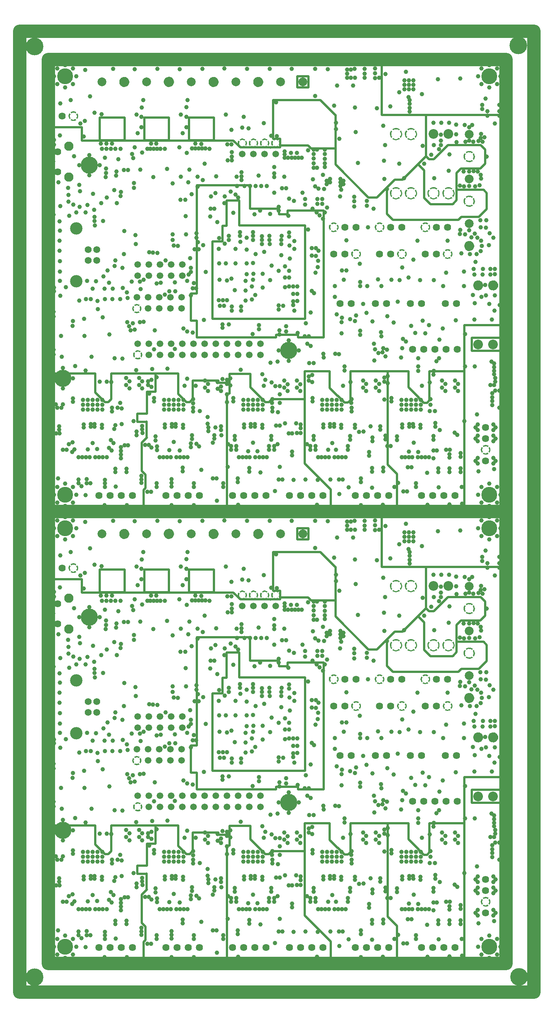
<source format=gbr>
G04 CAM350 V9.5 (Build 208) Date:  Tue Mar 07 15:27:25 2017 *
G04 Database: (Untitled) *
G04 Layer 9: gp2 *
%FSLAX24Y24*%
%MOIN*%
%SFA1.000B1.000*%

%MIA0B0*%
%IPPOS*%
%ADD17C,0.08700*%
%ADD70C,0.00100*%
%ADD71C,0.00200*%
%ADD26C,0.00800*%
%ADD29C,0.06400*%
%ADD32C,0.01000*%
%ADD33C,0.02000*%
%ADD53C,0.00600*%
%ADD76C,0.15811*%
%ADD77C,0.05943*%
%ADD78C,0.15392*%
%ADD79C,0.11100*%
%ADD80C,0.06200*%
%ADD81C,0.08300*%
%ADD82C,0.07900*%
%ADD83C,0.14211*%
%ADD84C,0.03900*%
%ADD85C,0.12000*%
%LNgp2*%
%LPD*%
G54D33*
X14173Y14703D03*
Y55203D03*
G54D76*
X1329Y84718D03*
X44661Y84828D03*
X44732Y1358D03*
X1329Y1329D03*
G54D29*
X38119Y21169D03*
X39119D03*
X35989D03*
X34989D03*
X3779Y37989D03*
X29669Y21169D03*
X28669D03*
X31839D03*
X32839D03*
X34214Y28029D03*
X33214D03*
X37319D03*
X38319D03*
X30109D03*
X29109D03*
X37319Y25629D03*
X36319D03*
X32214D03*
X33214D03*
X29109D03*
X28109D03*
X35989Y3989D03*
X36989D03*
X37989D03*
X38989D03*
X30039D03*
X31039D03*
X32039D03*
X33039D03*
X19039D03*
X20039D03*
X21039D03*
X22039D03*
X24139D03*
X25139D03*
X26139D03*
X27139D03*
X13089D03*
X14089D03*
X15089D03*
X16089D03*
X10089D03*
X9089D03*
X8089D03*
X7089D03*
X3399Y32999D03*
Y34779D03*
X41719Y10089D03*
Y9089D03*
Y7089D03*
X38189Y17089D03*
X37189D03*
X36189D03*
X35189D03*
X39189D03*
X38119Y61669D03*
X39119D03*
X35989D03*
X34989D03*
X3779Y78489D03*
X29669Y61669D03*
X28669D03*
X31839D03*
X32839D03*
X34214Y68529D03*
X33214D03*
X37319D03*
X38319D03*
X30109D03*
X29109D03*
X37319Y66129D03*
X36319D03*
X32214D03*
X33214D03*
X29109D03*
X28109D03*
X35989Y44489D03*
X36989D03*
X37989D03*
X38989D03*
X30039D03*
X31039D03*
X32039D03*
X33039D03*
X19039D03*
X20039D03*
X21039D03*
X22039D03*
X24139D03*
X25139D03*
X26139D03*
X27139D03*
X13089D03*
X14089D03*
X15089D03*
X16089D03*
X10089D03*
X9089D03*
X8089D03*
X7089D03*
X3399Y73499D03*
Y75279D03*
X41719Y50589D03*
Y49589D03*
Y47589D03*
X38189Y57589D03*
X37189D03*
X36189D03*
X35189D03*
X39189D03*
G54D77*
X19919Y34569D03*
X20919D03*
X21919D03*
X22919D03*
X21549Y17599D03*
Y16599D03*
X20549Y17599D03*
Y16599D03*
X19549Y17599D03*
Y16599D03*
X18549Y17599D03*
Y16599D03*
X17549Y17599D03*
Y16599D03*
X16549Y17599D03*
Y16599D03*
X15549Y17599D03*
Y16599D03*
X14549Y17599D03*
Y16599D03*
X13549Y17599D03*
Y16599D03*
X12549Y17599D03*
Y16599D03*
X11549Y17599D03*
Y16599D03*
X10549Y17599D03*
X10469Y21739D03*
X11469Y20739D03*
Y21739D03*
X12469Y20739D03*
Y21739D03*
X13469Y20739D03*
Y21739D03*
X14469Y20739D03*
Y21739D03*
X10549Y23689D03*
Y24689D03*
X11549Y23689D03*
Y24689D03*
X12549Y23689D03*
Y24689D03*
X13549Y23689D03*
Y24689D03*
X14549Y23689D03*
Y24689D03*
X19919Y75069D03*
X20919D03*
X21919D03*
X22919D03*
X21549Y58099D03*
Y57099D03*
X20549Y58099D03*
Y57099D03*
X19549Y58099D03*
Y57099D03*
X18549Y58099D03*
Y57099D03*
X17549Y58099D03*
Y57099D03*
X16549Y58099D03*
Y57099D03*
X15549Y58099D03*
Y57099D03*
X14549Y58099D03*
Y57099D03*
X13549Y58099D03*
Y57099D03*
X12549Y58099D03*
Y57099D03*
X11549Y58099D03*
Y57099D03*
X10549Y58099D03*
X10469Y62239D03*
X11469Y61239D03*
Y62239D03*
X12469Y61239D03*
Y62239D03*
X13469Y61239D03*
Y62239D03*
X14469Y61239D03*
Y62239D03*
X10549Y64189D03*
Y65189D03*
X11549Y64189D03*
Y65189D03*
X12549Y64189D03*
Y65189D03*
X13549Y64189D03*
Y65189D03*
X14549Y64189D03*
Y65189D03*
G54D78*
X24089Y16969D03*
X6229Y33589D03*
X3844Y14496D03*
X24089Y57469D03*
X6229Y74089D03*
X3844Y54996D03*
G54D79*
X5039Y23169D03*
Y27902D03*
Y63669D03*
Y68402D03*
G54D80*
X6109Y25039D03*
Y26032D03*
X6899D03*
Y25039D03*
X6109Y65539D03*
Y66532D03*
X6899D03*
Y65539D03*
G54D81*
X4379Y32509D03*
Y35269D03*
Y73009D03*
Y75769D03*
G54D82*
X7339Y41059D03*
X9339D03*
X11339D03*
X13339D03*
X15339D03*
X17339D03*
X19339D03*
X21339D03*
X23339D03*
X25339D03*
X40246Y26364D03*
Y28364D03*
Y32364D03*
Y36364D03*
X7339Y81559D03*
X9339D03*
X11339D03*
X13339D03*
X15339D03*
X17339D03*
X19339D03*
X21339D03*
X23339D03*
X25339D03*
X40246Y66864D03*
Y68864D03*
Y72864D03*
Y76864D03*
G54D17*
X37049Y36379D03*
X38389D03*
X42383Y22827D03*
X41043D03*
Y17527D03*
X42383D03*
X37049Y76879D03*
X38389D03*
X42383Y63327D03*
X41043D03*
Y58027D03*
X42383D03*
G54D83*
X4039Y41539D03*
X42039D03*
X4039Y4039D03*
X42039D03*
X4039Y82039D03*
X42039D03*
X4039Y44539D03*
X42039D03*
G54D84*
X3339Y40839D03*
X4739D03*
Y42239D03*
X3339D03*
X3039Y41539D03*
X5039D03*
X4039Y42539D03*
Y40539D03*
X41339Y40839D03*
X42739D03*
Y42239D03*
X41339D03*
X41039Y41539D03*
X43039D03*
X42039Y42539D03*
Y40539D03*
X3339Y3339D03*
X4739D03*
Y4739D03*
X3339D03*
X3039Y4039D03*
X5039D03*
X4039Y5039D03*
Y3039D03*
X41339Y3339D03*
X42739D03*
Y4739D03*
X41339D03*
X41039Y4039D03*
X43039D03*
X42039Y5039D03*
Y3039D03*
X42999Y21059D03*
X33889Y5129D03*
X10169Y10649D03*
X30020Y19628D03*
X42513Y20566D03*
X27077Y30561D03*
Y30128D03*
X26644Y30561D03*
Y30128D03*
X24089Y16064D03*
Y17875D03*
X24995Y16969D03*
X23184D03*
X5324Y33589D03*
X7135D03*
X6229Y34495D03*
Y32684D03*
X3844Y13590D03*
Y15401D03*
X4749Y14496D03*
X2938D03*
X19312Y30959D03*
X17077Y29693D03*
X6955Y21403D03*
X11581Y25786D03*
X10768Y23148D03*
X12604Y23063D03*
X20839Y18459D03*
X21979Y14346D03*
X32125Y16738D03*
X34333Y18029D03*
X37542Y16278D03*
X35684Y15543D03*
X29092D03*
X27216Y16336D03*
X28596Y16634D03*
X26303Y15851D03*
X25762Y17591D03*
X29264Y24144D03*
X24055Y29045D03*
X18559Y23243D03*
X18556Y21489D03*
X20206Y21437D03*
X24579Y20549D03*
X23743Y22660D03*
X8739Y11856D03*
X37609Y9859D03*
X35257Y25132D03*
X30800Y9713D03*
X23175Y24113D03*
X24159Y26372D03*
X10735Y19529D03*
X11079Y19536D03*
X10128Y19422D03*
X17432Y29695D03*
X6044Y30004D03*
X5336Y29838D03*
X4796Y30063D03*
X5316Y31807D03*
X8501Y24566D03*
X8551Y25066D03*
X4339Y30322D03*
X4343Y30931D03*
X4329Y31550D03*
X3447Y32058D03*
X7719Y33283D03*
X7704Y32888D03*
X7699Y32504D03*
X26360Y22116D03*
X26161Y22317D03*
X15488Y22546D03*
X15111Y23797D03*
X23185Y29837D03*
X23742Y23522D03*
X24114Y24117D03*
X23432Y26529D03*
X13893Y23077D03*
X15000Y23205D03*
X15319Y24379D03*
X15257Y25239D03*
X13061Y25063D03*
X12329Y25719D03*
X11931Y25757D03*
X12972Y21978D03*
X13399Y22289D03*
X10271Y18847D03*
X12267Y22984D03*
X10819Y22479D03*
X14988Y14461D03*
X11584Y13125D03*
X22901Y13795D03*
X21002Y29193D03*
X23743Y24516D03*
X18161Y14406D03*
X18149Y19023D03*
X18734Y19311D03*
X17929Y20989D03*
X35413Y18542D03*
X13213Y15344D03*
X26508Y25467D03*
X24110Y22713D03*
X24851Y22047D03*
X24481Y22049D03*
X23856Y19143D03*
X23268Y18773D03*
X28258Y16693D03*
X27185D03*
X31719Y17599D03*
X26047Y17396D03*
X22439Y15869D03*
X9630Y19506D03*
X28836Y19903D03*
X25893Y18262D03*
X25510Y18264D03*
X25616Y19415D03*
X24873Y18536D03*
X23858Y18670D03*
X18141Y19305D03*
X24111Y23523D03*
X24481Y22729D03*
X24589Y26089D03*
X28809Y18529D03*
X30469Y18379D03*
X15792Y22546D03*
X24129Y27189D03*
X17819Y26077D03*
X35835Y23288D03*
X33300Y23305D03*
X32370Y22736D03*
X32071Y23342D03*
X31104Y22735D03*
X30490Y23115D03*
X30483Y22737D03*
X29019Y23305D03*
X28218Y22748D03*
X28835Y24149D03*
X37886Y18946D03*
X36653Y19245D03*
X33478Y19468D03*
X32367Y18620D03*
X32371Y18236D03*
X31589Y19579D03*
X30470Y18762D03*
X37199Y11548D03*
X38969Y14279D03*
Y13659D03*
X38109Y13349D03*
Y13973D03*
X39259D03*
Y13349D03*
X37819Y13659D03*
Y14283D03*
X31889Y14279D03*
Y13659D03*
X31029Y13349D03*
Y13973D03*
X32179D03*
Y13349D03*
X30739Y13659D03*
Y14283D03*
X24829Y14269D03*
Y13649D03*
X23969Y13339D03*
Y13963D03*
X25119D03*
Y13339D03*
X23679Y13649D03*
Y14273D03*
X9119Y11779D03*
X16809Y11019D03*
X10669Y14519D03*
Y13899D03*
X9809Y13589D03*
Y14213D03*
X10959D03*
Y13589D03*
X9519Y13899D03*
Y14523D03*
X16569Y14283D03*
Y13659D03*
X18009Y13349D03*
X18839Y14489D03*
Y13849D03*
X18539Y13999D03*
Y14349D03*
X32659Y14189D03*
Y14539D03*
X32959Y14039D03*
Y14679D03*
X25869Y14299D03*
Y14649D03*
X26169Y14149D03*
Y14789D03*
X11799Y14359D03*
Y13719D03*
X11499Y14219D03*
Y13869D03*
X3708Y11842D03*
X3358D03*
X3858Y12142D03*
X3218D03*
X12259Y14569D03*
X37069Y15159D03*
X21729Y14849D03*
X36029Y13829D03*
X35688Y15148D03*
X14759Y13829D03*
X7799Y14179D03*
X33301Y12409D03*
Y12719D03*
X37219Y10159D03*
Y10469D03*
X30019Y10309D03*
Y10059D03*
X3519Y9869D03*
Y10189D03*
X8439Y9939D03*
X9118Y10399D03*
X25139Y10339D03*
X24749Y10459D03*
X22959Y10239D03*
X23289D03*
X18021Y10189D03*
Y9859D03*
X18039Y9399D03*
X32279Y10199D03*
Y9869D03*
X38949Y9629D03*
X39169Y9409D03*
X38519Y8099D03*
X38189D03*
X33209Y8409D03*
X32909D03*
X34349Y4339D03*
X34679D03*
X32749Y9339D03*
Y9009D03*
X31429Y10189D03*
X30399Y9689D03*
X31589Y9179D03*
Y8849D03*
X32539Y6469D03*
Y6139D03*
X31269Y7889D03*
Y7559D03*
X31539Y6439D03*
Y6109D03*
X28909Y5419D03*
X28579D03*
X30539Y5179D03*
Y5509D03*
X24809Y9599D03*
X25139D03*
X24369Y7579D03*
Y7909D03*
X25729Y8599D03*
X26009Y8419D03*
Y8099D03*
X29399D03*
Y8409D03*
X29589Y8979D03*
Y9319D03*
X26489Y8099D03*
Y8409D03*
X26319Y8979D03*
Y9319D03*
X29705Y11839D03*
Y11529D03*
X22579Y12269D03*
X22619Y11839D03*
Y11529D03*
X26212Y12719D03*
Y12409D03*
X19128Y12729D03*
Y12419D03*
X29089Y15179D03*
X23519Y5409D03*
X23189D03*
X21539Y6059D03*
X23299Y6539D03*
X18209Y5089D03*
Y4759D03*
X23749Y10459D03*
X20539Y6449D03*
Y6119D03*
X19529Y5529D03*
Y5199D03*
X10459Y9379D03*
Y9709D03*
X10889Y5109D03*
Y5429D03*
Y5749D03*
X9699Y8489D03*
X9369D03*
X9049Y7319D03*
Y7649D03*
Y7979D03*
X9559Y6389D03*
Y6069D03*
X8559Y6389D03*
Y6069D03*
X7629Y4749D03*
Y5069D03*
Y5389D03*
X5259Y5079D03*
X5239Y5419D03*
X5509Y4829D03*
X5979Y5089D03*
X6329D03*
X5979Y5439D03*
X3239Y9539D03*
X3559D03*
X3859Y8079D03*
X4189D03*
X21859Y13829D03*
X7154Y14184D03*
X42429Y27079D03*
X42069Y27469D03*
X40739Y27459D03*
X41319Y26829D03*
X41279Y25889D03*
X40909Y25629D03*
X41369Y26359D03*
X40999Y27099D03*
X40439Y27109D03*
X40329Y25619D03*
X41759Y27989D03*
X41769Y28659D03*
X41259Y28649D03*
X41289Y28019D03*
X40249Y27749D03*
X39899Y27399D03*
X39429Y27409D03*
X39439Y27799D03*
X41309Y32369D03*
X41191Y31786D03*
X40648Y33035D03*
X41281Y32722D03*
X41019Y33019D03*
X40239Y33029D03*
X39739D03*
X40769Y31699D03*
X39779D03*
X39409Y31739D03*
X40239Y31719D03*
X41269Y36019D03*
X41629Y36089D03*
X41439Y35699D03*
X41069Y35739D03*
X41309Y36369D03*
X40619Y35669D03*
X39909Y35699D03*
X40249Y35779D03*
X39849Y37169D03*
X40509Y37199D03*
X40239Y36969D03*
X36849Y34529D03*
X39099Y36359D03*
X39089Y37209D03*
X37559Y35029D03*
X37729Y35799D03*
Y36325D03*
X37079Y35399D03*
X39119Y35659D03*
X37729Y35396D03*
X38439Y37379D03*
X37749Y37389D03*
X37059Y37369D03*
X31699Y29689D03*
X32869Y31439D03*
X23867Y31527D03*
X26240Y32333D03*
X27329Y33429D03*
X27159Y32719D03*
X27489Y32199D03*
X22792Y32857D03*
X26609Y33339D03*
X26319Y33349D03*
Y33762D03*
X10940Y34705D03*
X10149Y34220D03*
X18981Y34367D03*
X23009Y36199D03*
X21378Y32648D03*
X3041Y22284D03*
X4106Y22661D03*
X7573Y22510D03*
X42309Y12099D03*
Y13139D03*
X9223Y22590D03*
X9569Y22179D03*
X8317Y22510D03*
X7982Y23051D03*
X6505Y22502D03*
X8986Y21595D03*
X6341Y21569D03*
X7608Y21585D03*
X9772Y19166D03*
X5921Y21589D03*
X26202Y29686D03*
X26438Y31685D03*
X26743Y31478D03*
X27237Y31453D03*
X27530Y29793D03*
X26669Y24459D03*
X26469Y23938D03*
X26729Y25019D03*
X26760Y25903D03*
X27323Y29350D03*
X27136Y28789D03*
X26850Y29085D03*
X26596Y29342D03*
X25805Y27824D03*
X32545Y17194D03*
X7991Y8259D03*
X41424Y38616D03*
X7459Y28568D03*
X37065Y14818D03*
X32659Y12569D03*
X28939Y13829D03*
X23289Y13789D03*
Y13039D03*
Y12289D03*
X23109Y11459D03*
X18549Y12339D03*
X18539Y13039D03*
X8989Y12289D03*
X11949Y32529D03*
X19109Y29309D03*
X19549Y30679D03*
X7859Y24149D03*
X8445Y31357D03*
X15083Y32038D03*
X13679Y31949D03*
X13669Y26889D03*
X9049Y31189D03*
X13695Y27378D03*
X6729Y28198D03*
X6699Y28938D03*
X6679Y28568D03*
X3019Y29159D03*
X8634Y32665D03*
X8640Y33008D03*
X11078Y23325D03*
X19809Y20915D03*
X19810Y20548D03*
X18969Y20919D03*
Y20549D03*
X23442Y27234D03*
X24127Y27544D03*
X24589Y26777D03*
X15310Y21920D03*
X31811Y17077D03*
X13792Y26380D03*
X15653Y26048D03*
X16006Y26047D03*
X18729Y26877D03*
X18730Y27236D03*
X19715Y27234D03*
X18961Y35439D03*
X23729Y34829D03*
X24641Y34249D03*
X8259Y11839D03*
X15519Y12249D03*
X15532Y12629D03*
X22624D03*
X29699Y12279D03*
X29710Y12629D03*
X36798D03*
Y12129D03*
X6695Y10399D03*
X6335D03*
X8539Y10279D03*
X6335Y10139D03*
X6695D03*
X5731Y10339D03*
Y10069D03*
X8381Y8699D03*
X8139Y8941D03*
X8231Y8019D03*
X4899Y8122D03*
X4669Y7879D03*
X4709Y8758D03*
X4399Y8599D03*
X5261Y7429D03*
X5588D03*
X5914D03*
X6241D03*
X6759D03*
X7096D03*
X7433D03*
X7769D03*
X3059Y35859D03*
X35229Y10399D03*
X34869D03*
X36719Y11549D03*
X34869Y10139D03*
X35885Y10329D03*
Y10049D03*
X34265Y10339D03*
Y10069D03*
X28141Y10399D03*
X27781D03*
Y10139D03*
X28141D03*
X28797Y10329D03*
Y10049D03*
X25147Y10019D03*
X27177Y10339D03*
Y10069D03*
X26707Y7429D03*
X27033D03*
X27360D03*
X27687D03*
X28187D03*
X28523D03*
X28860D03*
X29197D03*
X27608Y8089D03*
X28324Y8096D03*
X21055Y10399D03*
X20695D03*
Y10139D03*
X21055D03*
X21711Y10329D03*
Y10049D03*
X20091Y10339D03*
Y10069D03*
X22509Y8979D03*
Y9319D03*
X22319Y8099D03*
X22329Y8409D03*
X19399D03*
Y8099D03*
X19239Y9319D03*
Y8979D03*
X19621Y7429D03*
X19947D03*
X20274D03*
X20601D03*
X21101D03*
X21437D03*
X21774D03*
X22111D03*
X22839Y4388D03*
X21288Y7955D03*
X15019Y7429D03*
X14683D03*
X14346D03*
X14009D03*
X13509D03*
X13183D03*
X12856D03*
X12529D03*
X12149Y8929D03*
Y9269D03*
X12299Y8049D03*
X12289Y8389D03*
X15319Y8659D03*
Y8309D03*
X15409Y9389D03*
Y9049D03*
X12999Y10069D03*
Y10339D03*
X10939Y10229D03*
X14619Y10049D03*
Y10329D03*
X13964Y10139D03*
X13604D03*
Y10399D03*
X13964D03*
X42539Y23809D03*
X41683Y22845D03*
X34582Y41964D03*
X33179Y38859D03*
X15939Y26699D03*
X22367Y26882D03*
X37459Y41289D03*
X26319Y34174D03*
Y34587D03*
X42959Y13399D03*
X42589D03*
X42949Y11839D03*
X42309Y12789D03*
Y12439D03*
X24337Y34249D03*
X24289Y34699D03*
X25249Y34249D03*
X9339Y27699D03*
X23729Y34539D03*
X24033Y34249D03*
X39459Y41339D03*
X3059Y35429D03*
X33973Y40104D03*
X36018Y39959D03*
X15729Y35509D03*
X11699Y35059D03*
X11739Y35509D03*
X24945Y34249D03*
X23729D03*
X12229Y35519D03*
X16259Y35499D03*
X7359Y35059D03*
X12289D03*
X24809Y34699D03*
X32749Y41752D03*
X41742Y21919D03*
X41437Y23789D03*
X40589Y21939D03*
X42539Y21909D03*
X40639Y24289D03*
X41489D03*
X6969Y20679D03*
X42146Y23799D03*
X40709D03*
X17839Y27062D03*
X15829Y27089D03*
X16429Y26419D03*
X32889Y17049D03*
X15829Y27469D03*
X24482Y21400D03*
X24851Y21401D03*
X17829Y21489D03*
X18188Y21490D03*
X26152Y26155D03*
X32749Y16449D03*
X22368Y27235D03*
X21683Y27233D03*
X36319Y18529D03*
X23189Y29509D03*
X22409Y29229D03*
X26511Y26153D03*
X26153Y25468D03*
X31749Y16089D03*
X24850Y22730D03*
X18298Y20989D03*
X25919Y15859D03*
X8291Y21589D03*
X2989Y33929D03*
X4751Y19609D03*
X3049Y22629D03*
X3605Y21886D03*
X5311Y21449D03*
X18951Y36739D03*
X3021Y16629D03*
Y20459D03*
Y20019D03*
Y17059D03*
X4731Y19169D03*
X41099Y6159D03*
X14396Y30468D03*
X9019Y30809D03*
X8669Y30199D03*
X23263Y18422D03*
X21409Y18889D03*
X28219Y21799D03*
X28374Y20206D03*
X42159Y24299D03*
X27589Y42179D03*
X29319Y41419D03*
X29309Y41779D03*
X29319Y42149D03*
X30869Y41409D03*
Y42219D03*
Y41799D03*
X31809Y42249D03*
X31819Y41819D03*
Y41399D03*
X32169Y41409D03*
X30019Y41419D03*
X29999Y42219D03*
X32639Y32349D03*
X28609Y35959D03*
X29949Y29879D03*
Y30359D03*
X31069Y30369D03*
Y29949D03*
X29949Y30759D03*
X28699Y30798D03*
X27779Y32359D03*
X26319Y34999D03*
X26609D03*
X27329Y34989D03*
Y34577D03*
Y34164D03*
Y33752D03*
X28329Y37369D03*
Y36829D03*
X10449Y38129D03*
X29649Y41419D03*
X15009Y39409D03*
X11059Y39429D03*
X6699Y38279D03*
X29649Y42149D03*
X7309Y38149D03*
X14434Y38129D03*
X10899Y37909D03*
Y36999D03*
X14909D03*
Y37909D03*
X18444Y38129D03*
X10929Y38759D03*
X14919Y38779D03*
X42939Y38009D03*
Y38409D03*
Y38999D03*
X42539Y24299D03*
X41415Y38996D03*
X41895Y38406D03*
Y38006D03*
X41705Y39546D03*
X4429Y29039D03*
X5899Y4019D03*
X35239Y10139D03*
X32490Y16831D03*
X23079Y15969D03*
X14593Y36447D03*
X18581Y35449D03*
X15724Y35069D03*
X15429D03*
X10272Y35187D03*
X14287Y35197D03*
X16315Y35069D03*
X16020D03*
X16610D03*
X11994Y35059D03*
X12585D03*
X7759D03*
X8559D03*
X8159D03*
X7260Y35513D03*
X7759Y35509D03*
X8249D03*
X18626Y34025D03*
X18983Y34022D03*
X11404Y35061D03*
X10055Y34587D03*
X10557Y36437D03*
X21857Y37343D03*
X19926Y36966D03*
X20059Y37909D03*
X4539Y39409D03*
X5729Y36142D03*
X5814Y37554D03*
X22959Y39219D03*
X11229Y8529D03*
X11769Y8279D03*
X11559Y8529D03*
X10939Y9929D03*
X10969Y9569D03*
X12259Y5079D03*
Y4749D03*
X13579Y5439D03*
Y5119D03*
Y4799D03*
X14589Y6469D03*
Y6139D03*
X16059Y8369D03*
X15809Y8619D03*
X16249Y6299D03*
X15589Y4749D03*
Y5079D03*
X7351Y10049D03*
Y10329D03*
X4759Y12679D03*
Y12369D03*
X8259Y11529D03*
X11759Y4329D03*
X11429D03*
X17429Y9399D03*
Y9069D03*
X16859Y13973D03*
Y13349D03*
X12029Y12409D03*
Y12719D03*
X15528Y11529D03*
Y11839D03*
X16869Y9759D03*
Y10069D03*
X16809Y10419D03*
X17529Y10079D03*
X17289Y8709D03*
X18929Y8099D03*
Y8419D03*
X18649Y8599D03*
X17289Y5529D03*
X17619D03*
X22799Y8099D03*
Y8419D03*
X23079Y8599D03*
X24389Y9539D03*
X24079D03*
X33799Y9298D03*
Y8958D03*
X35069Y6509D03*
X34739D03*
X37039Y9319D03*
Y8989D03*
X37035Y8021D03*
X9049Y8329D03*
X35489Y4749D03*
Y5079D03*
X36489Y6029D03*
X37489Y6089D03*
Y6419D03*
X38489D03*
Y6089D03*
X39489Y6429D03*
Y6099D03*
X37049Y7329D03*
X38489Y7699D03*
Y7369D03*
X39489Y7449D03*
Y7779D03*
X35167Y7409D03*
X34840D03*
X34513D03*
X36637D03*
X36310D03*
X35983D03*
X35657D03*
X34209D03*
X42157Y13875D03*
X42477D03*
X42587Y14185D03*
Y14515D03*
X42497Y14845D03*
Y15165D03*
Y15805D03*
Y15485D03*
X42237Y15995D03*
X42629Y7089D03*
X42429Y7339D03*
X42419Y6839D03*
X41019Y7339D03*
X41009Y6839D03*
X40809Y7089D03*
X42629Y9089D03*
X42429Y9339D03*
X42419Y8839D03*
X41019Y9339D03*
X41009Y8839D03*
X40809Y9089D03*
X42629Y10089D03*
X42429Y10339D03*
X42419Y9839D03*
X41019Y10339D03*
X41009Y9839D03*
X40809Y10089D03*
X28819Y19529D03*
X29599Y19769D03*
X18936Y23416D03*
X17891Y23309D03*
X17853Y24768D03*
X16637Y24002D03*
X15332Y24019D03*
X20890Y27235D03*
X19714Y27591D03*
X23433Y26880D03*
X18869Y31224D03*
X16393Y32248D03*
X20129Y31719D03*
X20632Y31722D03*
X21126D03*
X21627Y31719D03*
X22130Y31727D03*
X20887Y26889D03*
X21683Y26878D03*
X34585Y17779D03*
X37323Y16014D03*
X21508Y29506D03*
X21413Y19247D03*
X23169Y21009D03*
Y20659D03*
X19798Y15249D03*
X17731Y13544D03*
X18007Y13767D03*
X17725Y14139D03*
X9914Y18798D03*
X14160Y26359D03*
X12094Y18768D03*
X13908Y22274D03*
X9635Y21684D03*
X10408Y15211D03*
X15921Y32561D03*
X15914Y31663D03*
X14807Y30472D03*
X17103Y30777D03*
X17593Y32574D03*
X19402Y32553D03*
X19461Y31705D03*
X18356Y30794D03*
X17529Y31068D03*
X34250Y17199D03*
X34817Y39689D03*
X34909Y38399D03*
Y38729D03*
Y39079D03*
Y39419D03*
X28769Y31379D03*
X28709Y32039D03*
X27779Y32049D03*
X25559Y30049D03*
Y30539D03*
X23489Y31525D03*
X19838Y32942D03*
X19840Y32582D03*
X19842Y32234D03*
X22795Y33405D03*
X22514Y36206D03*
X14939Y34699D03*
X9694Y33146D03*
X9312Y33155D03*
X10013Y23140D03*
X15572Y23033D03*
X9169Y24386D03*
X3575Y23222D03*
X6028Y23208D03*
X6825Y23188D03*
X7482Y23628D03*
X3586Y24065D03*
X3572Y24982D03*
X3564Y25922D03*
Y26826D03*
X3573Y27703D03*
X3566Y28560D03*
X5055Y29340D03*
X5887Y29346D03*
X6654Y29572D03*
X7292Y30191D03*
X7774Y30677D03*
X9329Y25619D03*
X10376Y26510D03*
X10362Y27303D03*
X10205Y31974D03*
X10209Y31557D03*
X19744Y26711D03*
X20899Y27579D03*
X21686Y26529D03*
X22369Y26533D03*
X34827Y23528D03*
X29258Y26840D03*
X16124Y11535D03*
X12029Y17084D03*
X22789Y32509D03*
X18980Y34738D03*
X25814Y34928D03*
X23676Y32549D03*
X16999Y35057D03*
X12989Y35049D03*
X9004Y35036D03*
X20481Y36880D03*
X7615Y34258D03*
X29619Y14138D03*
X36709Y14113D03*
X8179Y14134D03*
X15760Y13833D03*
X22539Y14131D03*
X16469Y19719D03*
X18319Y30179D03*
X6509Y8696D03*
X7577Y3117D03*
X9595Y3109D03*
X8596Y4800D03*
X6092Y8120D03*
X6923Y8138D03*
X15589Y3124D03*
X13586Y3111D03*
X3425Y5506D03*
X3677Y18277D03*
X6284Y39764D03*
X17636Y3532D03*
X13781Y8777D03*
X13382Y8045D03*
X14305Y8010D03*
X19554Y3155D03*
X27806Y5404D03*
X20448Y7958D03*
X18629Y6554D03*
X24502Y5400D03*
X26624Y3150D03*
X25583Y5405D03*
X28631Y4105D03*
X30566Y3112D03*
X32532Y3147D03*
X27985Y8679D03*
X20882Y8701D03*
X35292Y8706D03*
X35678Y7870D03*
X34853Y7905D03*
X36515Y3138D03*
X38492Y3175D03*
X37522Y4730D03*
X39588Y4760D03*
X33559Y4758D03*
X31550Y4675D03*
X29451Y4705D03*
X26688Y5370D03*
X39807Y10640D03*
X39619Y3248D03*
X42487Y6343D03*
X40962Y11244D03*
X42279Y19767D03*
X40746Y15537D03*
X39888Y15559D03*
X40705Y19736D03*
X40743Y21204D03*
X42040Y21154D03*
X34139Y16348D03*
X37594Y17950D03*
X35687Y16294D03*
X39886Y18435D03*
X39056Y19692D03*
X36070Y19658D03*
X35057Y19171D03*
X32907Y20038D03*
X33861Y21359D03*
X30768Y21134D03*
X31064Y20363D03*
X30128Y20132D03*
X21101Y21952D03*
X20207Y22367D03*
X22431Y23272D03*
X21768Y22624D03*
X20217Y23204D03*
X20778Y22716D03*
X20891Y23303D03*
X22552Y24574D03*
X23418Y25503D03*
X24201Y25226D03*
X21105Y25602D03*
X21878Y25821D03*
X18465Y24770D03*
X19318Y24789D03*
X20320Y24783D03*
X18365Y26552D03*
X19325Y26072D03*
X20315Y26013D03*
X17680Y28480D03*
X17067Y28992D03*
X14874Y27400D03*
X14848Y29002D03*
X15396Y30995D03*
X14412Y32538D03*
X15184Y33190D03*
X13178Y33245D03*
X11852Y15328D03*
X9169Y16258D03*
X13875Y17105D03*
X3619Y29903D03*
X5391Y31238D03*
X10784Y33200D03*
X8830Y34119D03*
X4841Y34374D03*
X3603Y39108D03*
X5412Y37322D03*
X16544Y33706D03*
X25315Y31110D03*
X22793Y31123D03*
X24552Y30380D03*
X31178Y28001D03*
X35614Y26809D03*
X30437Y24745D03*
X34245Y24406D03*
X34029Y23289D03*
X38319Y26832D03*
X37920Y22749D03*
X38170Y23939D03*
X39781Y22753D03*
Y24064D03*
X39535Y25681D03*
X40821Y24918D03*
X42554Y37308D03*
X3580Y36248D03*
X5866Y42120D03*
X8340Y42223D03*
X10270Y42177D03*
X12311Y42211D03*
X16339Y42231D03*
X14328Y42199D03*
X20355Y42227D03*
X18319Y42255D03*
X22378Y42206D03*
X24340D03*
X26444Y42201D03*
X26456Y39785D03*
X28434Y40705D03*
X28160Y38914D03*
X30026Y38752D03*
X29852Y40718D03*
X31993Y38690D03*
X32555Y37116D03*
X30097Y36537D03*
X32728Y35395D03*
X30289Y33786D03*
X32606Y33974D03*
X33974Y33730D03*
X36070Y35303D03*
X34434Y32424D03*
X37132Y32421D03*
X36231Y33727D03*
X38477Y34560D03*
X38406Y33084D03*
X41802Y34353D03*
X42011Y26412D03*
X41354Y21796D03*
X5750Y19821D03*
X3758Y16404D03*
X6419Y16423D03*
X8486Y16295D03*
X8033Y18401D03*
X5787Y18277D03*
X7431Y19958D03*
X5887Y15199D03*
X4965Y15573D03*
X20776Y21550D03*
X19235Y22383D03*
X20314Y23815D03*
X21751Y23837D03*
X20902D03*
X20888Y24807D03*
X20315Y27083D03*
X37365Y8021D03*
X24104Y30575D03*
X15478Y18599D03*
X14635Y18938D03*
X14992Y18681D03*
X6556Y31031D03*
X37077Y23273D03*
X24479Y21059D03*
X23589Y20999D03*
X26039Y20389D03*
X28712Y32351D03*
Y31731D03*
X27489Y31889D03*
X28989Y32199D03*
Y31889D03*
X21740Y12562D03*
Y12129D03*
Y11696D03*
X21307Y12562D03*
Y12129D03*
Y11696D03*
X20874Y12562D03*
Y12129D03*
Y11696D03*
X20441Y12562D03*
Y12129D03*
Y11696D03*
X20007Y12562D03*
Y12129D03*
Y11696D03*
X5648D03*
Y12129D03*
Y12562D03*
X6081Y11696D03*
Y12129D03*
Y12562D03*
X6514Y11696D03*
Y12129D03*
Y12562D03*
X6947Y11696D03*
Y12129D03*
Y12562D03*
X7380Y11696D03*
Y12129D03*
Y12562D03*
X14649D03*
Y12129D03*
Y11696D03*
X14216Y12562D03*
Y12129D03*
Y11696D03*
X13782Y12562D03*
Y12129D03*
Y11696D03*
X13349Y12562D03*
Y12129D03*
Y11696D03*
X12916Y12562D03*
Y12129D03*
Y11696D03*
X27093D03*
Y12129D03*
Y12562D03*
X27527Y11696D03*
Y12129D03*
Y12562D03*
X27960Y11696D03*
Y12129D03*
Y12562D03*
X28393Y11696D03*
Y12129D03*
Y12562D03*
X28826Y11696D03*
Y12129D03*
Y12562D03*
X35914D03*
Y12129D03*
Y11696D03*
X35481Y12562D03*
Y12129D03*
Y11696D03*
X35048Y12562D03*
Y12129D03*
Y11696D03*
X34615Y12562D03*
Y12129D03*
Y11696D03*
X34182Y12562D03*
Y12129D03*
Y11696D03*
X35246Y41177D03*
X34853D03*
X34459D03*
Y40784D03*
Y40390D03*
X34853D03*
X35246D03*
Y40784D03*
X34853D03*
X3339Y81339D03*
X4739D03*
Y82739D03*
X3339D03*
X3039Y82039D03*
X5039D03*
X4039Y83039D03*
Y81039D03*
X41339Y81339D03*
X42739D03*
Y82739D03*
X41339D03*
X41039Y82039D03*
X43039D03*
X42039Y83039D03*
Y81039D03*
X3339Y43839D03*
X4739D03*
Y45239D03*
X3339D03*
X3039Y44539D03*
X5039D03*
X4039Y45539D03*
Y43539D03*
X41339Y43839D03*
X42739D03*
Y45239D03*
X41339D03*
X41039Y44539D03*
X43039D03*
X42039Y45539D03*
Y43539D03*
X42999Y61559D03*
X33889Y45629D03*
X10169Y51149D03*
X30020Y60128D03*
X42513Y61066D03*
X27077Y71061D03*
Y70628D03*
X26644Y71061D03*
Y70628D03*
X24089Y56564D03*
Y58375D03*
X24995Y57469D03*
X23184D03*
X5324Y74089D03*
X7135D03*
X6229Y74995D03*
Y73184D03*
X3844Y54090D03*
Y55901D03*
X4749Y54996D03*
X2938D03*
X19312Y71459D03*
X17077Y70193D03*
X6955Y61903D03*
X11581Y66286D03*
X10768Y63648D03*
X12604Y63563D03*
X20839Y58959D03*
X21979Y54846D03*
X32125Y57238D03*
X34333Y58529D03*
X37542Y56778D03*
X35684Y56043D03*
X29092D03*
X27216Y56836D03*
X28596Y57134D03*
X26303Y56351D03*
X25762Y58091D03*
X29264Y64644D03*
X24055Y69545D03*
X18559Y63743D03*
X18556Y61989D03*
X20206Y61937D03*
X24579Y61049D03*
X23743Y63160D03*
X8739Y52356D03*
X37609Y50359D03*
X35257Y65632D03*
X30800Y50213D03*
X23175Y64613D03*
X24159Y66872D03*
X10735Y60029D03*
X11079Y60036D03*
X10128Y59922D03*
X17432Y70195D03*
X6044Y70504D03*
X5336Y70338D03*
X4796Y70563D03*
X5316Y72307D03*
X8501Y65066D03*
X8551Y65566D03*
X4339Y70822D03*
X4343Y71431D03*
X4329Y72050D03*
X3447Y72558D03*
X7719Y73783D03*
X7704Y73388D03*
X7699Y73004D03*
X26360Y62616D03*
X26161Y62817D03*
X15488Y63046D03*
X15111Y64297D03*
X23185Y70337D03*
X23742Y64022D03*
X24114Y64617D03*
X23432Y67029D03*
X13893Y63577D03*
X15000Y63705D03*
X15319Y64879D03*
X15257Y65739D03*
X13061Y65563D03*
X12329Y66219D03*
X11931Y66257D03*
X12972Y62478D03*
X13399Y62789D03*
X10271Y59347D03*
X12267Y63484D03*
X10819Y62979D03*
X14988Y54961D03*
X11584Y53625D03*
X22901Y54295D03*
X21002Y69693D03*
X23743Y65016D03*
X18161Y54906D03*
X18149Y59523D03*
X18734Y59811D03*
X17929Y61489D03*
X35413Y59042D03*
X13213Y55844D03*
X26508Y65967D03*
X24110Y63213D03*
X24851Y62547D03*
X24481Y62549D03*
X23856Y59643D03*
X23268Y59273D03*
X28258Y57193D03*
X27185D03*
X31719Y58099D03*
X26047Y57896D03*
X22439Y56369D03*
X9630Y60006D03*
X28836Y60403D03*
X25893Y58762D03*
X25510Y58764D03*
X25616Y59915D03*
X24873Y59036D03*
X23858Y59170D03*
X18141Y59805D03*
X24111Y64023D03*
X24481Y63229D03*
X24589Y66589D03*
X28809Y59029D03*
X30469Y58879D03*
X15792Y63046D03*
X24129Y67689D03*
X17819Y66577D03*
X35835Y63788D03*
X33300Y63805D03*
X32370Y63236D03*
X32071Y63842D03*
X31104Y63235D03*
X30490Y63615D03*
X30483Y63237D03*
X29019Y63805D03*
X28218Y63248D03*
X28835Y64649D03*
X37886Y59446D03*
X36653Y59745D03*
X33478Y59968D03*
X32367Y59120D03*
X32371Y58736D03*
X31589Y60079D03*
X30470Y59262D03*
X37199Y52048D03*
X38969Y54779D03*
Y54159D03*
X38109Y53849D03*
Y54473D03*
X39259D03*
Y53849D03*
X37819Y54159D03*
Y54783D03*
X31889Y54779D03*
Y54159D03*
X31029Y53849D03*
Y54473D03*
X32179D03*
Y53849D03*
X30739Y54159D03*
Y54783D03*
X24829Y54769D03*
Y54149D03*
X23969Y53839D03*
Y54463D03*
X25119D03*
Y53839D03*
X23679Y54149D03*
Y54773D03*
X9119Y52279D03*
X16809Y51519D03*
X10669Y55019D03*
Y54399D03*
X9809Y54089D03*
Y54713D03*
X10959D03*
Y54089D03*
X9519Y54399D03*
Y55023D03*
X16569Y54783D03*
Y54159D03*
X18009Y53849D03*
X18839Y54989D03*
Y54349D03*
X18539Y54499D03*
Y54849D03*
X32659Y54689D03*
Y55039D03*
X32959Y54539D03*
Y55179D03*
X25869Y54799D03*
Y55149D03*
X26169Y54649D03*
Y55289D03*
X11799Y54859D03*
Y54219D03*
X11499Y54719D03*
Y54369D03*
X3708Y52342D03*
X3358D03*
X3858Y52642D03*
X3218D03*
X12259Y55069D03*
X37069Y55659D03*
X21729Y55349D03*
X36029Y54329D03*
X35688Y55648D03*
X14759Y54329D03*
X7799Y54679D03*
X33301Y52909D03*
Y53219D03*
X37219Y50659D03*
Y50969D03*
X30019Y50809D03*
Y50559D03*
X3519Y50369D03*
Y50689D03*
X8439Y50439D03*
X9118Y50899D03*
X25139Y50839D03*
X24749Y50959D03*
X22959Y50739D03*
X23289D03*
X18021Y50689D03*
Y50359D03*
X18039Y49899D03*
X32279Y50699D03*
Y50369D03*
X38949Y50129D03*
X39169Y49909D03*
X38519Y48599D03*
X38189D03*
X33209Y48909D03*
X32909D03*
X34349Y44839D03*
X34679D03*
X32749Y49839D03*
Y49509D03*
X31429Y50689D03*
X30399Y50189D03*
X31589Y49679D03*
Y49349D03*
X32539Y46969D03*
Y46639D03*
X31269Y48389D03*
Y48059D03*
X31539Y46939D03*
Y46609D03*
X28909Y45919D03*
X28579D03*
X30539Y45679D03*
Y46009D03*
X24809Y50099D03*
X25139D03*
X24369Y48079D03*
Y48409D03*
X25729Y49099D03*
X26009Y48919D03*
Y48599D03*
X29399D03*
Y48909D03*
X29589Y49479D03*
Y49819D03*
X26489Y48599D03*
Y48909D03*
X26319Y49479D03*
Y49819D03*
X29705Y52339D03*
Y52029D03*
X22579Y52769D03*
X22619Y52339D03*
Y52029D03*
X26212Y53219D03*
Y52909D03*
X19128Y53229D03*
Y52919D03*
X29089Y55679D03*
X23519Y45909D03*
X23189D03*
X21539Y46559D03*
X23299Y47039D03*
X18209Y45589D03*
Y45259D03*
X23749Y50959D03*
X20539Y46949D03*
Y46619D03*
X19529Y46029D03*
Y45699D03*
X10459Y49879D03*
Y50209D03*
X10889Y45609D03*
Y45929D03*
Y46249D03*
X9699Y48989D03*
X9369D03*
X9049Y47819D03*
Y48149D03*
Y48479D03*
X9559Y46889D03*
Y46569D03*
X8559Y46889D03*
Y46569D03*
X7629Y45249D03*
Y45569D03*
Y45889D03*
X5259Y45579D03*
X5239Y45919D03*
X5509Y45329D03*
X5979Y45589D03*
X6329D03*
X5979Y45939D03*
X3239Y50039D03*
X3559D03*
X3859Y48579D03*
X4189D03*
X21859Y54329D03*
X7154Y54684D03*
X42429Y67579D03*
X42069Y67969D03*
X40739Y67959D03*
X41319Y67329D03*
X41279Y66389D03*
X40909Y66129D03*
X41369Y66859D03*
X40999Y67599D03*
X40439Y67609D03*
X40329Y66119D03*
X41759Y68489D03*
X41769Y69159D03*
X41259Y69149D03*
X41289Y68519D03*
X40249Y68249D03*
X39899Y67899D03*
X39429Y67909D03*
X39439Y68299D03*
X41309Y72869D03*
X41191Y72286D03*
X40648Y73535D03*
X41281Y73222D03*
X41019Y73519D03*
X40239Y73529D03*
X39739D03*
X40769Y72199D03*
X39779D03*
X39409Y72239D03*
X40239Y72219D03*
X41269Y76519D03*
X41629Y76589D03*
X41439Y76199D03*
X41069Y76239D03*
X41309Y76869D03*
X40619Y76169D03*
X39909Y76199D03*
X40249Y76279D03*
X39849Y77669D03*
X40509Y77699D03*
X40239Y77469D03*
X36849Y75029D03*
X39099Y76859D03*
X39089Y77709D03*
X37559Y75529D03*
X37729Y76299D03*
Y76825D03*
X37079Y75899D03*
X39119Y76159D03*
X37729Y75896D03*
X38439Y77879D03*
X37749Y77889D03*
X37059Y77869D03*
X31699Y70189D03*
X32869Y71939D03*
X23867Y72027D03*
X26240Y72833D03*
X27329Y73929D03*
X27159Y73219D03*
X27489Y72699D03*
X22792Y73357D03*
X26609Y73839D03*
X26319Y73849D03*
Y74262D03*
X10940Y75205D03*
X10149Y74720D03*
X18981Y74867D03*
X23009Y76699D03*
X21378Y73148D03*
X3041Y62784D03*
X4106Y63161D03*
X7573Y63010D03*
X42309Y52599D03*
Y53639D03*
X9223Y63090D03*
X9569Y62679D03*
X8317Y63010D03*
X7982Y63551D03*
X6505Y63002D03*
X8986Y62095D03*
X6341Y62069D03*
X7608Y62085D03*
X9772Y59666D03*
X5921Y62089D03*
X26202Y70186D03*
X26438Y72185D03*
X26743Y71978D03*
X27237Y71953D03*
X27530Y70293D03*
X26669Y64959D03*
X26469Y64438D03*
X26729Y65519D03*
X26760Y66403D03*
X27323Y69850D03*
X27136Y69289D03*
X26850Y69585D03*
X26596Y69842D03*
X25805Y68324D03*
X32545Y57694D03*
X7991Y48759D03*
X41424Y79116D03*
X7459Y69068D03*
X37065Y55318D03*
X32659Y53069D03*
X28939Y54329D03*
X23289Y54289D03*
Y53539D03*
Y52789D03*
X23109Y51959D03*
X18549Y52839D03*
X18539Y53539D03*
X8989Y52789D03*
X11949Y73029D03*
X19109Y69809D03*
X19549Y71179D03*
X7859Y64649D03*
X8445Y71857D03*
X15083Y72538D03*
X13679Y72449D03*
X13669Y67389D03*
X9049Y71689D03*
X13695Y67878D03*
X6729Y68698D03*
X6699Y69438D03*
X6679Y69068D03*
X3019Y69659D03*
X8634Y73165D03*
X8640Y73508D03*
X11078Y63825D03*
X19809Y61415D03*
X19810Y61048D03*
X18969Y61419D03*
Y61049D03*
X23442Y67734D03*
X24127Y68044D03*
X24589Y67277D03*
X15310Y62420D03*
X31811Y57577D03*
X13792Y66880D03*
X15653Y66548D03*
X16006Y66547D03*
X18729Y67377D03*
X18730Y67736D03*
X19715Y67734D03*
X18961Y75939D03*
X23729Y75329D03*
X24641Y74749D03*
X8259Y52339D03*
X15519Y52749D03*
X15532Y53129D03*
X22624D03*
X29699Y52779D03*
X29710Y53129D03*
X36798D03*
Y52629D03*
X6695Y50899D03*
X6335D03*
X8539Y50779D03*
X6335Y50639D03*
X6695D03*
X5731Y50839D03*
Y50569D03*
X8381Y49199D03*
X8139Y49441D03*
X8231Y48519D03*
X4899Y48622D03*
X4669Y48379D03*
X4709Y49258D03*
X4399Y49099D03*
X5261Y47929D03*
X5588D03*
X5914D03*
X6241D03*
X6759D03*
X7096D03*
X7433D03*
X7769D03*
X3059Y76359D03*
X35229Y50899D03*
X34869D03*
X36719Y52049D03*
X34869Y50639D03*
X35885Y50829D03*
Y50549D03*
X34265Y50839D03*
Y50569D03*
X28141Y50899D03*
X27781D03*
Y50639D03*
X28141D03*
X28797Y50829D03*
Y50549D03*
X25147Y50519D03*
X27177Y50839D03*
Y50569D03*
X26707Y47929D03*
X27033D03*
X27360D03*
X27687D03*
X28187D03*
X28523D03*
X28860D03*
X29197D03*
X27608Y48589D03*
X28324Y48596D03*
X21055Y50899D03*
X20695D03*
Y50639D03*
X21055D03*
X21711Y50829D03*
Y50549D03*
X20091Y50839D03*
Y50569D03*
X22509Y49479D03*
Y49819D03*
X22319Y48599D03*
X22329Y48909D03*
X19399D03*
Y48599D03*
X19239Y49819D03*
Y49479D03*
X19621Y47929D03*
X19947D03*
X20274D03*
X20601D03*
X21101D03*
X21437D03*
X21774D03*
X22111D03*
X22839Y44888D03*
X21288Y48455D03*
X15019Y47929D03*
X14683D03*
X14346D03*
X14009D03*
X13509D03*
X13183D03*
X12856D03*
X12529D03*
X12149Y49429D03*
Y49769D03*
X12299Y48549D03*
X12289Y48889D03*
X15319Y49159D03*
Y48809D03*
X15409Y49889D03*
Y49549D03*
X12999Y50569D03*
Y50839D03*
X10939Y50729D03*
X14619Y50549D03*
Y50829D03*
X13964Y50639D03*
X13604D03*
Y50899D03*
X13964D03*
X42539Y64309D03*
X41683Y63345D03*
X34582Y82464D03*
X33179Y79359D03*
X15939Y67199D03*
X22367Y67382D03*
X37459Y81789D03*
X26319Y74674D03*
Y75087D03*
X42959Y53899D03*
X42589D03*
X42949Y52339D03*
X42309Y53289D03*
Y52939D03*
X24337Y74749D03*
X24289Y75199D03*
X25249Y74749D03*
X9339Y68199D03*
X23729Y75039D03*
X24033Y74749D03*
X39459Y81839D03*
X3059Y75929D03*
X33973Y80604D03*
X36018Y80459D03*
X15729Y76009D03*
X11699Y75559D03*
X11739Y76009D03*
X24945Y74749D03*
X23729D03*
X12229Y76019D03*
X16259Y75999D03*
X7359Y75559D03*
X12289D03*
X24809Y75199D03*
X32749Y82252D03*
X41742Y62419D03*
X41437Y64289D03*
X40589Y62439D03*
X42539Y62409D03*
X40639Y64789D03*
X41489D03*
X6969Y61179D03*
X42146Y64299D03*
X40709D03*
X17839Y67562D03*
X15829Y67589D03*
X16429Y66919D03*
X32889Y57549D03*
X15829Y67969D03*
X24482Y61900D03*
X24851Y61901D03*
X17829Y61989D03*
X18188Y61990D03*
X26152Y66655D03*
X32749Y56949D03*
X22368Y67735D03*
X21683Y67733D03*
X36319Y59029D03*
X23189Y70009D03*
X22409Y69729D03*
X26511Y66653D03*
X26153Y65968D03*
X31749Y56589D03*
X24850Y63230D03*
X18298Y61489D03*
X25919Y56359D03*
X8291Y62089D03*
X2989Y74429D03*
X4751Y60109D03*
X3049Y63129D03*
X3605Y62386D03*
X5311Y61949D03*
X18951Y77239D03*
X3021Y57129D03*
Y60959D03*
Y60519D03*
Y57559D03*
X4731Y59669D03*
X41099Y46659D03*
X14396Y70968D03*
X9019Y71309D03*
X8669Y70699D03*
X23263Y58922D03*
X21409Y59389D03*
X28219Y62299D03*
X28374Y60706D03*
X42159Y64799D03*
X27589Y82679D03*
X29319Y81919D03*
X29309Y82279D03*
X29319Y82649D03*
X30869Y81909D03*
Y82719D03*
Y82299D03*
X31809Y82749D03*
X31819Y82319D03*
Y81899D03*
X32169Y81909D03*
X30019Y81919D03*
X29999Y82719D03*
X32639Y72849D03*
X28609Y76459D03*
X29949Y70379D03*
Y70859D03*
X31069Y70869D03*
Y70449D03*
X29949Y71259D03*
X28699Y71298D03*
X27779Y72859D03*
X26319Y75499D03*
X26609D03*
X27329Y75489D03*
Y75077D03*
Y74664D03*
Y74252D03*
X28329Y77869D03*
Y77329D03*
X10449Y78629D03*
X29649Y81919D03*
X15009Y79909D03*
X11059Y79929D03*
X6699Y78779D03*
X29649Y82649D03*
X7309Y78649D03*
X14434Y78629D03*
X10899Y78409D03*
Y77499D03*
X14909D03*
Y78409D03*
X18444Y78629D03*
X10929Y79259D03*
X14919Y79279D03*
X42939Y78509D03*
Y78909D03*
Y79499D03*
X42539Y64799D03*
X41415Y79496D03*
X41895Y78906D03*
Y78506D03*
X41705Y80046D03*
X4429Y69539D03*
X5899Y44519D03*
X35239Y50639D03*
X32490Y57331D03*
X23079Y56469D03*
X14593Y76947D03*
X18581Y75949D03*
X15724Y75569D03*
X15429D03*
X10272Y75687D03*
X14287Y75697D03*
X16315Y75569D03*
X16020D03*
X16610D03*
X11994Y75559D03*
X12585D03*
X7759D03*
X8559D03*
X8159D03*
X7260Y76013D03*
X7759Y76009D03*
X8249D03*
X18626Y74525D03*
X18983Y74522D03*
X11404Y75561D03*
X10055Y75087D03*
X10557Y76937D03*
X21857Y77843D03*
X19926Y77466D03*
X20059Y78409D03*
X4539Y79909D03*
X5729Y76642D03*
X5814Y78054D03*
X22959Y79719D03*
X11229Y49029D03*
X11769Y48779D03*
X11559Y49029D03*
X10939Y50429D03*
X10969Y50069D03*
X12259Y45579D03*
Y45249D03*
X13579Y45939D03*
Y45619D03*
Y45299D03*
X14589Y46969D03*
Y46639D03*
X16059Y48869D03*
X15809Y49119D03*
X16249Y46799D03*
X15589Y45249D03*
Y45579D03*
X7351Y50549D03*
Y50829D03*
X4759Y53179D03*
Y52869D03*
X8259Y52029D03*
X11759Y44829D03*
X11429D03*
X17429Y49899D03*
Y49569D03*
X16859Y54473D03*
Y53849D03*
X12029Y52909D03*
Y53219D03*
X15528Y52029D03*
Y52339D03*
X16869Y50259D03*
Y50569D03*
X16809Y50919D03*
X17529Y50579D03*
X17289Y49209D03*
X18929Y48599D03*
Y48919D03*
X18649Y49099D03*
X17289Y46029D03*
X17619D03*
X22799Y48599D03*
Y48919D03*
X23079Y49099D03*
X24389Y50039D03*
X24079D03*
X33799Y49798D03*
Y49458D03*
X35069Y47009D03*
X34739D03*
X37039Y49819D03*
Y49489D03*
X37035Y48521D03*
X9049Y48829D03*
X35489Y45249D03*
Y45579D03*
X36489Y46529D03*
X37489Y46589D03*
Y46919D03*
X38489D03*
Y46589D03*
X39489Y46929D03*
Y46599D03*
X37049Y47829D03*
X38489Y48199D03*
Y47869D03*
X39489Y47949D03*
Y48279D03*
X35167Y47909D03*
X34840D03*
X34513D03*
X36637D03*
X36310D03*
X35983D03*
X35657D03*
X34209D03*
X42157Y54375D03*
X42477D03*
X42587Y54685D03*
Y55015D03*
X42497Y55345D03*
Y55665D03*
Y56305D03*
Y55985D03*
X42237Y56495D03*
X42629Y47589D03*
X42429Y47839D03*
X42419Y47339D03*
X41019Y47839D03*
X41009Y47339D03*
X40809Y47589D03*
X42629Y49589D03*
X42429Y49839D03*
X42419Y49339D03*
X41019Y49839D03*
X41009Y49339D03*
X40809Y49589D03*
X42629Y50589D03*
X42429Y50839D03*
X42419Y50339D03*
X41019Y50839D03*
X41009Y50339D03*
X40809Y50589D03*
X28819Y60029D03*
X29599Y60269D03*
X18936Y63916D03*
X17891Y63809D03*
X17853Y65268D03*
X16637Y64502D03*
X15332Y64519D03*
X20890Y67735D03*
X19714Y68091D03*
X23433Y67380D03*
X18869Y71724D03*
X16393Y72748D03*
X20129Y72219D03*
X20632Y72222D03*
X21126D03*
X21627Y72219D03*
X22130Y72227D03*
X20887Y67389D03*
X21683Y67378D03*
X34585Y58279D03*
X37323Y56514D03*
X21508Y70006D03*
X21413Y59747D03*
X23169Y61509D03*
Y61159D03*
X19798Y55749D03*
X17731Y54044D03*
X18007Y54267D03*
X17725Y54639D03*
X9914Y59298D03*
X14160Y66859D03*
X12094Y59268D03*
X13908Y62774D03*
X9635Y62184D03*
X10408Y55711D03*
X15921Y73061D03*
X15914Y72163D03*
X14807Y70972D03*
X17103Y71277D03*
X17593Y73074D03*
X19402Y73053D03*
X19461Y72205D03*
X18356Y71294D03*
X17529Y71568D03*
X34250Y57699D03*
X34817Y80189D03*
X34909Y78899D03*
Y79229D03*
Y79579D03*
Y79919D03*
X28769Y71879D03*
X28709Y72539D03*
X27779Y72549D03*
X25559Y70549D03*
Y71039D03*
X23489Y72025D03*
X19838Y73442D03*
X19840Y73082D03*
X19842Y72734D03*
X22795Y73905D03*
X22514Y76706D03*
X14939Y75199D03*
X9694Y73646D03*
X9312Y73655D03*
X10013Y63640D03*
X15572Y63533D03*
X9169Y64886D03*
X3575Y63722D03*
X6028Y63708D03*
X6825Y63688D03*
X7482Y64128D03*
X3586Y64565D03*
X3572Y65482D03*
X3564Y66422D03*
Y67326D03*
X3573Y68203D03*
X3566Y69060D03*
X5055Y69840D03*
X5887Y69846D03*
X6654Y70072D03*
X7292Y70691D03*
X7774Y71177D03*
X9329Y66119D03*
X10376Y67010D03*
X10362Y67803D03*
X10205Y72474D03*
X10209Y72057D03*
X19744Y67211D03*
X20899Y68079D03*
X21686Y67029D03*
X22369Y67033D03*
X34827Y64028D03*
X29258Y67340D03*
X16124Y52035D03*
X12029Y57584D03*
X22789Y73009D03*
X18980Y75238D03*
X25814Y75428D03*
X23676Y73049D03*
X16999Y75557D03*
X12989Y75549D03*
X9004Y75536D03*
X20481Y77380D03*
X7615Y74758D03*
X29619Y54638D03*
X36709Y54613D03*
X8179Y54634D03*
X15760Y54333D03*
X22539Y54631D03*
X16469Y60219D03*
X18319Y70679D03*
X6509Y49196D03*
X7577Y43617D03*
X9595Y43609D03*
X8596Y45300D03*
X6092Y48620D03*
X6923Y48638D03*
X15589Y43624D03*
X13586Y43611D03*
X3425Y46006D03*
X3677Y58777D03*
X6284Y80264D03*
X17636Y44032D03*
X13781Y49277D03*
X13382Y48545D03*
X14305Y48510D03*
X19554Y43655D03*
X27806Y45904D03*
X20448Y48458D03*
X18629Y47054D03*
X24502Y45900D03*
X26624Y43650D03*
X25583Y45905D03*
X28631Y44605D03*
X30566Y43612D03*
X32532Y43647D03*
X27985Y49179D03*
X20882Y49201D03*
X35292Y49206D03*
X35678Y48370D03*
X34853Y48405D03*
X36515Y43638D03*
X38492Y43675D03*
X37522Y45230D03*
X39588Y45260D03*
X33559Y45258D03*
X31550Y45175D03*
X29451Y45205D03*
X26688Y45870D03*
X39807Y51140D03*
X39619Y43748D03*
X42487Y46843D03*
X40962Y51744D03*
X42279Y60267D03*
X40746Y56037D03*
X39888Y56059D03*
X40705Y60236D03*
X40743Y61704D03*
X42040Y61654D03*
X34139Y56848D03*
X37594Y58450D03*
X35687Y56794D03*
X39886Y58936D03*
X39056Y60192D03*
X36070Y60158D03*
X35057Y59671D03*
X32907Y60538D03*
X33861Y61859D03*
X30768Y61634D03*
X31064Y60863D03*
X30128Y60632D03*
X21101Y62452D03*
X20207Y62867D03*
X22431Y63772D03*
X21768Y63124D03*
X20217Y63704D03*
X20778Y63216D03*
X20891Y63803D03*
X22552Y65074D03*
X23418Y66003D03*
X24201Y65726D03*
X21105Y66102D03*
X21878Y66321D03*
X18465Y65270D03*
X19318Y65289D03*
X20320Y65283D03*
X18365Y67052D03*
X19325Y66572D03*
X20315Y66513D03*
X17680Y68980D03*
X17067Y69492D03*
X14874Y67900D03*
X14848Y69502D03*
X15396Y71495D03*
X14412Y73038D03*
X15184Y73690D03*
X13178Y73745D03*
X11852Y55828D03*
X9169Y56758D03*
X13875Y57605D03*
X3619Y70403D03*
X5391Y71738D03*
X10784Y73700D03*
X8830Y74619D03*
X4841Y74874D03*
X3603Y79608D03*
X5412Y77822D03*
X16544Y74206D03*
X25315Y71610D03*
X22793Y71623D03*
X24552Y70880D03*
X31178Y68501D03*
X35614Y67309D03*
X30437Y65245D03*
X34245Y64906D03*
X34029Y63789D03*
X38319Y67332D03*
X37920Y63249D03*
X38170Y64439D03*
X39781Y63253D03*
Y64564D03*
X39535Y66181D03*
X40821Y65418D03*
X42554Y77808D03*
X3580Y76748D03*
X5866Y82620D03*
X8340Y82723D03*
X10270Y82677D03*
X12311Y82711D03*
X16339Y82731D03*
X14328Y82699D03*
X20355Y82727D03*
X18319Y82755D03*
X22378Y82706D03*
X24340D03*
X26444Y82701D03*
X26456Y80285D03*
X28434Y81205D03*
X28160Y79414D03*
X30026Y79252D03*
X29852Y81218D03*
X31993Y79190D03*
X32555Y77616D03*
X30097Y77037D03*
X32728Y75895D03*
X30289Y74286D03*
X32606Y74474D03*
X33974Y74230D03*
X36070Y75803D03*
X34434Y72924D03*
X37132Y72921D03*
X36231Y74227D03*
X38477Y75060D03*
X38406Y73584D03*
X41802Y74853D03*
X42011Y66912D03*
X41354Y62296D03*
X5750Y60321D03*
X3758Y56904D03*
X6419Y56923D03*
X8486Y56795D03*
X8033Y58901D03*
X5787Y58777D03*
X7431Y60458D03*
X5887Y55699D03*
X4965Y56073D03*
X20776Y62050D03*
X19235Y62883D03*
X20314Y64315D03*
X21751Y64337D03*
X20902D03*
X20888Y65307D03*
X20315Y67583D03*
X37365Y48521D03*
X24104Y71075D03*
X15478Y59099D03*
X14635Y59438D03*
X14992Y59181D03*
X6556Y71531D03*
X37077Y63773D03*
X24479Y61559D03*
X23589Y61499D03*
X26039Y60889D03*
X28712Y72851D03*
Y72231D03*
X27489Y72389D03*
X28989Y72699D03*
Y72389D03*
X21740Y53062D03*
Y52629D03*
Y52196D03*
X21307Y53062D03*
Y52629D03*
Y52196D03*
X20874Y53062D03*
Y52629D03*
Y52196D03*
X20441Y53062D03*
Y52629D03*
Y52196D03*
X20007Y53062D03*
Y52629D03*
Y52196D03*
X5648D03*
Y52629D03*
Y53062D03*
X6081Y52196D03*
Y52629D03*
Y53062D03*
X6514Y52196D03*
Y52629D03*
Y53062D03*
X6947Y52196D03*
Y52629D03*
Y53062D03*
X7380Y52196D03*
Y52629D03*
Y53062D03*
X14649D03*
Y52629D03*
Y52196D03*
X14216Y53062D03*
Y52629D03*
Y52196D03*
X13782Y53062D03*
Y52629D03*
Y52196D03*
X13349Y53062D03*
Y52629D03*
Y52196D03*
X12916Y53062D03*
Y52629D03*
Y52196D03*
X27093D03*
Y52629D03*
Y53062D03*
X27527Y52196D03*
Y52629D03*
Y53062D03*
X27960Y52196D03*
Y52629D03*
Y53062D03*
X28393Y52196D03*
Y52629D03*
Y53062D03*
X28826Y52196D03*
Y52629D03*
Y53062D03*
X35914D03*
Y52629D03*
Y52196D03*
X35481Y53062D03*
Y52629D03*
Y52196D03*
X35048Y53062D03*
Y52629D03*
Y52196D03*
X34615Y53062D03*
Y52629D03*
Y52196D03*
X34182Y53062D03*
Y52629D03*
Y52196D03*
X35246Y81677D03*
X34853D03*
X34459D03*
Y81284D03*
Y80890D03*
X34853D03*
X35246D03*
Y81284D03*
X34853D03*
G54D32*
X40641Y26359D02*
G01X40628Y26459D01*
X40591Y26552*
X40533Y26633*
X40455Y26697*
X40365Y26740*
X40266Y26759*
X40166Y26752*
X40071Y26721*
X39986Y26668*
X39917Y26595*
X39869Y26507*
X39844Y26410*
Y26309*
X39869Y26212*
X39917Y26124*
X39986Y26051*
X40071Y25997*
X40166Y25967*
X40266Y25960*
X40365Y25979*
X40455Y26022*
X40533Y26086*
X40591Y26167*
X40628Y26260*
X40641Y26359*
X21739Y41059D02*
G01X21727Y41159D01*
X21690Y41252*
X21631Y41333*
X21554Y41397*
X21463Y41440*
X21365Y41459*
X21264Y41452*
X21169Y41421*
X21084Y41368*
X21016Y41295*
X20968Y41207*
X20943Y41110*
Y41009*
X20968Y40912*
X21016Y40824*
X21084Y40751*
X21169Y40697*
X21264Y40667*
X21365Y40660*
X21463Y40679*
X21554Y40722*
X21631Y40786*
X21690Y40867*
X21727Y40960*
X21739Y41059*
X17739D02*
G01X17727Y41159D01*
X17690Y41252*
X17631Y41333*
X17554Y41397*
X17463Y41440*
X17365Y41459*
X17264Y41452*
X17169Y41421*
X17084Y41368*
X17016Y41295*
X16968Y41207*
X16943Y41110*
Y41009*
X16968Y40912*
X17016Y40824*
X17084Y40751*
X17169Y40697*
X17264Y40667*
X17365Y40660*
X17463Y40679*
X17554Y40722*
X17631Y40786*
X17690Y40867*
X17727Y40960*
X17739Y41059*
X13739D02*
G01X13727Y41159D01*
X13690Y41252*
X13631Y41333*
X13554Y41397*
X13463Y41440*
X13365Y41459*
X13264Y41452*
X13169Y41421*
X13084Y41368*
X13016Y41295*
X12968Y41207*
X12943Y41110*
Y41009*
X12968Y40912*
X13016Y40824*
X13084Y40751*
X13169Y40697*
X13264Y40667*
X13365Y40660*
X13463Y40679*
X13554Y40722*
X13631Y40786*
X13690Y40867*
X13727Y40960*
X13739Y41059*
X9739D02*
G01X9727Y41159D01*
X9690Y41252*
X9631Y41333*
X9554Y41397*
X9463Y41440*
X9365Y41459*
X9264Y41452*
X9169Y41421*
X9084Y41368*
X9016Y41295*
X8968Y41207*
X8943Y41110*
Y41009*
X8968Y40912*
X9016Y40824*
X9084Y40751*
X9169Y40697*
X9264Y40667*
X9365Y40660*
X9463Y40679*
X9554Y40722*
X9631Y40786*
X9690Y40867*
X9727Y40960*
X9739Y41059*
X41443Y22827D02*
G01X41430Y22927D01*
X41393Y23020*
X41334Y23101*
X41257Y23165*
X41166Y23208*
X41068Y23226*
X40968Y23220*
X40872Y23189*
X40788Y23135*
X40719Y23062*
X40671Y22974*
X40646Y22877*
Y22777*
X40671Y22680*
X40719Y22592*
X40788Y22519*
X40872Y22465*
X40968Y22434*
X41068Y22428*
X41166Y22447*
X41257Y22489*
X41334Y22553*
X41393Y22635*
X41430Y22728*
X41443Y22827*
X42783D02*
G01X42770Y22927D01*
X42733Y23020*
X42674Y23101*
X42597Y23165*
X42506Y23208*
X42408Y23226*
X42308Y23220*
X42212Y23189*
X42128Y23135*
X42059Y23062*
X42011Y22974*
X41986Y22877*
Y22777*
X42011Y22680*
X42059Y22592*
X42128Y22519*
X42212Y22465*
X42308Y22434*
X42408Y22428*
X42506Y22447*
X42597Y22489*
X42674Y22553*
X42733Y22635*
X42770Y22728*
X42783Y22827*
X21739Y41059D02*
G01X21727Y41159D01*
X21690Y41252*
X21631Y41333*
X21554Y41397*
X21463Y41440*
X21365Y41459*
X21264Y41452*
X21169Y41421*
X21084Y41368*
X21016Y41295*
X20968Y41207*
X20943Y41110*
Y41009*
X20968Y40912*
X21016Y40824*
X21084Y40751*
X21169Y40697*
X21264Y40667*
X21365Y40660*
X21463Y40679*
X21554Y40722*
X21631Y40786*
X21690Y40867*
X21727Y40960*
X21739Y41059*
X17739D02*
G01X17727Y41159D01*
X17690Y41252*
X17631Y41333*
X17554Y41397*
X17463Y41440*
X17365Y41459*
X17264Y41452*
X17169Y41421*
X17084Y41368*
X17016Y41295*
X16968Y41207*
X16943Y41110*
Y41009*
X16968Y40912*
X17016Y40824*
X17084Y40751*
X17169Y40697*
X17264Y40667*
X17365Y40660*
X17463Y40679*
X17554Y40722*
X17631Y40786*
X17690Y40867*
X17727Y40960*
X17739Y41059*
X13729Y41069D02*
G01X13717Y41169D01*
X13680Y41262*
X13621Y41343*
X13544Y41407*
X13453Y41450*
X13355Y41469*
X13254Y41462*
X13159Y41431*
X13074Y41378*
X13006Y41305*
X12958Y41217*
X12933Y41120*
Y41019*
X12958Y40922*
X13006Y40834*
X13074Y40761*
X13159Y40707*
X13254Y40677*
X13355Y40670*
X13453Y40689*
X13544Y40732*
X13621Y40796*
X13680Y40877*
X13717Y40970*
X13729Y41069*
X9739Y41059D02*
G01X9727Y41159D01*
X9690Y41252*
X9631Y41333*
X9554Y41397*
X9463Y41440*
X9365Y41459*
X9264Y41452*
X9169Y41421*
X9084Y41368*
X9016Y41295*
X8968Y41207*
X8943Y41110*
Y41009*
X8968Y40912*
X9016Y40824*
X9084Y40751*
X9169Y40697*
X9264Y40667*
X9365Y40660*
X9463Y40679*
X9554Y40722*
X9631Y40786*
X9690Y40867*
X9727Y40960*
X9739Y41059*
X33571Y32269D02*
G01X34279D01*
X43539Y29139D02*
G01Y29359D01*
X23804Y35359D02*
G01X25804D01*
X5989Y2639D02*
G01X6089Y2539D01*
X43539Y38089D02*
G01Y38839D01*
X2539Y2539D02*
G01X2551Y12889D01*
X43489Y15439D02*
G01Y29689D01*
X2639Y36989D02*
G01Y39339D01*
X40641Y66859D02*
G01X40628Y66959D01*
X40591Y67052*
X40533Y67133*
X40455Y67197*
X40365Y67240*
X40266Y67259*
X40166Y67252*
X40071Y67221*
X39986Y67168*
X39917Y67095*
X39869Y67007*
X39844Y66910*
Y66809*
X39869Y66712*
X39917Y66624*
X39986Y66551*
X40071Y66497*
X40166Y66467*
X40266Y66460*
X40365Y66479*
X40455Y66522*
X40533Y66586*
X40591Y66667*
X40628Y66760*
X40641Y66859*
X21739Y81559D02*
G01X21727Y81659D01*
X21690Y81752*
X21631Y81833*
X21554Y81897*
X21463Y81940*
X21365Y81959*
X21264Y81952*
X21169Y81921*
X21084Y81868*
X21016Y81794*
X20968Y81707*
X20943Y81610*
Y81509*
X20968Y81412*
X21016Y81324*
X21084Y81251*
X21169Y81197*
X21264Y81166*
X21365Y81160*
X21463Y81179*
X21554Y81222*
X21631Y81286*
X21690Y81367*
X21727Y81460*
X21739Y81559*
X17739D02*
G01X17727Y81659D01*
X17690Y81752*
X17631Y81833*
X17554Y81897*
X17463Y81940*
X17365Y81959*
X17264Y81952*
X17169Y81921*
X17084Y81868*
X17016Y81794*
X16968Y81707*
X16943Y81610*
Y81509*
X16968Y81412*
X17016Y81324*
X17084Y81251*
X17169Y81197*
X17264Y81166*
X17365Y81160*
X17463Y81179*
X17554Y81222*
X17631Y81286*
X17690Y81367*
X17727Y81460*
X17739Y81559*
X13739D02*
G01X13727Y81659D01*
X13690Y81752*
X13631Y81833*
X13554Y81897*
X13463Y81940*
X13365Y81959*
X13264Y81952*
X13169Y81921*
X13084Y81868*
X13016Y81794*
X12968Y81707*
X12943Y81610*
Y81509*
X12968Y81412*
X13016Y81324*
X13084Y81251*
X13169Y81197*
X13264Y81166*
X13365Y81160*
X13463Y81179*
X13554Y81222*
X13631Y81286*
X13690Y81367*
X13727Y81460*
X13739Y81559*
X9739D02*
G01X9727Y81659D01*
X9690Y81752*
X9631Y81833*
X9554Y81897*
X9463Y81940*
X9365Y81959*
X9264Y81952*
X9169Y81921*
X9084Y81868*
X9016Y81794*
X8968Y81707*
X8943Y81610*
Y81509*
X8968Y81412*
X9016Y81324*
X9084Y81251*
X9169Y81197*
X9264Y81166*
X9365Y81160*
X9463Y81179*
X9554Y81222*
X9631Y81286*
X9690Y81367*
X9727Y81460*
X9739Y81559*
X41443Y63327D02*
G01X41430Y63427D01*
X41393Y63520*
X41334Y63601*
X41257Y63665*
X41166Y63708*
X41068Y63726*
X40968Y63720*
X40872Y63689*
X40788Y63635*
X40719Y63562*
X40671Y63474*
X40646Y63377*
Y63277*
X40671Y63180*
X40719Y63092*
X40788Y63019*
X40872Y62965*
X40968Y62934*
X41068Y62928*
X41166Y62947*
X41257Y62989*
X41334Y63053*
X41393Y63135*
X41430Y63228*
X41443Y63327*
X42783D02*
G01X42770Y63427D01*
X42733Y63520*
X42674Y63601*
X42597Y63665*
X42506Y63708*
X42408Y63726*
X42308Y63720*
X42212Y63689*
X42128Y63635*
X42059Y63562*
X42011Y63474*
X41986Y63377*
Y63277*
X42011Y63180*
X42059Y63092*
X42128Y63019*
X42212Y62965*
X42308Y62934*
X42408Y62928*
X42506Y62947*
X42597Y62989*
X42674Y63053*
X42733Y63135*
X42770Y63228*
X42783Y63327*
X21739Y81559D02*
G01X21727Y81659D01*
X21690Y81752*
X21631Y81833*
X21554Y81897*
X21463Y81940*
X21365Y81959*
X21264Y81952*
X21169Y81921*
X21084Y81868*
X21016Y81794*
X20968Y81707*
X20943Y81610*
Y81509*
X20968Y81412*
X21016Y81324*
X21084Y81251*
X21169Y81197*
X21264Y81166*
X21365Y81160*
X21463Y81179*
X21554Y81222*
X21631Y81286*
X21690Y81367*
X21727Y81460*
X21739Y81559*
X17739D02*
G01X17727Y81659D01*
X17690Y81752*
X17631Y81833*
X17554Y81897*
X17463Y81940*
X17365Y81959*
X17264Y81952*
X17169Y81921*
X17084Y81868*
X17016Y81794*
X16968Y81707*
X16943Y81610*
Y81509*
X16968Y81412*
X17016Y81324*
X17084Y81251*
X17169Y81197*
X17264Y81166*
X17365Y81160*
X17463Y81179*
X17554Y81222*
X17631Y81286*
X17690Y81367*
X17727Y81460*
X17739Y81559*
X13729Y81569D02*
G01X13717Y81669D01*
X13680Y81762*
X13621Y81843*
X13544Y81907*
X13453Y81950*
X13355Y81969*
X13254Y81962*
X13159Y81931*
X13074Y81878*
X13006Y81805*
X12958Y81717*
X12933Y81620*
Y81519*
X12958Y81422*
X13006Y81334*
X13074Y81261*
X13159Y81207*
X13254Y81177*
X13355Y81170*
X13453Y81189*
X13544Y81232*
X13621Y81296*
X13680Y81377*
X13717Y81470*
X13729Y81569*
X9739Y81559D02*
G01X9727Y81659D01*
X9690Y81752*
X9631Y81833*
X9554Y81897*
X9463Y81940*
X9365Y81959*
X9264Y81952*
X9169Y81921*
X9084Y81868*
X9016Y81794*
X8968Y81707*
X8943Y81610*
Y81509*
X8968Y81412*
X9016Y81324*
X9084Y81251*
X9169Y81197*
X9264Y81166*
X9365Y81160*
X9463Y81179*
X9554Y81222*
X9631Y81286*
X9690Y81367*
X9727Y81460*
X9739Y81559*
X33571Y72769D02*
G01X34279D01*
X43539Y69639D02*
G01Y69859D01*
X23804Y75859D02*
G01X25804D01*
X5989Y43139D02*
G01X6089Y43039D01*
X43539Y78589D02*
G01Y79339D01*
X2539Y43039D02*
G01X2551Y53389D01*
X43489Y55939D02*
G01Y70189D01*
X2639Y77489D02*
G01Y79839D01*
G54D33*
X14173Y14703D02*
G01Y14919D01*
X11089D02*
G01X14173D01*
X23311Y35170D02*
G01Y35361D01*
X22437Y35170D02*
G01X23311D01*
X22437Y35164D02*
G01Y35170D01*
X22687Y35948D02*
G01Y39417D01*
X22686Y35948D02*
G01X22687D01*
X22686Y35949D02*
G01X23314D01*
Y35361D02*
G01Y35949D01*
X18163Y28165D02*
G01X18516D01*
X18163Y26737D02*
G01Y28165D01*
X17254Y26737D02*
G01X18163D01*
X17251Y26735D02*
G01X17254Y26737D01*
X17251Y19816D02*
G01Y26735D01*
X24839Y41549D02*
G01X25839D01*
Y40559D02*
G01Y41549D01*
X24839Y40559D02*
G01X25839D01*
X24839D02*
G01Y41549D01*
X40479Y18129D02*
G01X43539D01*
X40479Y16939D02*
G01Y18129D01*
Y16939D02*
G01X43489D01*
X15149Y37854D02*
G01X17373D01*
Y35814D02*
G01Y37854D01*
X15149Y35814D02*
G01X17373D01*
X15149D02*
G01Y37854D01*
X11139D02*
G01X13363D01*
Y35814D02*
G01Y37854D01*
X11139Y35814D02*
G01X13363D01*
X11139D02*
G01Y37854D01*
X13363*
Y35814D02*
G01Y37854D01*
X11139Y35814D02*
G01X13363D01*
X11139D02*
G01Y37854D01*
X14173Y13096D02*
G01Y14703D01*
X33779Y2539D02*
G01Y5919D01*
X27839Y2549D02*
G01Y4529D01*
X25509Y6859D02*
G01X27839Y4529D01*
X18559Y2559D02*
G01Y13109D01*
X11089Y2549D02*
G01Y4499D01*
X11239Y4649*
Y5859*
X10909Y6189D02*
G01X11239Y5859D01*
X10909Y6189D02*
G01Y8719D01*
X11369Y9179*
X2539Y13409D02*
G01Y13549D01*
X39149Y31389D02*
G01X39479D01*
X41539*
X41829Y31099*
Y29639D02*
G01Y31099D01*
X41129Y28939D02*
G01X41829Y29639D01*
X39549Y28939D02*
G01X41129D01*
X39279Y28669D02*
G01X39549Y28939D01*
X33839Y28669D02*
G01X39279D01*
X33409D02*
G01X33839D01*
X32871Y29207D02*
G01X33409Y28669D01*
X32871Y29207D02*
G01Y31559D01*
X36379Y34369D02*
G01X36639Y34109D01*
X37089*
X38359Y35379*
X41299*
X41689Y34989*
Y33719D02*
G01Y34989D01*
X41239Y33269D02*
G01X41689Y33719D01*
X39529Y33269D02*
G01X41239D01*
X39129Y32869D02*
G01X39529Y33269D01*
X39129Y30459D02*
G01Y32869D01*
X38769Y30099D02*
G01X39129Y30459D01*
X36769Y30099D02*
G01X38769D01*
X36209Y30659D02*
G01X36769Y30099D01*
X36209Y30659D02*
G01Y33119D01*
X35669Y33659D02*
G01X36209Y33119D01*
X34279Y32269D02*
G01X36049Y34039D01*
X33571Y32269D02*
G01X34279D01*
X31991Y30689D02*
G01X33571Y32269D01*
X36049Y34039D02*
G01X36399Y34389D01*
X25809Y35359D02*
G01X26089Y35079D01*
X23315Y35359D02*
G01X23809D01*
X7154Y35814D02*
G01Y37854D01*
Y35814D02*
G01X9378D01*
Y37854*
X7154D02*
G01X9378D01*
X32419Y38089D02*
G01Y43019D01*
X35489Y38089D02*
G01X43539D01*
X5539Y35799D02*
G01Y36939D01*
X2639Y36989D02*
G01X5539D01*
X26922Y39429D02*
G01X28259Y38092D01*
X5539Y35799D02*
G01X19119D01*
X19749Y35169*
X22439*
X23809Y35359D02*
G01X25809D01*
X22679Y39419D02*
G01X26912D01*
X32949Y6749D02*
G01X33769Y5929D01*
X6739Y13229D02*
G01Y14919D01*
Y13229D02*
G01X7619Y12349D01*
X7929*
X8199Y12619*
Y14919*
X10669*
X14173Y13096D02*
G01X14909Y12359D01*
X15209*
X15489Y12639*
Y14288*
X16928*
X21439Y12899D02*
G01X21999Y12339D01*
X22309*
X22509Y12539*
X16929Y14287D02*
G01X17799D01*
X10669Y14919D02*
G01X11089D01*
X28449Y12939D02*
G01X29079Y12309D01*
X29389*
X29609Y12529*
Y15119*
X25511Y15116D02*
G01X27754Y15119D01*
X35679Y12799D02*
G01X36179Y12299D01*
X36479*
X36699Y12519*
Y15109*
X39819Y2539D02*
G01Y15099D01*
X39809Y15109D02*
G01X39819Y15099D01*
X36699Y15109D02*
G01X39809D01*
X2549Y14919D02*
G01X6739D01*
X11369Y13299D02*
G01X12139D01*
Y14919*
X18779Y13109D02*
G01Y14889D01*
X18559Y13109D02*
G01X18779D01*
Y14889D02*
G01X20643D01*
X25509Y6859D02*
G01Y15119D01*
X29609D02*
G01X34802D01*
X32949Y6749D02*
G01Y15119D01*
X25550Y19816D02*
G01Y28174D01*
X17251Y19816D02*
G01X25550D01*
X19636Y28172D02*
G01Y30433D01*
X18523D02*
G01X19636D01*
X18523Y28173D02*
G01Y30433D01*
X19636Y28174D02*
G01X25550D01*
X24908Y18137D02*
G01X27046D01*
X23984Y29508D02*
G01X27046D01*
X23984Y29200D02*
G01Y29508D01*
X23206Y29200D02*
G01X23984D01*
X23206D02*
G01Y29686D01*
X20604D02*
G01X23206D01*
X20604D02*
G01Y31786D01*
X15841D02*
G01X20604D01*
X15841Y22091D02*
G01Y31786D01*
X15308Y22091D02*
G01X15841D01*
X15308Y19665D02*
G01Y22091D01*
Y19665D02*
G01X15841D01*
Y18136D02*
G01Y19665D01*
Y18136D02*
G01X22967D01*
Y18392*
X24908*
Y18137D02*
G01Y18392D01*
X27046Y18137D02*
G01X27234D01*
Y29508*
X27046D02*
G01X27234D01*
X39819Y15099D02*
G01Y19252D01*
X43522*
X32419Y38089D02*
G01X35629D01*
X36399Y34389D02*
G01Y38088D01*
X28271Y33638D02*
G01X31211Y30698D01*
X31982*
X26089Y35079D02*
G01X28271D01*
Y33638D02*
G01Y35079D01*
Y38080*
X20645Y13697D02*
G01X21478Y12864D01*
X20645Y13697D02*
G01Y14881D01*
X27761Y13614D02*
G01X28500Y12875D01*
X27761Y13614D02*
G01Y15115D01*
X34807Y13683D02*
G01X35752Y12738D01*
X34807Y13683D02*
G01Y15100D01*
X22511Y12616D02*
G01X25498D01*
X17799Y14083D02*
G01Y14287D01*
Y14083D02*
G01X18784D01*
X10512Y11305D02*
G01X11368D01*
X10512Y10600D02*
G01Y11305D01*
Y10600D02*
G01X11368D01*
X11369Y11302D02*
G01Y13291D01*
X11363Y9178D02*
G01Y10602D01*
X16928Y14288D02*
G01X16929Y14287D01*
X14173Y55203D02*
G01Y55419D01*
X11089D02*
G01X14173D01*
X23311Y75670D02*
G01Y75861D01*
X22437Y75670D02*
G01X23311D01*
X22437Y75664D02*
G01Y75670D01*
X22687Y76448D02*
G01Y79917D01*
X22686Y76448D02*
G01X22687D01*
X22686Y76449D02*
G01X23314D01*
Y75861D02*
G01Y76449D01*
X18163Y68665D02*
G01X18516D01*
X18163Y67237D02*
G01Y68665D01*
X17254Y67237D02*
G01X18163D01*
X17251Y67235D02*
G01X17254Y67237D01*
X17251Y60316D02*
G01Y67235D01*
X24839Y82049D02*
G01X25839D01*
Y81059D02*
G01Y82049D01*
X24839Y81059D02*
G01X25839D01*
X24839D02*
G01Y82049D01*
X40479Y58629D02*
G01X43539D01*
X40479Y57439D02*
G01Y58629D01*
Y57439D02*
G01X43489D01*
X15149Y78354D02*
G01X17373D01*
Y76314D02*
G01Y78354D01*
X15149Y76314D02*
G01X17373D01*
X15149D02*
G01Y78354D01*
X11139D02*
G01X13363D01*
Y76314D02*
G01Y78354D01*
X11139Y76314D02*
G01X13363D01*
X11139D02*
G01Y78354D01*
X13363*
Y76314D02*
G01Y78354D01*
X11139Y76314D02*
G01X13363D01*
X11139D02*
G01Y78354D01*
X14173Y53596D02*
G01Y55203D01*
X33779Y43039D02*
G01Y46419D01*
X27839Y43049D02*
G01Y45029D01*
X25509Y47359D02*
G01X27839Y45029D01*
X18559Y43059D02*
G01Y53609D01*
X11089Y43049D02*
G01Y44999D01*
X11239Y45149*
Y46359*
X10909Y46689D02*
G01X11239Y46359D01*
X10909Y46689D02*
G01Y49219D01*
X11369Y49679*
X2539Y53909D02*
G01Y54049D01*
X39149Y71889D02*
G01X39479D01*
X41539*
X41829Y71599*
Y70139D02*
G01Y71599D01*
X41129Y69439D02*
G01X41829Y70139D01*
X39549Y69439D02*
G01X41129D01*
X39279Y69169D02*
G01X39549Y69439D01*
X33839Y69169D02*
G01X39279D01*
X33409D02*
G01X33839D01*
X32871Y69707D02*
G01X33409Y69169D01*
X32871Y69707D02*
G01Y72059D01*
X36379Y74869D02*
G01X36639Y74609D01*
X37089*
X38359Y75879*
X41299*
X41689Y75489*
Y74219D02*
G01Y75489D01*
X41239Y73769D02*
G01X41689Y74219D01*
X39529Y73769D02*
G01X41239D01*
X39129Y73369D02*
G01X39529Y73769D01*
X39129Y70959D02*
G01Y73369D01*
X38769Y70599D02*
G01X39129Y70959D01*
X36769Y70599D02*
G01X38769D01*
X36209Y71159D02*
G01X36769Y70599D01*
X36209Y71159D02*
G01Y73619D01*
X35669Y74159D02*
G01X36209Y73619D01*
X34279Y72769D02*
G01X36049Y74539D01*
X33571Y72769D02*
G01X34279D01*
X31991Y71189D02*
G01X33571Y72769D01*
X36049Y74539D02*
G01X36399Y74889D01*
X25809Y75859D02*
G01X26089Y75579D01*
X23315Y75859D02*
G01X23809D01*
X7154Y76314D02*
G01Y78354D01*
Y76314D02*
G01X9378D01*
Y78354*
X7154D02*
G01X9378D01*
X32419Y78589D02*
G01Y83519D01*
X35489Y78589D02*
G01X43539D01*
X5539Y76299D02*
G01Y77439D01*
X2639Y77489D02*
G01X5539D01*
X26922Y79929D02*
G01X28259Y78592D01*
X5539Y76299D02*
G01X19119D01*
X19749Y75669*
X22439*
X23809Y75859D02*
G01X25809D01*
X22679Y79919D02*
G01X26912D01*
X32949Y47249D02*
G01X33769Y46429D01*
X6739Y53729D02*
G01Y55419D01*
Y53729D02*
G01X7619Y52849D01*
X7929*
X8199Y53119*
Y55419*
X10669*
X14173Y53596D02*
G01X14909Y52859D01*
X15209*
X15489Y53139*
Y54788*
X16928*
X21439Y53399D02*
G01X21999Y52839D01*
X22309*
X22509Y53039*
X16929Y54787D02*
G01X17799D01*
X10669Y55419D02*
G01X11089D01*
X28449Y53439D02*
G01X29079Y52809D01*
X29389*
X29609Y53029*
Y55619*
X25511Y55616D02*
G01X27754Y55619D01*
X35679Y53299D02*
G01X36179Y52799D01*
X36479*
X36699Y53019*
Y55609*
X39819Y43039D02*
G01Y55599D01*
X39809Y55609D02*
G01X39819Y55599D01*
X36699Y55609D02*
G01X39809D01*
X2549Y55419D02*
G01X6739D01*
X11369Y53799D02*
G01X12139D01*
Y55419*
X18779Y53609D02*
G01Y55389D01*
X18559Y53609D02*
G01X18779D01*
Y55389D02*
G01X20643D01*
X25509Y47359D02*
G01Y55619D01*
X29609D02*
G01X34802D01*
X32949Y47249D02*
G01Y55619D01*
X25550Y60316D02*
G01Y68674D01*
X17251Y60316D02*
G01X25550D01*
X19636Y68672D02*
G01Y70933D01*
X18523D02*
G01X19636D01*
X18523Y68673D02*
G01Y70933D01*
X19636Y68674D02*
G01X25550D01*
X24908Y58637D02*
G01X27046D01*
X23984Y70008D02*
G01X27046D01*
X23984Y69700D02*
G01Y70008D01*
X23206Y69700D02*
G01X23984D01*
X23206D02*
G01Y70186D01*
X20604D02*
G01X23206D01*
X20604D02*
G01Y72286D01*
X15841D02*
G01X20604D01*
X15841Y62591D02*
G01Y72286D01*
X15308Y62591D02*
G01X15841D01*
X15308Y60165D02*
G01Y62591D01*
Y60165D02*
G01X15841D01*
Y58636D02*
G01Y60165D01*
Y58636D02*
G01X22967D01*
Y58892*
X24908*
Y58637D02*
G01Y58892D01*
X27046Y58637D02*
G01X27234D01*
Y70008*
X27046D02*
G01X27234D01*
X39819Y55599D02*
G01Y59752D01*
X43522*
X32419Y78589D02*
G01X35629D01*
X36399Y74889D02*
G01Y78588D01*
X28271Y74138D02*
G01X31211Y71198D01*
X31982*
X26089Y75579D02*
G01X28271D01*
Y74138D02*
G01Y75579D01*
Y78580*
X20645Y54197D02*
G01X21478Y53364D01*
X20645Y54197D02*
G01Y55381D01*
X27761Y54114D02*
G01X28500Y53375D01*
X27761Y54114D02*
G01Y55615D01*
X34807Y54183D02*
G01X35752Y53238D01*
X34807Y54183D02*
G01Y55600D01*
X22511Y53116D02*
G01X25498D01*
X17799Y54583D02*
G01Y54787D01*
Y54583D02*
G01X18784D01*
X10512Y51805D02*
G01X11368D01*
X10512Y51100D02*
G01Y51805D01*
Y51100D02*
G01X11368D01*
X11369Y51802D02*
G01Y53791D01*
X11363Y49678D02*
G01Y51102D01*
X16928Y54788D02*
G01X16929Y54787D01*
G54D70*
X4438Y38225D02*
G01X4503Y38160D01*
X4493Y38143*
Y37835D02*
G01X4503Y37819D01*
X4438Y37754*
X4426Y37771*
X4365Y37969D02*
G01X4364Y37989D01*
X4365Y38010*
X4426Y38208D02*
G01X4438Y38225D01*
G54D71*
Y38217D02*
G01X4496Y38159D01*
X4479Y38127*
Y37852D02*
G01X4496Y37820D01*
X4438Y37762*
X4416Y37799*
X4372Y37946D02*
G01X4369Y37989D01*
X4372Y38033*
X4416Y38180D02*
G01X4438Y38217D01*
G54D53*
X4442Y38185D02*
G01X4472Y38156D01*
Y38156D02*
G01X4440Y38079D01*
X4438Y38066*
Y37913D02*
G01X4464Y37834D01*
X4472Y37823*
Y37823D02*
G01X4442Y37794D01*
Y37794D02*
G01X4406Y37874D01*
X4403Y37888*
Y37888D02*
G01X4388Y37975D01*
X4389Y37989*
Y37989D02*
G01X4398Y38077D01*
X4403Y38091*
Y38091D02*
G01X4434Y38173D01*
X4442Y38185*
G54D26*
X4444Y38169D02*
G01X4459Y38154D01*
Y37825D02*
G01X4444Y37810D01*
G54D70*
X4950Y37713D02*
G01X5015Y37648D01*
X4998Y37636*
X4800Y37575D02*
G01X4779Y37574D01*
X4759Y37575*
X4561Y37636D02*
G01X4544Y37648D01*
X4609Y37713*
X4625Y37703*
X4933D02*
G01X4950Y37713D01*
G54D71*
X4949Y37706D02*
G01X5007Y37648D01*
X4970Y37626*
X4823Y37582D02*
G01X4779Y37579D01*
X4736Y37582*
X4589Y37626D02*
G01X4552Y37648D01*
X4610Y37706*
X4642Y37689*
X4917D02*
G01X4949Y37706D01*
G54D53*
X4946Y37682D02*
G01X4975Y37652D01*
Y37652D02*
G01X4895Y37616D01*
X4881Y37613*
Y37613D02*
G01X4794Y37598D01*
X4779Y37599*
Y37599D02*
G01X4692Y37608D01*
X4678Y37613*
Y37613D02*
G01X4596Y37644D01*
X4584Y37652*
Y37652D02*
G01X4613Y37682D01*
Y37682D02*
G01X4690Y37650D01*
X4703Y37648*
X4856D02*
G01X4934Y37674D01*
X4946Y37682*
G54D26*
X4944Y37669D02*
G01X4959Y37654D01*
X4600D02*
G01X4615Y37669D01*
G54D70*
X4779Y38404D02*
G01X4800D01*
X4998Y38342D02*
G01X5015Y38331D01*
X4950Y38266*
X4933Y38276*
X4625D02*
G01X4609Y38266D01*
X4544Y38331*
X4561Y38342*
X4759Y38404D02*
G01X4779D01*
G54D71*
Y38399D02*
G01X4823Y38397D01*
X4970Y38352D02*
G01X5007Y38330D01*
X4949Y38272*
X4917Y38289*
X4642D02*
G01X4610Y38272D01*
X4552Y38330*
X4589Y38352*
X4736Y38397D02*
G01X4779Y38399D01*
G54D53*
Y38379D02*
G01X4867Y38371D01*
X4881Y38366*
Y38366D02*
G01X4963Y38335D01*
X4975Y38327*
Y38327D02*
G01X4946Y38297D01*
Y38297D02*
G01X4869Y38329D01*
X4856Y38331*
X4703D02*
G01X4624Y38305D01*
X4613Y38297*
Y38297D02*
G01X4584Y38327D01*
Y38327D02*
G01X4664Y38363D01*
X4678Y38366*
Y38366D02*
G01X4765Y38380D01*
X4779Y38379*
G54D26*
X4959Y38324D02*
G01X4944Y38310D01*
X4615D02*
G01X4600Y38324D01*
G54D70*
X5121Y38225D02*
G01X5132Y38208D01*
X5194Y38010D02*
G01Y37989D01*
Y37969*
X5132Y37771D02*
G01X5121Y37754D01*
X5056Y37819*
X5066Y37835*
Y38143D02*
G01X5056Y38160D01*
X5121Y38225*
G54D71*
X5120Y38217D02*
G01X5142Y38180D01*
X5187Y38033D02*
G01X5189Y37989D01*
X5187Y37946*
X5142Y37799D02*
G01X5120Y37762D01*
X5062Y37820*
X5079Y37852*
Y38127D02*
G01X5062Y38159D01*
X5120Y38217*
G54D53*
X5117Y38185D02*
G01X5153Y38105D01*
X5156Y38091*
Y38091D02*
G01X5170Y38004D01*
X5169Y37989*
Y37989D02*
G01X5161Y37902D01*
X5156Y37888*
Y37888D02*
G01X5125Y37806D01*
X5117Y37794*
Y37794D02*
G01X5087Y37823D01*
Y37823D02*
G01X5119Y37900D01*
X5121Y37913*
Y38066D02*
G01X5095Y38144D01*
X5087Y38156*
Y38156D02*
G01X5117Y38185D01*
G54D26*
X5114Y37810D02*
G01X5100Y37825D01*
Y38154D02*
G01X5114Y38169D01*
G54D32*
X4940Y38323D02*
G01X4859Y38352D01*
X4774Y38361*
X4689Y38349*
X4619Y38323*
X4446Y38150D02*
G01X4417Y38069D01*
X4408Y37984*
X4419Y37899*
X4446Y37829*
X4619Y37656D02*
G01X4700Y37627D01*
X4785Y37618*
X4870Y37629*
X4940Y37656*
X5113Y37829D02*
G01X5142Y37910D01*
X5151Y37995*
X5139Y38080*
X5113Y38150*
G54D70*
X31873Y28265D02*
G01X31938Y28200D01*
X31928Y28183*
Y27875D02*
G01X31938Y27859D01*
X31873Y27794*
X31861Y27811*
X31800Y28009D02*
G01X31799Y28029D01*
X31800Y28050*
X31861Y28248D02*
G01X31873Y28265D01*
G54D71*
Y28257D02*
G01X31931Y28199D01*
X31914Y28167*
Y27892D02*
G01X31931Y27860D01*
X31873Y27802*
X31851Y27839*
X31807Y27986D02*
G01X31804Y28029D01*
X31807Y28073*
X31851Y28220D02*
G01X31873Y28257D01*
G54D53*
X31877Y28225D02*
G01X31907Y28196D01*
Y28196D02*
G01X31875Y28119D01*
X31873Y28106*
Y27953D02*
G01X31899Y27874D01*
X31907Y27863*
Y27863D02*
G01X31877Y27834D01*
Y27834D02*
G01X31841Y27914D01*
X31838Y27928*
Y27928D02*
G01X31823Y28015D01*
X31824Y28029*
Y28029D02*
G01X31833Y28117D01*
X31838Y28131*
Y28131D02*
G01X31869Y28213D01*
X31877Y28225*
G54D26*
X31879Y28209D02*
G01X31894Y28194D01*
Y27865D02*
G01X31879Y27850D01*
G54D70*
X32385Y27753D02*
G01X32450Y27688D01*
X32433Y27676*
X32235Y27615D02*
G01X32214Y27614D01*
X32194Y27615*
X31996Y27676D02*
G01X31979Y27688D01*
X32044Y27753*
X32060Y27743*
X32368D02*
G01X32385Y27753D01*
G54D71*
X32384Y27746D02*
G01X32442Y27688D01*
X32405Y27666*
X32258Y27622D02*
G01X32214Y27619D01*
X32171Y27622*
X32024Y27666D02*
G01X31987Y27688D01*
X32045Y27746*
X32077Y27729*
X32352D02*
G01X32384Y27746D01*
G54D53*
X32381Y27722D02*
G01X32410Y27692D01*
Y27692D02*
G01X32330Y27656D01*
X32316Y27653*
Y27653D02*
G01X32229Y27638D01*
X32214Y27639*
Y27639D02*
G01X32127Y27648D01*
X32113Y27653*
Y27653D02*
G01X32031Y27684D01*
X32019Y27692*
Y27692D02*
G01X32048Y27722D01*
Y27722D02*
G01X32125Y27690D01*
X32138Y27688*
X32291D02*
G01X32369Y27714D01*
X32381Y27722*
G54D26*
X32379Y27709D02*
G01X32394Y27694D01*
X32035D02*
G01X32050Y27709D01*
G54D70*
X32214Y28444D02*
G01X32235D01*
X32433Y28382D02*
G01X32450Y28371D01*
X32385Y28306*
X32368Y28316*
X32060D02*
G01X32044Y28306D01*
X31979Y28371*
X31996Y28382*
X32194Y28444D02*
G01X32214D01*
G54D71*
Y28439D02*
G01X32258Y28437D01*
X32405Y28392D02*
G01X32442Y28370D01*
X32384Y28312*
X32352Y28329*
X32077D02*
G01X32045Y28312D01*
X31987Y28370*
X32024Y28392*
X32171Y28437D02*
G01X32214Y28439D01*
G54D53*
Y28419D02*
G01X32302Y28411D01*
X32316Y28406*
Y28406D02*
G01X32398Y28375D01*
X32410Y28367*
Y28367D02*
G01X32381Y28337D01*
Y28337D02*
G01X32304Y28369D01*
X32291Y28371*
X32138D02*
G01X32059Y28345D01*
X32048Y28337*
Y28337D02*
G01X32019Y28367D01*
Y28367D02*
G01X32099Y28403D01*
X32113Y28406*
Y28406D02*
G01X32200Y28420D01*
X32214Y28419*
G54D26*
X32394Y28364D02*
G01X32379Y28350D01*
X32050D02*
G01X32035Y28364D01*
G54D70*
X32556Y28265D02*
G01X32567Y28248D01*
X32629Y28050D02*
G01Y28029D01*
Y28009*
X32567Y27811D02*
G01X32556Y27794D01*
X32491Y27859*
X32501Y27875*
Y28183D02*
G01X32491Y28200D01*
X32556Y28265*
G54D71*
X32555Y28257D02*
G01X32577Y28220D01*
X32622Y28073D02*
G01X32624Y28029D01*
X32622Y27986*
X32577Y27839D02*
G01X32555Y27802D01*
X32497Y27860*
X32514Y27892*
Y28167D02*
G01X32497Y28199D01*
X32555Y28257*
G54D53*
X32552Y28225D02*
G01X32588Y28145D01*
X32591Y28131*
Y28131D02*
G01X32605Y28044D01*
X32604Y28029*
Y28029D02*
G01X32596Y27942D01*
X32591Y27928*
Y27928D02*
G01X32560Y27846D01*
X32552Y27834*
Y27834D02*
G01X32522Y27863D01*
Y27863D02*
G01X32554Y27940D01*
X32556Y27953*
Y28106D02*
G01X32530Y28184D01*
X32522Y28196*
Y28196D02*
G01X32552Y28225D01*
G54D26*
X32549Y27850D02*
G01X32535Y27865D01*
Y28194D02*
G01X32549Y28209D01*
G54D32*
X32375Y28363D02*
G01X32294Y28392D01*
X32209Y28401*
X32124Y28389*
X32054Y28363*
X31881Y28190D02*
G01X31852Y28109D01*
X31843Y28024*
X31854Y27939*
X31881Y27869*
X32054Y27696D02*
G01X32135Y27667D01*
X32220Y27658*
X32305Y27669*
X32375Y27696*
X32548Y27869D02*
G01X32577Y27950D01*
X32586Y28035*
X32574Y28120*
X32548Y28190*
G54D70*
X35978Y28265D02*
G01X36043Y28200D01*
X36033Y28183*
Y27875D02*
G01X36043Y27859D01*
X35978Y27794*
X35966Y27811*
X35905Y28009D02*
G01X35904Y28029D01*
X35905Y28050*
X35966Y28248D02*
G01X35978Y28265D01*
G54D71*
Y28257D02*
G01X36036Y28199D01*
X36019Y28167*
Y27892D02*
G01X36036Y27860D01*
X35978Y27802*
X35956Y27839*
X35912Y27986D02*
G01X35909Y28029D01*
X35912Y28073*
X35956Y28220D02*
G01X35978Y28257D01*
G54D53*
X35982Y28225D02*
G01X36012Y28196D01*
Y28196D02*
G01X35980Y28119D01*
X35978Y28106*
Y27953D02*
G01X36004Y27874D01*
X36012Y27863*
Y27863D02*
G01X35982Y27834D01*
Y27834D02*
G01X35946Y27914D01*
X35943Y27928*
Y27928D02*
G01X35928Y28015D01*
X35929Y28029*
Y28029D02*
G01X35938Y28117D01*
X35943Y28131*
Y28131D02*
G01X35974Y28213D01*
X35982Y28225*
G54D26*
X35984Y28209D02*
G01X35999Y28194D01*
Y27865D02*
G01X35984Y27850D01*
G54D70*
X36490Y27753D02*
G01X36555Y27688D01*
X36538Y27676*
X36340Y27615D02*
G01X36319Y27614D01*
X36299Y27615*
X36101Y27676D02*
G01X36084Y27688D01*
X36149Y27753*
X36165Y27743*
X36473D02*
G01X36490Y27753D01*
G54D71*
X36489Y27746D02*
G01X36547Y27688D01*
X36510Y27666*
X36363Y27622D02*
G01X36319Y27619D01*
X36276Y27622*
X36129Y27666D02*
G01X36092Y27688D01*
X36150Y27746*
X36182Y27729*
X36457D02*
G01X36489Y27746D01*
G54D53*
X36486Y27722D02*
G01X36515Y27692D01*
Y27692D02*
G01X36435Y27656D01*
X36421Y27653*
Y27653D02*
G01X36334Y27638D01*
X36319Y27639*
Y27639D02*
G01X36232Y27648D01*
X36218Y27653*
Y27653D02*
G01X36136Y27684D01*
X36124Y27692*
Y27692D02*
G01X36153Y27722D01*
Y27722D02*
G01X36230Y27690D01*
X36243Y27688*
X36396D02*
G01X36474Y27714D01*
X36486Y27722*
G54D26*
X36484Y27709D02*
G01X36499Y27694D01*
X36140D02*
G01X36155Y27709D01*
G54D70*
X36319Y28444D02*
G01X36340D01*
X36538Y28382D02*
G01X36555Y28371D01*
X36490Y28306*
X36473Y28316*
X36165D02*
G01X36149Y28306D01*
X36084Y28371*
X36101Y28382*
X36299Y28444D02*
G01X36319D01*
G54D71*
Y28439D02*
G01X36363Y28437D01*
X36510Y28392D02*
G01X36547Y28370D01*
X36489Y28312*
X36457Y28329*
X36182D02*
G01X36150Y28312D01*
X36092Y28370*
X36129Y28392*
X36276Y28437D02*
G01X36319Y28439D01*
G54D53*
Y28419D02*
G01X36407Y28411D01*
X36421Y28406*
Y28406D02*
G01X36503Y28375D01*
X36515Y28367*
Y28367D02*
G01X36486Y28337D01*
Y28337D02*
G01X36409Y28369D01*
X36396Y28371*
X36243D02*
G01X36164Y28345D01*
X36153Y28337*
Y28337D02*
G01X36124Y28367D01*
Y28367D02*
G01X36204Y28403D01*
X36218Y28406*
Y28406D02*
G01X36305Y28420D01*
X36319Y28419*
G54D26*
X36499Y28364D02*
G01X36484Y28350D01*
X36155D02*
G01X36140Y28364D01*
G54D70*
X36661Y28265D02*
G01X36672Y28248D01*
X36734Y28050D02*
G01Y28029D01*
Y28009*
X36672Y27811D02*
G01X36661Y27794D01*
X36596Y27859*
X36606Y27875*
Y28183D02*
G01X36596Y28200D01*
X36661Y28265*
G54D71*
X36660Y28257D02*
G01X36682Y28220D01*
X36727Y28073D02*
G01X36729Y28029D01*
X36727Y27986*
X36682Y27839D02*
G01X36660Y27802D01*
X36602Y27860*
X36619Y27892*
Y28167D02*
G01X36602Y28199D01*
X36660Y28257*
G54D53*
X36657Y28225D02*
G01X36693Y28145D01*
X36696Y28131*
Y28131D02*
G01X36710Y28044D01*
X36709Y28029*
Y28029D02*
G01X36701Y27942D01*
X36696Y27928*
Y27928D02*
G01X36665Y27846D01*
X36657Y27834*
Y27834D02*
G01X36627Y27863D01*
Y27863D02*
G01X36659Y27940D01*
X36661Y27953*
Y28106D02*
G01X36635Y28184D01*
X36627Y28196*
Y28196D02*
G01X36657Y28225D01*
G54D26*
X36654Y27850D02*
G01X36640Y27865D01*
Y28194D02*
G01X36654Y28209D01*
G54D32*
X36480Y28363D02*
G01X36399Y28392D01*
X36314Y28401*
X36229Y28389*
X36159Y28363*
X35986Y28190D02*
G01X35957Y28109D01*
X35948Y28024*
X35959Y27939*
X35986Y27869*
X36159Y27696D02*
G01X36240Y27667D01*
X36325Y27658*
X36410Y27669*
X36480Y27696*
X36653Y27869D02*
G01X36682Y27950D01*
X36691Y28035*
X36679Y28120*
X36653Y28190*
G54D70*
X27768Y28265D02*
G01X27833Y28200D01*
X27823Y28183*
Y27875D02*
G01X27833Y27859D01*
X27768Y27794*
X27756Y27811*
X27695Y28009D02*
G01X27694Y28029D01*
X27695Y28050*
X27756Y28248D02*
G01X27768Y28265D01*
G54D71*
Y28257D02*
G01X27826Y28199D01*
X27809Y28167*
Y27892D02*
G01X27826Y27860D01*
X27768Y27802*
X27746Y27839*
X27702Y27986D02*
G01X27699Y28029D01*
X27702Y28073*
X27746Y28220D02*
G01X27768Y28257D01*
G54D53*
X27772Y28225D02*
G01X27802Y28196D01*
Y28196D02*
G01X27770Y28119D01*
X27768Y28106*
Y27953D02*
G01X27794Y27874D01*
X27802Y27863*
Y27863D02*
G01X27772Y27834D01*
Y27834D02*
G01X27736Y27914D01*
X27733Y27928*
Y27928D02*
G01X27718Y28015D01*
X27719Y28029*
Y28029D02*
G01X27728Y28117D01*
X27733Y28131*
Y28131D02*
G01X27764Y28213D01*
X27772Y28225*
G54D26*
X27774Y28209D02*
G01X27789Y28194D01*
Y27865D02*
G01X27774Y27850D01*
G54D70*
X28280Y27753D02*
G01X28345Y27688D01*
X28328Y27676*
X28130Y27615D02*
G01X28109Y27614D01*
X28089Y27615*
X27891Y27676D02*
G01X27874Y27688D01*
X27939Y27753*
X27955Y27743*
X28263D02*
G01X28280Y27753D01*
G54D71*
X28279Y27746D02*
G01X28337Y27688D01*
X28300Y27666*
X28153Y27622D02*
G01X28109Y27619D01*
X28066Y27622*
X27919Y27666D02*
G01X27882Y27688D01*
X27940Y27746*
X27972Y27729*
X28247D02*
G01X28279Y27746D01*
G54D53*
X28276Y27722D02*
G01X28305Y27692D01*
Y27692D02*
G01X28225Y27656D01*
X28211Y27653*
Y27653D02*
G01X28124Y27638D01*
X28109Y27639*
Y27639D02*
G01X28022Y27648D01*
X28008Y27653*
Y27653D02*
G01X27926Y27684D01*
X27914Y27692*
Y27692D02*
G01X27943Y27722D01*
Y27722D02*
G01X28020Y27690D01*
X28033Y27688*
X28186D02*
G01X28264Y27714D01*
X28276Y27722*
G54D26*
X28274Y27709D02*
G01X28289Y27694D01*
X27930D02*
G01X27945Y27709D01*
G54D70*
X28109Y28444D02*
G01X28130D01*
X28328Y28382D02*
G01X28345Y28371D01*
X28280Y28306*
X28263Y28316*
X27955D02*
G01X27939Y28306D01*
X27874Y28371*
X27891Y28382*
X28089Y28444D02*
G01X28109D01*
G54D71*
Y28439D02*
G01X28153Y28437D01*
X28300Y28392D02*
G01X28337Y28370D01*
X28279Y28312*
X28247Y28329*
X27972D02*
G01X27940Y28312D01*
X27882Y28370*
X27919Y28392*
X28066Y28437D02*
G01X28109Y28439D01*
G54D53*
Y28419D02*
G01X28197Y28411D01*
X28211Y28406*
Y28406D02*
G01X28293Y28375D01*
X28305Y28367*
Y28367D02*
G01X28276Y28337D01*
Y28337D02*
G01X28199Y28369D01*
X28186Y28371*
X28033D02*
G01X27954Y28345D01*
X27943Y28337*
Y28337D02*
G01X27914Y28367D01*
Y28367D02*
G01X27994Y28403D01*
X28008Y28406*
Y28406D02*
G01X28095Y28420D01*
X28109Y28419*
G54D26*
X28289Y28364D02*
G01X28274Y28350D01*
X27945D02*
G01X27930Y28364D01*
G54D70*
X28451Y28265D02*
G01X28462Y28248D01*
X28524Y28050D02*
G01Y28029D01*
Y28009*
X28462Y27811D02*
G01X28451Y27794D01*
X28386Y27859*
X28396Y27875*
Y28183D02*
G01X28386Y28200D01*
X28451Y28265*
G54D71*
X28450Y28257D02*
G01X28472Y28220D01*
X28517Y28073D02*
G01X28519Y28029D01*
X28517Y27986*
X28472Y27839D02*
G01X28450Y27802D01*
X28392Y27860*
X28409Y27892*
Y28167D02*
G01X28392Y28199D01*
X28450Y28257*
G54D53*
X28447Y28225D02*
G01X28483Y28145D01*
X28486Y28131*
Y28131D02*
G01X28500Y28044D01*
X28499Y28029*
Y28029D02*
G01X28491Y27942D01*
X28486Y27928*
Y27928D02*
G01X28455Y27846D01*
X28447Y27834*
Y27834D02*
G01X28417Y27863D01*
Y27863D02*
G01X28449Y27940D01*
X28451Y27953*
Y28106D02*
G01X28425Y28184D01*
X28417Y28196*
Y28196D02*
G01X28447Y28225D01*
G54D26*
X28444Y27850D02*
G01X28430Y27865D01*
Y28194D02*
G01X28444Y28209D01*
G54D32*
X28270Y28363D02*
G01X28189Y28392D01*
X28104Y28401*
X28019Y28389*
X27949Y28363*
X27776Y28190D02*
G01X27747Y28109D01*
X27738Y28024*
X27749Y27939*
X27776Y27869*
X27949Y27696D02*
G01X28030Y27667D01*
X28115Y27658*
X28200Y27669*
X28270Y27696*
X28443Y27869D02*
G01X28472Y27950D01*
X28481Y28035*
X28469Y28120*
X28443Y28190*
G54D70*
X37978Y25865D02*
G01X38043Y25800D01*
X38033Y25783*
Y25475D02*
G01X38043Y25459D01*
X37978Y25394*
X37966Y25411*
X37905Y25609D02*
G01X37904Y25629D01*
X37905Y25650*
X37966Y25848D02*
G01X37978Y25865D01*
G54D71*
Y25857D02*
G01X38036Y25799D01*
X38019Y25767*
Y25492D02*
G01X38036Y25460D01*
X37978Y25402*
X37956Y25439*
X37912Y25586D02*
G01X37909Y25629D01*
X37912Y25673*
X37956Y25820D02*
G01X37978Y25857D01*
G54D53*
X37982Y25825D02*
G01X38012Y25796D01*
Y25796D02*
G01X37980Y25719D01*
X37978Y25706*
Y25553D02*
G01X38004Y25474D01*
X38012Y25463*
Y25463D02*
G01X37982Y25434D01*
Y25434D02*
G01X37946Y25514D01*
X37943Y25528*
Y25528D02*
G01X37928Y25615D01*
X37929Y25629*
Y25629D02*
G01X37938Y25717D01*
X37943Y25731*
Y25731D02*
G01X37974Y25813D01*
X37982Y25825*
G54D26*
X37984Y25809D02*
G01X37999Y25794D01*
Y25465D02*
G01X37984Y25450D01*
G54D70*
X38490Y25353D02*
G01X38555Y25288D01*
X38538Y25276*
X38340Y25215D02*
G01X38319Y25214D01*
X38299Y25215*
X38101Y25276D02*
G01X38084Y25288D01*
X38149Y25353*
X38165Y25343*
X38473D02*
G01X38490Y25353D01*
G54D71*
X38489Y25346D02*
G01X38547Y25288D01*
X38510Y25266*
X38363Y25222D02*
G01X38319Y25219D01*
X38276Y25222*
X38129Y25266D02*
G01X38092Y25288D01*
X38150Y25346*
X38182Y25329*
X38457D02*
G01X38489Y25346D01*
G54D53*
X38486Y25322D02*
G01X38515Y25292D01*
Y25292D02*
G01X38435Y25256D01*
X38421Y25253*
Y25253D02*
G01X38334Y25238D01*
X38319Y25239*
Y25239D02*
G01X38232Y25248D01*
X38218Y25253*
Y25253D02*
G01X38136Y25284D01*
X38124Y25292*
Y25292D02*
G01X38153Y25322D01*
Y25322D02*
G01X38230Y25290D01*
X38243Y25288*
X38396D02*
G01X38474Y25314D01*
X38486Y25322*
G54D26*
X38484Y25309D02*
G01X38499Y25294D01*
X38140D02*
G01X38155Y25309D01*
G54D70*
X38319Y26044D02*
G01X38340D01*
X38538Y25982D02*
G01X38555Y25971D01*
X38490Y25906*
X38473Y25916*
X38165D02*
G01X38149Y25906D01*
X38084Y25971*
X38101Y25982*
X38299Y26044D02*
G01X38319D01*
G54D71*
Y26039D02*
G01X38363Y26037D01*
X38510Y25992D02*
G01X38547Y25970D01*
X38489Y25912*
X38457Y25929*
X38182D02*
G01X38150Y25912D01*
X38092Y25970*
X38129Y25992*
X38276Y26037D02*
G01X38319Y26039D01*
G54D53*
Y26019D02*
G01X38407Y26011D01*
X38421Y26006*
Y26006D02*
G01X38503Y25975D01*
X38515Y25967*
Y25967D02*
G01X38486Y25937D01*
Y25937D02*
G01X38409Y25969D01*
X38396Y25971*
X38243D02*
G01X38164Y25945D01*
X38153Y25937*
Y25937D02*
G01X38124Y25967D01*
Y25967D02*
G01X38204Y26003D01*
X38218Y26006*
Y26006D02*
G01X38305Y26020D01*
X38319Y26019*
G54D26*
X38499Y25964D02*
G01X38484Y25950D01*
X38155D02*
G01X38140Y25964D01*
G54D70*
X38661Y25865D02*
G01X38672Y25848D01*
X38734Y25650D02*
G01Y25629D01*
Y25609*
X38672Y25411D02*
G01X38661Y25394D01*
X38596Y25459*
X38606Y25475*
Y25783D02*
G01X38596Y25800D01*
X38661Y25865*
G54D71*
X38660Y25857D02*
G01X38682Y25820D01*
X38727Y25673D02*
G01X38729Y25629D01*
X38727Y25586*
X38682Y25439D02*
G01X38660Y25402D01*
X38602Y25460*
X38619Y25492*
Y25767D02*
G01X38602Y25799D01*
X38660Y25857*
G54D53*
X38657Y25825D02*
G01X38693Y25745D01*
X38696Y25731*
Y25731D02*
G01X38710Y25644D01*
X38709Y25629*
Y25629D02*
G01X38701Y25542D01*
X38696Y25528*
Y25528D02*
G01X38665Y25446D01*
X38657Y25434*
Y25434D02*
G01X38627Y25463D01*
Y25463D02*
G01X38659Y25540D01*
X38661Y25553*
Y25706D02*
G01X38635Y25784D01*
X38627Y25796*
Y25796D02*
G01X38657Y25825D01*
G54D26*
X38654Y25450D02*
G01X38640Y25465D01*
Y25794D02*
G01X38654Y25809D01*
G54D32*
X38480Y25963D02*
G01X38399Y25992D01*
X38314Y26001*
X38229Y25989*
X38159Y25963*
X37986Y25790D02*
G01X37957Y25709D01*
X37948Y25624*
X37959Y25539*
X37986Y25469*
X38159Y25296D02*
G01X38240Y25267D01*
X38325Y25258*
X38410Y25269*
X38480Y25296*
X38653Y25469D02*
G01X38682Y25550D01*
X38691Y25635*
X38679Y25720*
X38653Y25790*
G54D70*
X33873Y25865D02*
G01X33938Y25800D01*
X33928Y25783*
Y25475D02*
G01X33938Y25459D01*
X33873Y25394*
X33861Y25411*
X33800Y25609D02*
G01X33799Y25629D01*
X33800Y25650*
X33861Y25848D02*
G01X33873Y25865D01*
G54D71*
Y25857D02*
G01X33931Y25799D01*
X33914Y25767*
Y25492D02*
G01X33931Y25460D01*
X33873Y25402*
X33851Y25439*
X33807Y25586D02*
G01X33804Y25629D01*
X33807Y25673*
X33851Y25820D02*
G01X33873Y25857D01*
G54D53*
X33877Y25825D02*
G01X33907Y25796D01*
Y25796D02*
G01X33875Y25719D01*
X33873Y25706*
Y25553D02*
G01X33899Y25474D01*
X33907Y25463*
Y25463D02*
G01X33877Y25434D01*
Y25434D02*
G01X33841Y25514D01*
X33838Y25528*
Y25528D02*
G01X33823Y25615D01*
X33824Y25629*
Y25629D02*
G01X33833Y25717D01*
X33838Y25731*
Y25731D02*
G01X33869Y25813D01*
X33877Y25825*
G54D26*
X33879Y25809D02*
G01X33894Y25794D01*
Y25465D02*
G01X33879Y25450D01*
G54D70*
X34385Y25353D02*
G01X34450Y25288D01*
X34433Y25276*
X34235Y25215D02*
G01X34214Y25214D01*
X34194Y25215*
X33996Y25276D02*
G01X33979Y25288D01*
X34044Y25353*
X34060Y25343*
X34368D02*
G01X34385Y25353D01*
G54D71*
X34384Y25346D02*
G01X34442Y25288D01*
X34405Y25266*
X34258Y25222D02*
G01X34214Y25219D01*
X34171Y25222*
X34024Y25266D02*
G01X33987Y25288D01*
X34045Y25346*
X34077Y25329*
X34352D02*
G01X34384Y25346D01*
G54D53*
X34381Y25322D02*
G01X34410Y25292D01*
Y25292D02*
G01X34330Y25256D01*
X34316Y25253*
Y25253D02*
G01X34229Y25238D01*
X34214Y25239*
Y25239D02*
G01X34127Y25248D01*
X34113Y25253*
Y25253D02*
G01X34031Y25284D01*
X34019Y25292*
Y25292D02*
G01X34048Y25322D01*
Y25322D02*
G01X34125Y25290D01*
X34138Y25288*
X34291D02*
G01X34369Y25314D01*
X34381Y25322*
G54D26*
X34379Y25309D02*
G01X34394Y25294D01*
X34035D02*
G01X34050Y25309D01*
G54D70*
X34214Y26044D02*
G01X34235D01*
X34433Y25982D02*
G01X34450Y25971D01*
X34385Y25906*
X34368Y25916*
X34060D02*
G01X34044Y25906D01*
X33979Y25971*
X33996Y25982*
X34194Y26044D02*
G01X34214D01*
G54D71*
Y26039D02*
G01X34258Y26037D01*
X34405Y25992D02*
G01X34442Y25970D01*
X34384Y25912*
X34352Y25929*
X34077D02*
G01X34045Y25912D01*
X33987Y25970*
X34024Y25992*
X34171Y26037D02*
G01X34214Y26039D01*
G54D53*
Y26019D02*
G01X34302Y26011D01*
X34316Y26006*
Y26006D02*
G01X34398Y25975D01*
X34410Y25967*
Y25967D02*
G01X34381Y25937D01*
Y25937D02*
G01X34304Y25969D01*
X34291Y25971*
X34138D02*
G01X34059Y25945D01*
X34048Y25937*
Y25937D02*
G01X34019Y25967D01*
Y25967D02*
G01X34099Y26003D01*
X34113Y26006*
Y26006D02*
G01X34200Y26020D01*
X34214Y26019*
G54D26*
X34394Y25964D02*
G01X34379Y25950D01*
X34050D02*
G01X34035Y25964D01*
G54D70*
X34556Y25865D02*
G01X34567Y25848D01*
X34629Y25650D02*
G01Y25629D01*
Y25609*
X34567Y25411D02*
G01X34556Y25394D01*
X34491Y25459*
X34501Y25475*
Y25783D02*
G01X34491Y25800D01*
X34556Y25865*
G54D71*
X34555Y25857D02*
G01X34577Y25820D01*
X34622Y25673D02*
G01X34624Y25629D01*
X34622Y25586*
X34577Y25439D02*
G01X34555Y25402D01*
X34497Y25460*
X34514Y25492*
Y25767D02*
G01X34497Y25799D01*
X34555Y25857*
G54D53*
X34552Y25825D02*
G01X34588Y25745D01*
X34591Y25731*
Y25731D02*
G01X34605Y25644D01*
X34604Y25629*
Y25629D02*
G01X34596Y25542D01*
X34591Y25528*
Y25528D02*
G01X34560Y25446D01*
X34552Y25434*
Y25434D02*
G01X34522Y25463D01*
Y25463D02*
G01X34554Y25540D01*
X34556Y25553*
Y25706D02*
G01X34530Y25784D01*
X34522Y25796*
Y25796D02*
G01X34552Y25825D01*
G54D26*
X34549Y25450D02*
G01X34535Y25465D01*
Y25794D02*
G01X34549Y25809D01*
G54D32*
X34375Y25963D02*
G01X34294Y25992D01*
X34209Y26001*
X34124Y25989*
X34054Y25963*
X33881Y25790D02*
G01X33852Y25709D01*
X33843Y25624*
X33854Y25539*
X33881Y25469*
X34054Y25296D02*
G01X34135Y25267D01*
X34220Y25258*
X34305Y25269*
X34375Y25296*
X34548Y25469D02*
G01X34577Y25550D01*
X34586Y25635*
X34574Y25720*
X34548Y25790*
G54D70*
X29768Y25865D02*
G01X29833Y25800D01*
X29823Y25783*
Y25475D02*
G01X29833Y25459D01*
X29768Y25394*
X29756Y25411*
X29695Y25609D02*
G01X29694Y25629D01*
X29695Y25650*
X29756Y25848D02*
G01X29768Y25865D01*
G54D71*
Y25857D02*
G01X29826Y25799D01*
X29809Y25767*
Y25492D02*
G01X29826Y25460D01*
X29768Y25402*
X29746Y25439*
X29702Y25586D02*
G01X29699Y25629D01*
X29702Y25673*
X29746Y25820D02*
G01X29768Y25857D01*
G54D53*
X29772Y25825D02*
G01X29802Y25796D01*
Y25796D02*
G01X29770Y25719D01*
X29768Y25706*
Y25553D02*
G01X29794Y25474D01*
X29802Y25463*
Y25463D02*
G01X29772Y25434D01*
Y25434D02*
G01X29736Y25514D01*
X29733Y25528*
Y25528D02*
G01X29718Y25615D01*
X29719Y25629*
Y25629D02*
G01X29728Y25717D01*
X29733Y25731*
Y25731D02*
G01X29764Y25813D01*
X29772Y25825*
G54D26*
X29774Y25809D02*
G01X29789Y25794D01*
Y25465D02*
G01X29774Y25450D01*
G54D70*
X30280Y25353D02*
G01X30345Y25288D01*
X30328Y25276*
X30130Y25215D02*
G01X30109Y25214D01*
X30089Y25215*
X29891Y25276D02*
G01X29874Y25288D01*
X29939Y25353*
X29955Y25343*
X30263D02*
G01X30280Y25353D01*
G54D71*
X30279Y25346D02*
G01X30337Y25288D01*
X30300Y25266*
X30153Y25222D02*
G01X30109Y25219D01*
X30066Y25222*
X29919Y25266D02*
G01X29882Y25288D01*
X29940Y25346*
X29972Y25329*
X30247D02*
G01X30279Y25346D01*
G54D53*
X30276Y25322D02*
G01X30305Y25292D01*
Y25292D02*
G01X30225Y25256D01*
X30211Y25253*
Y25253D02*
G01X30124Y25238D01*
X30109Y25239*
Y25239D02*
G01X30022Y25248D01*
X30008Y25253*
Y25253D02*
G01X29926Y25284D01*
X29914Y25292*
Y25292D02*
G01X29943Y25322D01*
Y25322D02*
G01X30020Y25290D01*
X30033Y25288*
X30186D02*
G01X30264Y25314D01*
X30276Y25322*
G54D26*
X30274Y25309D02*
G01X30289Y25294D01*
X29930D02*
G01X29945Y25309D01*
G54D70*
X30109Y26044D02*
G01X30130D01*
X30328Y25982D02*
G01X30345Y25971D01*
X30280Y25906*
X30263Y25916*
X29955D02*
G01X29939Y25906D01*
X29874Y25971*
X29891Y25982*
X30089Y26044D02*
G01X30109D01*
G54D71*
Y26039D02*
G01X30153Y26037D01*
X30300Y25992D02*
G01X30337Y25970D01*
X30279Y25912*
X30247Y25929*
X29972D02*
G01X29940Y25912D01*
X29882Y25970*
X29919Y25992*
X30066Y26037D02*
G01X30109Y26039D01*
G54D53*
Y26019D02*
G01X30197Y26011D01*
X30211Y26006*
Y26006D02*
G01X30293Y25975D01*
X30305Y25967*
Y25967D02*
G01X30276Y25937D01*
Y25937D02*
G01X30199Y25969D01*
X30186Y25971*
X30033D02*
G01X29954Y25945D01*
X29943Y25937*
Y25937D02*
G01X29914Y25967D01*
Y25967D02*
G01X29994Y26003D01*
X30008Y26006*
Y26006D02*
G01X30095Y26020D01*
X30109Y26019*
G54D26*
X30289Y25964D02*
G01X30274Y25950D01*
X29945D02*
G01X29930Y25964D01*
G54D70*
X30451Y25865D02*
G01X30462Y25848D01*
X30524Y25650D02*
G01Y25629D01*
Y25609*
X30462Y25411D02*
G01X30451Y25394D01*
X30386Y25459*
X30396Y25475*
Y25783D02*
G01X30386Y25800D01*
X30451Y25865*
G54D71*
X30450Y25857D02*
G01X30472Y25820D01*
X30517Y25673D02*
G01X30519Y25629D01*
X30517Y25586*
X30472Y25439D02*
G01X30450Y25402D01*
X30392Y25460*
X30409Y25492*
Y25767D02*
G01X30392Y25799D01*
X30450Y25857*
G54D53*
X30447Y25825D02*
G01X30483Y25745D01*
X30486Y25731*
Y25731D02*
G01X30500Y25644D01*
X30499Y25629*
Y25629D02*
G01X30491Y25542D01*
X30486Y25528*
Y25528D02*
G01X30455Y25446D01*
X30447Y25434*
Y25434D02*
G01X30417Y25463D01*
Y25463D02*
G01X30449Y25540D01*
X30451Y25553*
Y25706D02*
G01X30425Y25784D01*
X30417Y25796*
Y25796D02*
G01X30447Y25825D01*
G54D26*
X30444Y25450D02*
G01X30430Y25465D01*
Y25794D02*
G01X30444Y25809D01*
G54D32*
X30270Y25963D02*
G01X30189Y25992D01*
X30104Y26001*
X30019Y25989*
X29949Y25963*
X29776Y25790D02*
G01X29747Y25709D01*
X29738Y25624*
X29749Y25539*
X29776Y25469*
X29949Y25296D02*
G01X30030Y25267D01*
X30115Y25258*
X30200Y25269*
X30270Y25296*
X30443Y25469D02*
G01X30472Y25550D01*
X30481Y25635*
X30469Y25720*
X30443Y25790*
G54D70*
X41378Y8325D02*
G01X41443Y8260D01*
X41433Y8243*
Y7935D02*
G01X41443Y7919D01*
X41378Y7854*
X41366Y7871*
X41305Y8069D02*
G01X41304Y8089D01*
X41305Y8110*
X41366Y8308D02*
G01X41378Y8325D01*
G54D71*
Y8317D02*
G01X41436Y8259D01*
X41419Y8227*
Y7952D02*
G01X41436Y7920D01*
X41378Y7862*
X41356Y7899*
X41312Y8046D02*
G01X41309Y8089D01*
X41312Y8133*
X41356Y8280D02*
G01X41378Y8317D01*
G54D53*
X41382Y8285D02*
G01X41412Y8256D01*
Y8256D02*
G01X41380Y8179D01*
X41378Y8166*
Y8013D02*
G01X41404Y7934D01*
X41412Y7923*
Y7923D02*
G01X41382Y7894D01*
Y7894D02*
G01X41346Y7974D01*
X41343Y7988*
Y7988D02*
G01X41328Y8075D01*
X41329Y8089*
Y8089D02*
G01X41338Y8177D01*
X41343Y8191*
Y8191D02*
G01X41374Y8273D01*
X41382Y8285*
G54D26*
X41384Y8269D02*
G01X41399Y8254D01*
Y7925D02*
G01X41384Y7910D01*
G54D70*
X41890Y7813D02*
G01X41955Y7748D01*
X41938Y7736*
X41740Y7675D02*
G01X41719Y7674D01*
X41699Y7675*
X41501Y7736D02*
G01X41484Y7748D01*
X41549Y7813*
X41565Y7803*
X41873D02*
G01X41890Y7813D01*
G54D71*
X41889Y7806D02*
G01X41947Y7748D01*
X41910Y7726*
X41763Y7682D02*
G01X41719Y7679D01*
X41676Y7682*
X41529Y7726D02*
G01X41492Y7748D01*
X41550Y7806*
X41582Y7789*
X41857D02*
G01X41889Y7806D01*
G54D53*
X41886Y7782D02*
G01X41915Y7752D01*
Y7752D02*
G01X41835Y7716D01*
X41821Y7713*
Y7713D02*
G01X41734Y7698D01*
X41719Y7699*
Y7699D02*
G01X41632Y7708D01*
X41618Y7713*
Y7713D02*
G01X41536Y7744D01*
X41524Y7752*
Y7752D02*
G01X41553Y7782D01*
Y7782D02*
G01X41630Y7750D01*
X41643Y7748*
X41796D02*
G01X41874Y7774D01*
X41886Y7782*
G54D26*
X41884Y7769D02*
G01X41899Y7754D01*
X41540D02*
G01X41555Y7769D01*
G54D70*
X41719Y8504D02*
G01X41740D01*
X41938Y8442D02*
G01X41955Y8431D01*
X41890Y8366*
X41873Y8376*
X41565D02*
G01X41549Y8366D01*
X41484Y8431*
X41501Y8442*
X41699Y8504D02*
G01X41719D01*
G54D71*
Y8499D02*
G01X41763Y8497D01*
X41910Y8452D02*
G01X41947Y8430D01*
X41889Y8372*
X41857Y8389*
X41582D02*
G01X41550Y8372D01*
X41492Y8430*
X41529Y8452*
X41676Y8497D02*
G01X41719Y8499D01*
G54D53*
Y8479D02*
G01X41807Y8471D01*
X41821Y8466*
Y8466D02*
G01X41903Y8435D01*
X41915Y8427*
Y8427D02*
G01X41886Y8397D01*
Y8397D02*
G01X41809Y8429D01*
X41796Y8431*
X41643D02*
G01X41564Y8405D01*
X41553Y8397*
Y8397D02*
G01X41524Y8427D01*
Y8427D02*
G01X41604Y8463D01*
X41618Y8466*
Y8466D02*
G01X41705Y8480D01*
X41719Y8479*
G54D26*
X41899Y8424D02*
G01X41884Y8410D01*
X41555D02*
G01X41540Y8424D01*
G54D70*
X42061Y8325D02*
G01X42072Y8308D01*
X42134Y8110D02*
G01Y8089D01*
Y8069*
X42072Y7871D02*
G01X42061Y7854D01*
X41996Y7919*
X42006Y7935*
Y8243D02*
G01X41996Y8260D01*
X42061Y8325*
G54D71*
X42060Y8317D02*
G01X42082Y8280D01*
X42127Y8133D02*
G01X42129Y8089D01*
X42127Y8046*
X42082Y7899D02*
G01X42060Y7862D01*
X42002Y7920*
X42019Y7952*
Y8227D02*
G01X42002Y8259D01*
X42060Y8317*
G54D53*
X42057Y8285D02*
G01X42093Y8205D01*
X42096Y8191*
Y8191D02*
G01X42110Y8104D01*
X42109Y8089*
Y8089D02*
G01X42101Y8002D01*
X42096Y7988*
Y7988D02*
G01X42065Y7906D01*
X42057Y7894*
Y7894D02*
G01X42027Y7923D01*
Y7923D02*
G01X42059Y8000D01*
X42061Y8013*
Y8166D02*
G01X42035Y8244D01*
X42027Y8256*
Y8256D02*
G01X42057Y8285D01*
G54D26*
X42054Y7910D02*
G01X42040Y7925D01*
Y8254D02*
G01X42054Y8269D01*
G54D32*
X41880Y8423D02*
G01X41799Y8452D01*
X41714Y8461*
X41629Y8449*
X41559Y8423*
X41386Y8250D02*
G01X41357Y8169D01*
X41348Y8084*
X41359Y7999*
X41386Y7929*
X41559Y7756D02*
G01X41640Y7727D01*
X41725Y7718*
X41810Y7729*
X41880Y7756*
X42053Y7929D02*
G01X42082Y8010D01*
X42091Y8095*
X42079Y8180*
X42053Y8250*
G54D70*
X4438Y78725D02*
G01X4503Y78660D01*
X4493Y78643*
Y78335D02*
G01X4503Y78319D01*
X4438Y78254*
X4426Y78271*
X4365Y78469D02*
G01X4364Y78489D01*
X4365Y78510*
X4426Y78708D02*
G01X4438Y78725D01*
G54D71*
Y78717D02*
G01X4496Y78659D01*
X4479Y78627*
Y78352D02*
G01X4496Y78320D01*
X4438Y78262*
X4416Y78299*
X4372Y78446D02*
G01X4369Y78489D01*
X4372Y78533*
X4416Y78680D02*
G01X4438Y78717D01*
G54D53*
X4442Y78685D02*
G01X4472Y78656D01*
Y78656D02*
G01X4440Y78579D01*
X4438Y78566*
Y78413D02*
G01X4464Y78334D01*
X4472Y78323*
Y78323D02*
G01X4442Y78294D01*
Y78294D02*
G01X4406Y78374D01*
X4403Y78388*
Y78388D02*
G01X4388Y78475D01*
X4389Y78489*
Y78489D02*
G01X4398Y78577D01*
X4403Y78591*
Y78591D02*
G01X4434Y78673D01*
X4442Y78685*
G54D26*
X4444Y78669D02*
G01X4459Y78654D01*
Y78325D02*
G01X4444Y78310D01*
G54D70*
X4950Y78213D02*
G01X5015Y78148D01*
X4998Y78136*
X4800Y78075D02*
G01X4779Y78074D01*
X4759Y78075*
X4561Y78136D02*
G01X4544Y78148D01*
X4609Y78213*
X4625Y78203*
X4933D02*
G01X4950Y78213D01*
G54D71*
X4949Y78206D02*
G01X5007Y78148D01*
X4970Y78126*
X4823Y78082D02*
G01X4779Y78079D01*
X4736Y78082*
X4589Y78126D02*
G01X4552Y78148D01*
X4610Y78206*
X4642Y78189*
X4917D02*
G01X4949Y78206D01*
G54D53*
X4946Y78182D02*
G01X4975Y78152D01*
Y78152D02*
G01X4895Y78116D01*
X4881Y78113*
Y78113D02*
G01X4794Y78098D01*
X4779Y78099*
Y78099D02*
G01X4692Y78108D01*
X4678Y78113*
Y78113D02*
G01X4596Y78144D01*
X4584Y78152*
Y78152D02*
G01X4613Y78182D01*
Y78182D02*
G01X4690Y78150D01*
X4703Y78148*
X4856D02*
G01X4934Y78174D01*
X4946Y78182*
G54D26*
X4944Y78169D02*
G01X4959Y78154D01*
X4600D02*
G01X4615Y78169D01*
G54D70*
X4779Y78904D02*
G01X4800D01*
X4998Y78842D02*
G01X5015Y78831D01*
X4950Y78766*
X4933Y78776*
X4625D02*
G01X4609Y78766D01*
X4544Y78831*
X4561Y78842*
X4759Y78904D02*
G01X4779D01*
G54D71*
Y78899D02*
G01X4823Y78897D01*
X4970Y78852D02*
G01X5007Y78830D01*
X4949Y78772*
X4917Y78789*
X4642D02*
G01X4610Y78772D01*
X4552Y78830*
X4589Y78852*
X4736Y78897D02*
G01X4779Y78899D01*
G54D53*
Y78879D02*
G01X4867Y78871D01*
X4881Y78866*
Y78866D02*
G01X4963Y78835D01*
X4975Y78827*
Y78827D02*
G01X4946Y78797D01*
Y78797D02*
G01X4869Y78829D01*
X4856Y78831*
X4703D02*
G01X4624Y78805D01*
X4613Y78797*
Y78797D02*
G01X4584Y78827D01*
Y78827D02*
G01X4664Y78863D01*
X4678Y78866*
Y78866D02*
G01X4765Y78880D01*
X4779Y78879*
G54D26*
X4959Y78824D02*
G01X4944Y78810D01*
X4615D02*
G01X4600Y78824D01*
G54D70*
X5121Y78725D02*
G01X5132Y78708D01*
X5194Y78510D02*
G01Y78489D01*
Y78469*
X5132Y78271D02*
G01X5121Y78254D01*
X5056Y78319*
X5066Y78335*
Y78643D02*
G01X5056Y78660D01*
X5121Y78725*
G54D71*
X5120Y78717D02*
G01X5142Y78680D01*
X5187Y78533D02*
G01X5189Y78489D01*
X5187Y78446*
X5142Y78299D02*
G01X5120Y78262D01*
X5062Y78320*
X5079Y78352*
Y78627D02*
G01X5062Y78659D01*
X5120Y78717*
G54D53*
X5117Y78685D02*
G01X5153Y78605D01*
X5156Y78591*
Y78591D02*
G01X5170Y78504D01*
X5169Y78489*
Y78489D02*
G01X5161Y78402D01*
X5156Y78388*
Y78388D02*
G01X5125Y78306D01*
X5117Y78294*
Y78294D02*
G01X5087Y78323D01*
Y78323D02*
G01X5119Y78400D01*
X5121Y78413*
Y78566D02*
G01X5095Y78644D01*
X5087Y78656*
Y78656D02*
G01X5117Y78685D01*
G54D26*
X5114Y78310D02*
G01X5100Y78325D01*
Y78654D02*
G01X5114Y78669D01*
G54D32*
X4940Y78823D02*
G01X4859Y78852D01*
X4774Y78861*
X4689Y78849*
X4619Y78823*
X4446Y78650D02*
G01X4417Y78569D01*
X4408Y78484*
X4419Y78399*
X4446Y78329*
X4619Y78156D02*
G01X4700Y78127D01*
X4785Y78118*
X4870Y78129*
X4940Y78156*
X5113Y78329D02*
G01X5142Y78410D01*
X5151Y78495*
X5139Y78580*
X5113Y78650*
G54D70*
X31873Y68765D02*
G01X31938Y68700D01*
X31928Y68683*
Y68375D02*
G01X31938Y68359D01*
X31873Y68294*
X31861Y68311*
X31800Y68509D02*
G01X31799Y68529D01*
X31800Y68550*
X31861Y68748D02*
G01X31873Y68765D01*
G54D71*
Y68757D02*
G01X31931Y68699D01*
X31914Y68667*
Y68392D02*
G01X31931Y68360D01*
X31873Y68302*
X31851Y68339*
X31807Y68486D02*
G01X31804Y68529D01*
X31807Y68573*
X31851Y68720D02*
G01X31873Y68757D01*
G54D53*
X31877Y68725D02*
G01X31907Y68696D01*
Y68696D02*
G01X31875Y68619D01*
X31873Y68606*
Y68453D02*
G01X31899Y68374D01*
X31907Y68363*
Y68363D02*
G01X31877Y68334D01*
Y68334D02*
G01X31841Y68414D01*
X31838Y68428*
Y68428D02*
G01X31823Y68515D01*
X31824Y68529*
Y68529D02*
G01X31833Y68617D01*
X31838Y68631*
Y68631D02*
G01X31869Y68713D01*
X31877Y68725*
G54D26*
X31879Y68709D02*
G01X31894Y68694D01*
Y68365D02*
G01X31879Y68350D01*
G54D70*
X32385Y68253D02*
G01X32450Y68188D01*
X32433Y68176*
X32235Y68115D02*
G01X32214Y68114D01*
X32194Y68115*
X31996Y68176D02*
G01X31979Y68188D01*
X32044Y68253*
X32060Y68243*
X32368D02*
G01X32385Y68253D01*
G54D71*
X32384Y68246D02*
G01X32442Y68188D01*
X32405Y68166*
X32258Y68122D02*
G01X32214Y68119D01*
X32171Y68122*
X32024Y68166D02*
G01X31987Y68188D01*
X32045Y68246*
X32077Y68229*
X32352D02*
G01X32384Y68246D01*
G54D53*
X32381Y68222D02*
G01X32410Y68192D01*
Y68192D02*
G01X32330Y68156D01*
X32316Y68153*
Y68153D02*
G01X32229Y68138D01*
X32214Y68139*
Y68139D02*
G01X32127Y68148D01*
X32113Y68153*
Y68153D02*
G01X32031Y68184D01*
X32019Y68192*
Y68192D02*
G01X32048Y68222D01*
Y68222D02*
G01X32125Y68190D01*
X32138Y68188*
X32291D02*
G01X32369Y68214D01*
X32381Y68222*
G54D26*
X32379Y68209D02*
G01X32394Y68194D01*
X32035D02*
G01X32050Y68209D01*
G54D70*
X32214Y68944D02*
G01X32235D01*
X32433Y68882D02*
G01X32450Y68871D01*
X32385Y68806*
X32368Y68816*
X32060D02*
G01X32044Y68806D01*
X31979Y68871*
X31996Y68882*
X32194Y68944D02*
G01X32214D01*
G54D71*
Y68939D02*
G01X32258Y68937D01*
X32405Y68892D02*
G01X32442Y68870D01*
X32384Y68812*
X32352Y68829*
X32077D02*
G01X32045Y68812D01*
X31987Y68870*
X32024Y68892*
X32171Y68937D02*
G01X32214Y68939D01*
G54D53*
Y68919D02*
G01X32302Y68911D01*
X32316Y68906*
Y68906D02*
G01X32398Y68875D01*
X32410Y68867*
Y68867D02*
G01X32381Y68837D01*
Y68837D02*
G01X32304Y68869D01*
X32291Y68871*
X32138D02*
G01X32059Y68845D01*
X32048Y68837*
Y68837D02*
G01X32019Y68867D01*
Y68867D02*
G01X32099Y68903D01*
X32113Y68906*
Y68906D02*
G01X32200Y68920D01*
X32214Y68919*
G54D26*
X32394Y68864D02*
G01X32379Y68850D01*
X32050D02*
G01X32035Y68864D01*
G54D70*
X32556Y68765D02*
G01X32567Y68748D01*
X32629Y68550D02*
G01Y68529D01*
Y68509*
X32567Y68311D02*
G01X32556Y68294D01*
X32491Y68359*
X32501Y68375*
Y68683D02*
G01X32491Y68700D01*
X32556Y68765*
G54D71*
X32555Y68757D02*
G01X32577Y68720D01*
X32622Y68573D02*
G01X32624Y68529D01*
X32622Y68486*
X32577Y68339D02*
G01X32555Y68302D01*
X32497Y68360*
X32514Y68392*
Y68667D02*
G01X32497Y68699D01*
X32555Y68757*
G54D53*
X32552Y68725D02*
G01X32588Y68645D01*
X32591Y68631*
Y68631D02*
G01X32605Y68544D01*
X32604Y68529*
Y68529D02*
G01X32596Y68442D01*
X32591Y68428*
Y68428D02*
G01X32560Y68346D01*
X32552Y68334*
Y68334D02*
G01X32522Y68363D01*
Y68363D02*
G01X32554Y68440D01*
X32556Y68453*
Y68606D02*
G01X32530Y68684D01*
X32522Y68696*
Y68696D02*
G01X32552Y68725D01*
G54D26*
X32549Y68350D02*
G01X32535Y68365D01*
Y68694D02*
G01X32549Y68709D01*
G54D32*
X32375Y68863D02*
G01X32294Y68892D01*
X32209Y68901*
X32124Y68889*
X32054Y68863*
X31881Y68690D02*
G01X31852Y68609D01*
X31843Y68524*
X31854Y68439*
X31881Y68369*
X32054Y68196D02*
G01X32135Y68167D01*
X32220Y68158*
X32305Y68169*
X32375Y68196*
X32548Y68369D02*
G01X32577Y68450D01*
X32586Y68535*
X32574Y68620*
X32548Y68690*
G54D70*
X35978Y68765D02*
G01X36043Y68700D01*
X36033Y68683*
Y68375D02*
G01X36043Y68359D01*
X35978Y68294*
X35966Y68311*
X35905Y68509D02*
G01X35904Y68529D01*
X35905Y68550*
X35966Y68748D02*
G01X35978Y68765D01*
G54D71*
Y68757D02*
G01X36036Y68699D01*
X36019Y68667*
Y68392D02*
G01X36036Y68360D01*
X35978Y68302*
X35956Y68339*
X35912Y68486D02*
G01X35909Y68529D01*
X35912Y68573*
X35956Y68720D02*
G01X35978Y68757D01*
G54D53*
X35982Y68725D02*
G01X36012Y68696D01*
Y68696D02*
G01X35980Y68619D01*
X35978Y68606*
Y68453D02*
G01X36004Y68374D01*
X36012Y68363*
Y68363D02*
G01X35982Y68334D01*
Y68334D02*
G01X35946Y68414D01*
X35943Y68428*
Y68428D02*
G01X35928Y68515D01*
X35929Y68529*
Y68529D02*
G01X35938Y68617D01*
X35943Y68631*
Y68631D02*
G01X35974Y68713D01*
X35982Y68725*
G54D26*
X35984Y68709D02*
G01X35999Y68694D01*
Y68365D02*
G01X35984Y68350D01*
G54D70*
X36490Y68253D02*
G01X36555Y68188D01*
X36538Y68176*
X36340Y68115D02*
G01X36319Y68114D01*
X36299Y68115*
X36101Y68176D02*
G01X36084Y68188D01*
X36149Y68253*
X36165Y68243*
X36473D02*
G01X36490Y68253D01*
G54D71*
X36489Y68246D02*
G01X36547Y68188D01*
X36510Y68166*
X36363Y68122D02*
G01X36319Y68119D01*
X36276Y68122*
X36129Y68166D02*
G01X36092Y68188D01*
X36150Y68246*
X36182Y68229*
X36457D02*
G01X36489Y68246D01*
G54D53*
X36486Y68222D02*
G01X36515Y68192D01*
Y68192D02*
G01X36435Y68156D01*
X36421Y68153*
Y68153D02*
G01X36334Y68138D01*
X36319Y68139*
Y68139D02*
G01X36232Y68148D01*
X36218Y68153*
Y68153D02*
G01X36136Y68184D01*
X36124Y68192*
Y68192D02*
G01X36153Y68222D01*
Y68222D02*
G01X36230Y68190D01*
X36243Y68188*
X36396D02*
G01X36474Y68214D01*
X36486Y68222*
G54D26*
X36484Y68209D02*
G01X36499Y68194D01*
X36140D02*
G01X36155Y68209D01*
G54D70*
X36319Y68944D02*
G01X36340D01*
X36538Y68882D02*
G01X36555Y68871D01*
X36490Y68806*
X36473Y68816*
X36165D02*
G01X36149Y68806D01*
X36084Y68871*
X36101Y68882*
X36299Y68944D02*
G01X36319D01*
G54D71*
Y68939D02*
G01X36363Y68937D01*
X36510Y68892D02*
G01X36547Y68870D01*
X36489Y68812*
X36457Y68829*
X36182D02*
G01X36150Y68812D01*
X36092Y68870*
X36129Y68892*
X36276Y68937D02*
G01X36319Y68939D01*
G54D53*
Y68919D02*
G01X36407Y68911D01*
X36421Y68906*
Y68906D02*
G01X36503Y68875D01*
X36515Y68867*
Y68867D02*
G01X36486Y68837D01*
Y68837D02*
G01X36409Y68869D01*
X36396Y68871*
X36243D02*
G01X36164Y68845D01*
X36153Y68837*
Y68837D02*
G01X36124Y68867D01*
Y68867D02*
G01X36204Y68903D01*
X36218Y68906*
Y68906D02*
G01X36305Y68920D01*
X36319Y68919*
G54D26*
X36499Y68864D02*
G01X36484Y68850D01*
X36155D02*
G01X36140Y68864D01*
G54D70*
X36661Y68765D02*
G01X36672Y68748D01*
X36734Y68550D02*
G01Y68529D01*
Y68509*
X36672Y68311D02*
G01X36661Y68294D01*
X36596Y68359*
X36606Y68375*
Y68683D02*
G01X36596Y68700D01*
X36661Y68765*
G54D71*
X36660Y68757D02*
G01X36682Y68720D01*
X36727Y68573D02*
G01X36729Y68529D01*
X36727Y68486*
X36682Y68339D02*
G01X36660Y68302D01*
X36602Y68360*
X36619Y68392*
Y68667D02*
G01X36602Y68699D01*
X36660Y68757*
G54D53*
X36657Y68725D02*
G01X36693Y68645D01*
X36696Y68631*
Y68631D02*
G01X36710Y68544D01*
X36709Y68529*
Y68529D02*
G01X36701Y68442D01*
X36696Y68428*
Y68428D02*
G01X36665Y68346D01*
X36657Y68334*
Y68334D02*
G01X36627Y68363D01*
Y68363D02*
G01X36659Y68440D01*
X36661Y68453*
Y68606D02*
G01X36635Y68684D01*
X36627Y68696*
Y68696D02*
G01X36657Y68725D01*
G54D26*
X36654Y68350D02*
G01X36640Y68365D01*
Y68694D02*
G01X36654Y68709D01*
G54D32*
X36480Y68863D02*
G01X36399Y68892D01*
X36314Y68901*
X36229Y68889*
X36159Y68863*
X35986Y68690D02*
G01X35957Y68609D01*
X35948Y68524*
X35959Y68439*
X35986Y68369*
X36159Y68196D02*
G01X36240Y68167D01*
X36325Y68158*
X36410Y68169*
X36480Y68196*
X36653Y68369D02*
G01X36682Y68450D01*
X36691Y68535*
X36679Y68620*
X36653Y68690*
G54D70*
X27768Y68765D02*
G01X27833Y68700D01*
X27823Y68683*
Y68375D02*
G01X27833Y68359D01*
X27768Y68294*
X27756Y68311*
X27695Y68509D02*
G01X27694Y68529D01*
X27695Y68550*
X27756Y68748D02*
G01X27768Y68765D01*
G54D71*
Y68757D02*
G01X27826Y68699D01*
X27809Y68667*
Y68392D02*
G01X27826Y68360D01*
X27768Y68302*
X27746Y68339*
X27702Y68486D02*
G01X27699Y68529D01*
X27702Y68573*
X27746Y68720D02*
G01X27768Y68757D01*
G54D53*
X27772Y68725D02*
G01X27802Y68696D01*
Y68696D02*
G01X27770Y68619D01*
X27768Y68606*
Y68453D02*
G01X27794Y68374D01*
X27802Y68363*
Y68363D02*
G01X27772Y68334D01*
Y68334D02*
G01X27736Y68414D01*
X27733Y68428*
Y68428D02*
G01X27718Y68515D01*
X27719Y68529*
Y68529D02*
G01X27728Y68617D01*
X27733Y68631*
Y68631D02*
G01X27764Y68713D01*
X27772Y68725*
G54D26*
X27774Y68709D02*
G01X27789Y68694D01*
Y68365D02*
G01X27774Y68350D01*
G54D70*
X28280Y68253D02*
G01X28345Y68188D01*
X28328Y68176*
X28130Y68115D02*
G01X28109Y68114D01*
X28089Y68115*
X27891Y68176D02*
G01X27874Y68188D01*
X27939Y68253*
X27955Y68243*
X28263D02*
G01X28280Y68253D01*
G54D71*
X28279Y68246D02*
G01X28337Y68188D01*
X28300Y68166*
X28153Y68122D02*
G01X28109Y68119D01*
X28066Y68122*
X27919Y68166D02*
G01X27882Y68188D01*
X27940Y68246*
X27972Y68229*
X28247D02*
G01X28279Y68246D01*
G54D53*
X28276Y68222D02*
G01X28305Y68192D01*
Y68192D02*
G01X28225Y68156D01*
X28211Y68153*
Y68153D02*
G01X28124Y68138D01*
X28109Y68139*
Y68139D02*
G01X28022Y68148D01*
X28008Y68153*
Y68153D02*
G01X27926Y68184D01*
X27914Y68192*
Y68192D02*
G01X27943Y68222D01*
Y68222D02*
G01X28020Y68190D01*
X28033Y68188*
X28186D02*
G01X28264Y68214D01*
X28276Y68222*
G54D26*
X28274Y68209D02*
G01X28289Y68194D01*
X27930D02*
G01X27945Y68209D01*
G54D70*
X28109Y68944D02*
G01X28130D01*
X28328Y68882D02*
G01X28345Y68871D01*
X28280Y68806*
X28263Y68816*
X27955D02*
G01X27939Y68806D01*
X27874Y68871*
X27891Y68882*
X28089Y68944D02*
G01X28109D01*
G54D71*
Y68939D02*
G01X28153Y68937D01*
X28300Y68892D02*
G01X28337Y68870D01*
X28279Y68812*
X28247Y68829*
X27972D02*
G01X27940Y68812D01*
X27882Y68870*
X27919Y68892*
X28066Y68937D02*
G01X28109Y68939D01*
G54D53*
Y68919D02*
G01X28197Y68911D01*
X28211Y68906*
Y68906D02*
G01X28293Y68875D01*
X28305Y68867*
Y68867D02*
G01X28276Y68837D01*
Y68837D02*
G01X28199Y68869D01*
X28186Y68871*
X28033D02*
G01X27954Y68845D01*
X27943Y68837*
Y68837D02*
G01X27914Y68867D01*
Y68867D02*
G01X27994Y68903D01*
X28008Y68906*
Y68906D02*
G01X28095Y68920D01*
X28109Y68919*
G54D26*
X28289Y68864D02*
G01X28274Y68850D01*
X27945D02*
G01X27930Y68864D01*
G54D70*
X28451Y68765D02*
G01X28462Y68748D01*
X28524Y68550D02*
G01Y68529D01*
Y68509*
X28462Y68311D02*
G01X28451Y68294D01*
X28386Y68359*
X28396Y68375*
Y68683D02*
G01X28386Y68700D01*
X28451Y68765*
G54D71*
X28450Y68757D02*
G01X28472Y68720D01*
X28517Y68573D02*
G01X28519Y68529D01*
X28517Y68486*
X28472Y68339D02*
G01X28450Y68302D01*
X28392Y68360*
X28409Y68392*
Y68667D02*
G01X28392Y68699D01*
X28450Y68757*
G54D53*
X28447Y68725D02*
G01X28483Y68645D01*
X28486Y68631*
Y68631D02*
G01X28500Y68544D01*
X28499Y68529*
Y68529D02*
G01X28491Y68442D01*
X28486Y68428*
Y68428D02*
G01X28455Y68346D01*
X28447Y68334*
Y68334D02*
G01X28417Y68363D01*
Y68363D02*
G01X28449Y68440D01*
X28451Y68453*
Y68606D02*
G01X28425Y68684D01*
X28417Y68696*
Y68696D02*
G01X28447Y68725D01*
G54D26*
X28444Y68350D02*
G01X28430Y68365D01*
Y68694D02*
G01X28444Y68709D01*
G54D32*
X28270Y68863D02*
G01X28189Y68892D01*
X28104Y68901*
X28019Y68889*
X27949Y68863*
X27776Y68690D02*
G01X27747Y68609D01*
X27738Y68524*
X27749Y68439*
X27776Y68369*
X27949Y68196D02*
G01X28030Y68167D01*
X28115Y68158*
X28200Y68169*
X28270Y68196*
X28443Y68369D02*
G01X28472Y68450D01*
X28481Y68535*
X28469Y68620*
X28443Y68690*
G54D70*
X37978Y66365D02*
G01X38043Y66300D01*
X38033Y66283*
Y65975D02*
G01X38043Y65959D01*
X37978Y65894*
X37966Y65911*
X37905Y66109D02*
G01X37904Y66129D01*
X37905Y66150*
X37966Y66348D02*
G01X37978Y66365D01*
G54D71*
Y66357D02*
G01X38036Y66299D01*
X38019Y66267*
Y65992D02*
G01X38036Y65960D01*
X37978Y65902*
X37956Y65939*
X37912Y66086D02*
G01X37909Y66129D01*
X37912Y66173*
X37956Y66320D02*
G01X37978Y66357D01*
G54D53*
X37982Y66325D02*
G01X38012Y66296D01*
Y66296D02*
G01X37980Y66219D01*
X37978Y66206*
Y66053D02*
G01X38004Y65974D01*
X38012Y65963*
Y65963D02*
G01X37982Y65934D01*
Y65934D02*
G01X37946Y66014D01*
X37943Y66028*
Y66028D02*
G01X37928Y66115D01*
X37929Y66129*
Y66129D02*
G01X37938Y66217D01*
X37943Y66231*
Y66231D02*
G01X37974Y66313D01*
X37982Y66325*
G54D26*
X37984Y66309D02*
G01X37999Y66294D01*
Y65965D02*
G01X37984Y65950D01*
G54D70*
X38490Y65853D02*
G01X38555Y65788D01*
X38538Y65776*
X38340Y65715D02*
G01X38319Y65714D01*
X38299Y65715*
X38101Y65776D02*
G01X38084Y65788D01*
X38149Y65853*
X38165Y65843*
X38473D02*
G01X38490Y65853D01*
G54D71*
X38489Y65846D02*
G01X38547Y65788D01*
X38510Y65766*
X38363Y65722D02*
G01X38319Y65719D01*
X38276Y65722*
X38129Y65766D02*
G01X38092Y65788D01*
X38150Y65846*
X38182Y65829*
X38457D02*
G01X38489Y65846D01*
G54D53*
X38486Y65822D02*
G01X38515Y65792D01*
Y65792D02*
G01X38435Y65756D01*
X38421Y65753*
Y65753D02*
G01X38334Y65738D01*
X38319Y65739*
Y65739D02*
G01X38232Y65748D01*
X38218Y65753*
Y65753D02*
G01X38136Y65784D01*
X38124Y65792*
Y65792D02*
G01X38153Y65822D01*
Y65822D02*
G01X38230Y65790D01*
X38243Y65788*
X38396D02*
G01X38474Y65814D01*
X38486Y65822*
G54D26*
X38484Y65809D02*
G01X38499Y65794D01*
X38140D02*
G01X38155Y65809D01*
G54D70*
X38319Y66544D02*
G01X38340D01*
X38538Y66482D02*
G01X38555Y66471D01*
X38490Y66406*
X38473Y66416*
X38165D02*
G01X38149Y66406D01*
X38084Y66471*
X38101Y66482*
X38299Y66544D02*
G01X38319D01*
G54D71*
Y66539D02*
G01X38363Y66537D01*
X38510Y66492D02*
G01X38547Y66470D01*
X38489Y66412*
X38457Y66429*
X38182D02*
G01X38150Y66412D01*
X38092Y66470*
X38129Y66492*
X38276Y66537D02*
G01X38319Y66539D01*
G54D53*
Y66519D02*
G01X38407Y66511D01*
X38421Y66506*
Y66506D02*
G01X38503Y66475D01*
X38515Y66467*
Y66467D02*
G01X38486Y66437D01*
Y66437D02*
G01X38409Y66469D01*
X38396Y66471*
X38243D02*
G01X38164Y66445D01*
X38153Y66437*
Y66437D02*
G01X38124Y66467D01*
Y66467D02*
G01X38204Y66503D01*
X38218Y66506*
Y66506D02*
G01X38305Y66520D01*
X38319Y66519*
G54D26*
X38499Y66464D02*
G01X38484Y66450D01*
X38155D02*
G01X38140Y66464D01*
G54D70*
X38661Y66365D02*
G01X38672Y66348D01*
X38734Y66150D02*
G01Y66129D01*
Y66109*
X38672Y65911D02*
G01X38661Y65894D01*
X38596Y65959*
X38606Y65975*
Y66283D02*
G01X38596Y66300D01*
X38661Y66365*
G54D71*
X38660Y66357D02*
G01X38682Y66320D01*
X38727Y66173D02*
G01X38729Y66129D01*
X38727Y66086*
X38682Y65939D02*
G01X38660Y65902D01*
X38602Y65960*
X38619Y65992*
Y66267D02*
G01X38602Y66299D01*
X38660Y66357*
G54D53*
X38657Y66325D02*
G01X38693Y66245D01*
X38696Y66231*
Y66231D02*
G01X38710Y66144D01*
X38709Y66129*
Y66129D02*
G01X38701Y66042D01*
X38696Y66028*
Y66028D02*
G01X38665Y65946D01*
X38657Y65934*
Y65934D02*
G01X38627Y65963D01*
Y65963D02*
G01X38659Y66040D01*
X38661Y66053*
Y66206D02*
G01X38635Y66284D01*
X38627Y66296*
Y66296D02*
G01X38657Y66325D01*
G54D26*
X38654Y65950D02*
G01X38640Y65965D01*
Y66294D02*
G01X38654Y66309D01*
G54D32*
X38480Y66463D02*
G01X38399Y66492D01*
X38314Y66501*
X38229Y66489*
X38159Y66463*
X37986Y66290D02*
G01X37957Y66209D01*
X37948Y66124*
X37959Y66039*
X37986Y65969*
X38159Y65796D02*
G01X38240Y65767D01*
X38325Y65758*
X38410Y65769*
X38480Y65796*
X38653Y65969D02*
G01X38682Y66050D01*
X38691Y66135*
X38679Y66220*
X38653Y66290*
G54D70*
X33873Y66365D02*
G01X33938Y66300D01*
X33928Y66283*
Y65975D02*
G01X33938Y65959D01*
X33873Y65894*
X33861Y65911*
X33800Y66109D02*
G01X33799Y66129D01*
X33800Y66150*
X33861Y66348D02*
G01X33873Y66365D01*
G54D71*
Y66357D02*
G01X33931Y66299D01*
X33914Y66267*
Y65992D02*
G01X33931Y65960D01*
X33873Y65902*
X33851Y65939*
X33807Y66086D02*
G01X33804Y66129D01*
X33807Y66173*
X33851Y66320D02*
G01X33873Y66357D01*
G54D53*
X33877Y66325D02*
G01X33907Y66296D01*
Y66296D02*
G01X33875Y66219D01*
X33873Y66206*
Y66053D02*
G01X33899Y65974D01*
X33907Y65963*
Y65963D02*
G01X33877Y65934D01*
Y65934D02*
G01X33841Y66014D01*
X33838Y66028*
Y66028D02*
G01X33823Y66115D01*
X33824Y66129*
Y66129D02*
G01X33833Y66217D01*
X33838Y66231*
Y66231D02*
G01X33869Y66313D01*
X33877Y66325*
G54D26*
X33879Y66309D02*
G01X33894Y66294D01*
Y65965D02*
G01X33879Y65950D01*
G54D70*
X34385Y65853D02*
G01X34450Y65788D01*
X34433Y65776*
X34235Y65715D02*
G01X34214Y65714D01*
X34194Y65715*
X33996Y65776D02*
G01X33979Y65788D01*
X34044Y65853*
X34060Y65843*
X34368D02*
G01X34385Y65853D01*
G54D71*
X34384Y65846D02*
G01X34442Y65788D01*
X34405Y65766*
X34258Y65722D02*
G01X34214Y65719D01*
X34171Y65722*
X34024Y65766D02*
G01X33987Y65788D01*
X34045Y65846*
X34077Y65829*
X34352D02*
G01X34384Y65846D01*
G54D53*
X34381Y65822D02*
G01X34410Y65792D01*
Y65792D02*
G01X34330Y65756D01*
X34316Y65753*
Y65753D02*
G01X34229Y65738D01*
X34214Y65739*
Y65739D02*
G01X34127Y65748D01*
X34113Y65753*
Y65753D02*
G01X34031Y65784D01*
X34019Y65792*
Y65792D02*
G01X34048Y65822D01*
Y65822D02*
G01X34125Y65790D01*
X34138Y65788*
X34291D02*
G01X34369Y65814D01*
X34381Y65822*
G54D26*
X34379Y65809D02*
G01X34394Y65794D01*
X34035D02*
G01X34050Y65809D01*
G54D70*
X34214Y66544D02*
G01X34235D01*
X34433Y66482D02*
G01X34450Y66471D01*
X34385Y66406*
X34368Y66416*
X34060D02*
G01X34044Y66406D01*
X33979Y66471*
X33996Y66482*
X34194Y66544D02*
G01X34214D01*
G54D71*
Y66539D02*
G01X34258Y66537D01*
X34405Y66492D02*
G01X34442Y66470D01*
X34384Y66412*
X34352Y66429*
X34077D02*
G01X34045Y66412D01*
X33987Y66470*
X34024Y66492*
X34171Y66537D02*
G01X34214Y66539D01*
G54D53*
Y66519D02*
G01X34302Y66511D01*
X34316Y66506*
Y66506D02*
G01X34398Y66475D01*
X34410Y66467*
Y66467D02*
G01X34381Y66437D01*
Y66437D02*
G01X34304Y66469D01*
X34291Y66471*
X34138D02*
G01X34059Y66445D01*
X34048Y66437*
Y66437D02*
G01X34019Y66467D01*
Y66467D02*
G01X34099Y66503D01*
X34113Y66506*
Y66506D02*
G01X34200Y66520D01*
X34214Y66519*
G54D26*
X34394Y66464D02*
G01X34379Y66450D01*
X34050D02*
G01X34035Y66464D01*
G54D70*
X34556Y66365D02*
G01X34567Y66348D01*
X34629Y66150D02*
G01Y66129D01*
Y66109*
X34567Y65911D02*
G01X34556Y65894D01*
X34491Y65959*
X34501Y65975*
Y66283D02*
G01X34491Y66300D01*
X34556Y66365*
G54D71*
X34555Y66357D02*
G01X34577Y66320D01*
X34622Y66173D02*
G01X34624Y66129D01*
X34622Y66086*
X34577Y65939D02*
G01X34555Y65902D01*
X34497Y65960*
X34514Y65992*
Y66267D02*
G01X34497Y66299D01*
X34555Y66357*
G54D53*
X34552Y66325D02*
G01X34588Y66245D01*
X34591Y66231*
Y66231D02*
G01X34605Y66144D01*
X34604Y66129*
Y66129D02*
G01X34596Y66042D01*
X34591Y66028*
Y66028D02*
G01X34560Y65946D01*
X34552Y65934*
Y65934D02*
G01X34522Y65963D01*
Y65963D02*
G01X34554Y66040D01*
X34556Y66053*
Y66206D02*
G01X34530Y66284D01*
X34522Y66296*
Y66296D02*
G01X34552Y66325D01*
G54D26*
X34549Y65950D02*
G01X34535Y65965D01*
Y66294D02*
G01X34549Y66309D01*
G54D32*
X34375Y66463D02*
G01X34294Y66492D01*
X34209Y66501*
X34124Y66489*
X34054Y66463*
X33881Y66290D02*
G01X33852Y66209D01*
X33843Y66124*
X33854Y66039*
X33881Y65969*
X34054Y65796D02*
G01X34135Y65767D01*
X34220Y65758*
X34305Y65769*
X34375Y65796*
X34548Y65969D02*
G01X34577Y66050D01*
X34586Y66135*
X34574Y66220*
X34548Y66290*
G54D70*
X29768Y66365D02*
G01X29833Y66300D01*
X29823Y66283*
Y65975D02*
G01X29833Y65959D01*
X29768Y65894*
X29756Y65911*
X29695Y66109D02*
G01X29694Y66129D01*
X29695Y66150*
X29756Y66348D02*
G01X29768Y66365D01*
G54D71*
Y66357D02*
G01X29826Y66299D01*
X29809Y66267*
Y65992D02*
G01X29826Y65960D01*
X29768Y65902*
X29746Y65939*
X29702Y66086D02*
G01X29699Y66129D01*
X29702Y66173*
X29746Y66320D02*
G01X29768Y66357D01*
G54D53*
X29772Y66325D02*
G01X29802Y66296D01*
Y66296D02*
G01X29770Y66219D01*
X29768Y66206*
Y66053D02*
G01X29794Y65974D01*
X29802Y65963*
Y65963D02*
G01X29772Y65934D01*
Y65934D02*
G01X29736Y66014D01*
X29733Y66028*
Y66028D02*
G01X29718Y66115D01*
X29719Y66129*
Y66129D02*
G01X29728Y66217D01*
X29733Y66231*
Y66231D02*
G01X29764Y66313D01*
X29772Y66325*
G54D26*
X29774Y66309D02*
G01X29789Y66294D01*
Y65965D02*
G01X29774Y65950D01*
G54D70*
X30280Y65853D02*
G01X30345Y65788D01*
X30328Y65776*
X30130Y65715D02*
G01X30109Y65714D01*
X30089Y65715*
X29891Y65776D02*
G01X29874Y65788D01*
X29939Y65853*
X29955Y65843*
X30263D02*
G01X30280Y65853D01*
G54D71*
X30279Y65846D02*
G01X30337Y65788D01*
X30300Y65766*
X30153Y65722D02*
G01X30109Y65719D01*
X30066Y65722*
X29919Y65766D02*
G01X29882Y65788D01*
X29940Y65846*
X29972Y65829*
X30247D02*
G01X30279Y65846D01*
G54D53*
X30276Y65822D02*
G01X30305Y65792D01*
Y65792D02*
G01X30225Y65756D01*
X30211Y65753*
Y65753D02*
G01X30124Y65738D01*
X30109Y65739*
Y65739D02*
G01X30022Y65748D01*
X30008Y65753*
Y65753D02*
G01X29926Y65784D01*
X29914Y65792*
Y65792D02*
G01X29943Y65822D01*
Y65822D02*
G01X30020Y65790D01*
X30033Y65788*
X30186D02*
G01X30264Y65814D01*
X30276Y65822*
G54D26*
X30274Y65809D02*
G01X30289Y65794D01*
X29930D02*
G01X29945Y65809D01*
G54D70*
X30109Y66544D02*
G01X30130D01*
X30328Y66482D02*
G01X30345Y66471D01*
X30280Y66406*
X30263Y66416*
X29955D02*
G01X29939Y66406D01*
X29874Y66471*
X29891Y66482*
X30089Y66544D02*
G01X30109D01*
G54D71*
Y66539D02*
G01X30153Y66537D01*
X30300Y66492D02*
G01X30337Y66470D01*
X30279Y66412*
X30247Y66429*
X29972D02*
G01X29940Y66412D01*
X29882Y66470*
X29919Y66492*
X30066Y66537D02*
G01X30109Y66539D01*
G54D53*
Y66519D02*
G01X30197Y66511D01*
X30211Y66506*
Y66506D02*
G01X30293Y66475D01*
X30305Y66467*
Y66467D02*
G01X30276Y66437D01*
Y66437D02*
G01X30199Y66469D01*
X30186Y66471*
X30033D02*
G01X29954Y66445D01*
X29943Y66437*
Y66437D02*
G01X29914Y66467D01*
Y66467D02*
G01X29994Y66503D01*
X30008Y66506*
Y66506D02*
G01X30095Y66520D01*
X30109Y66519*
G54D26*
X30289Y66464D02*
G01X30274Y66450D01*
X29945D02*
G01X29930Y66464D01*
G54D70*
X30451Y66365D02*
G01X30462Y66348D01*
X30524Y66150D02*
G01Y66129D01*
Y66109*
X30462Y65911D02*
G01X30451Y65894D01*
X30386Y65959*
X30396Y65975*
Y66283D02*
G01X30386Y66300D01*
X30451Y66365*
G54D71*
X30450Y66357D02*
G01X30472Y66320D01*
X30517Y66173D02*
G01X30519Y66129D01*
X30517Y66086*
X30472Y65939D02*
G01X30450Y65902D01*
X30392Y65960*
X30409Y65992*
Y66267D02*
G01X30392Y66299D01*
X30450Y66357*
G54D53*
X30447Y66325D02*
G01X30483Y66245D01*
X30486Y66231*
Y66231D02*
G01X30500Y66144D01*
X30499Y66129*
Y66129D02*
G01X30491Y66042D01*
X30486Y66028*
Y66028D02*
G01X30455Y65946D01*
X30447Y65934*
Y65934D02*
G01X30417Y65963D01*
Y65963D02*
G01X30449Y66040D01*
X30451Y66053*
Y66206D02*
G01X30425Y66284D01*
X30417Y66296*
Y66296D02*
G01X30447Y66325D01*
G54D26*
X30444Y65950D02*
G01X30430Y65965D01*
Y66294D02*
G01X30444Y66309D01*
G54D32*
X30270Y66463D02*
G01X30189Y66492D01*
X30104Y66501*
X30019Y66489*
X29949Y66463*
X29776Y66290D02*
G01X29747Y66209D01*
X29738Y66124*
X29749Y66039*
X29776Y65969*
X29949Y65796D02*
G01X30030Y65767D01*
X30115Y65758*
X30200Y65769*
X30270Y65796*
X30443Y65969D02*
G01X30472Y66050D01*
X30481Y66135*
X30469Y66220*
X30443Y66290*
G54D70*
X41378Y48825D02*
G01X41443Y48760D01*
X41433Y48743*
Y48435D02*
G01X41443Y48419D01*
X41378Y48354*
X41366Y48371*
X41305Y48569D02*
G01X41304Y48589D01*
X41305Y48610*
X41366Y48808D02*
G01X41378Y48825D01*
G54D71*
Y48817D02*
G01X41436Y48759D01*
X41419Y48727*
Y48452D02*
G01X41436Y48420D01*
X41378Y48362*
X41356Y48399*
X41312Y48546D02*
G01X41309Y48589D01*
X41312Y48633*
X41356Y48780D02*
G01X41378Y48817D01*
G54D53*
X41382Y48785D02*
G01X41412Y48756D01*
Y48756D02*
G01X41380Y48679D01*
X41378Y48666*
Y48513D02*
G01X41404Y48434D01*
X41412Y48423*
Y48423D02*
G01X41382Y48394D01*
Y48394D02*
G01X41346Y48474D01*
X41343Y48488*
Y48488D02*
G01X41328Y48575D01*
X41329Y48589*
Y48589D02*
G01X41338Y48677D01*
X41343Y48691*
Y48691D02*
G01X41374Y48773D01*
X41382Y48785*
G54D26*
X41384Y48769D02*
G01X41399Y48754D01*
Y48425D02*
G01X41384Y48410D01*
G54D70*
X41890Y48313D02*
G01X41955Y48248D01*
X41938Y48236*
X41740Y48175D02*
G01X41719Y48174D01*
X41699Y48175*
X41501Y48236D02*
G01X41484Y48248D01*
X41549Y48313*
X41565Y48303*
X41873D02*
G01X41890Y48313D01*
G54D71*
X41889Y48306D02*
G01X41947Y48248D01*
X41910Y48226*
X41763Y48182D02*
G01X41719Y48179D01*
X41676Y48182*
X41529Y48226D02*
G01X41492Y48248D01*
X41550Y48306*
X41582Y48289*
X41857D02*
G01X41889Y48306D01*
G54D53*
X41886Y48282D02*
G01X41915Y48252D01*
Y48252D02*
G01X41835Y48216D01*
X41821Y48213*
Y48213D02*
G01X41734Y48198D01*
X41719Y48199*
Y48199D02*
G01X41632Y48208D01*
X41618Y48213*
Y48213D02*
G01X41536Y48244D01*
X41524Y48252*
Y48252D02*
G01X41553Y48282D01*
Y48282D02*
G01X41630Y48250D01*
X41643Y48248*
X41796D02*
G01X41874Y48274D01*
X41886Y48282*
G54D26*
X41884Y48269D02*
G01X41899Y48254D01*
X41540D02*
G01X41555Y48269D01*
G54D70*
X41719Y49004D02*
G01X41740D01*
X41938Y48942D02*
G01X41955Y48931D01*
X41890Y48866*
X41873Y48876*
X41565D02*
G01X41549Y48866D01*
X41484Y48931*
X41501Y48942*
X41699Y49004D02*
G01X41719D01*
G54D71*
Y48999D02*
G01X41763Y48997D01*
X41910Y48952D02*
G01X41947Y48930D01*
X41889Y48872*
X41857Y48889*
X41582D02*
G01X41550Y48872D01*
X41492Y48930*
X41529Y48952*
X41676Y48997D02*
G01X41719Y48999D01*
G54D53*
Y48979D02*
G01X41807Y48971D01*
X41821Y48966*
Y48966D02*
G01X41903Y48935D01*
X41915Y48927*
Y48927D02*
G01X41886Y48897D01*
Y48897D02*
G01X41809Y48929D01*
X41796Y48931*
X41643D02*
G01X41564Y48905D01*
X41553Y48897*
Y48897D02*
G01X41524Y48927D01*
Y48927D02*
G01X41604Y48963D01*
X41618Y48966*
Y48966D02*
G01X41705Y48980D01*
X41719Y48979*
G54D26*
X41899Y48924D02*
G01X41884Y48910D01*
X41555D02*
G01X41540Y48924D01*
G54D70*
X42061Y48825D02*
G01X42072Y48808D01*
X42134Y48610D02*
G01Y48589D01*
Y48569*
X42072Y48371D02*
G01X42061Y48354D01*
X41996Y48419*
X42006Y48435*
Y48743D02*
G01X41996Y48760D01*
X42061Y48825*
G54D71*
X42060Y48817D02*
G01X42082Y48780D01*
X42127Y48633D02*
G01X42129Y48589D01*
X42127Y48546*
X42082Y48399D02*
G01X42060Y48362D01*
X42002Y48420*
X42019Y48452*
Y48727D02*
G01X42002Y48759D01*
X42060Y48817*
G54D53*
X42057Y48785D02*
G01X42093Y48705D01*
X42096Y48691*
Y48691D02*
G01X42110Y48604D01*
X42109Y48589*
Y48589D02*
G01X42101Y48502D01*
X42096Y48488*
Y48488D02*
G01X42065Y48406D01*
X42057Y48394*
Y48394D02*
G01X42027Y48423D01*
Y48423D02*
G01X42059Y48500D01*
X42061Y48513*
Y48666D02*
G01X42035Y48744D01*
X42027Y48756*
Y48756D02*
G01X42057Y48785D01*
G54D26*
X42054Y48410D02*
G01X42040Y48425D01*
Y48754D02*
G01X42054Y48769D01*
G54D32*
X41880Y48923D02*
G01X41799Y48952D01*
X41714Y48961*
X41629Y48949*
X41559Y48923*
X41386Y48750D02*
G01X41357Y48669D01*
X41348Y48584*
X41359Y48499*
X41386Y48429*
X41559Y48256D02*
G01X41640Y48227D01*
X41725Y48218*
X41810Y48229*
X41880Y48256*
X42053Y48429D02*
G01X42082Y48510D01*
X42091Y48595*
X42079Y48680*
X42053Y48750*
G54D70*
X19594Y35789D02*
G01X19659Y35723D01*
X19650Y35707*
X19618Y35588D02*
G01X19617Y35569D01*
X19618Y35550*
X19650Y35432D02*
G01X19659Y35415D01*
X19594Y35350*
X19583Y35368*
X19528Y35549D02*
G01X19527Y35569D01*
X19528Y35590*
X19583Y35771D02*
G01X19594Y35789D01*
G54D71*
X19595Y35781D02*
G01X19653Y35723D01*
X19637Y35690*
X19614Y35606D02*
G01X19612Y35569D01*
X19614Y35533*
X19637Y35449D02*
G01X19653Y35416D01*
X19595Y35358*
X19573Y35396*
X19535Y35526D02*
G01X19532Y35569D01*
X19535Y35613*
X19573Y35743D02*
G01X19595Y35781D01*
G54D53*
X19599Y35748D02*
G01X19628Y35719D01*
Y35719D02*
G01X19601Y35646D01*
Y35646D02*
G01X19592Y35569D01*
Y35569D02*
G01X19601Y35492D01*
Y35492D02*
G01X19628Y35420D01*
Y35420D02*
G01X19599Y35390D01*
Y35390D02*
G01X19565Y35469D01*
X19564Y35477*
Y35477D02*
G01X19551Y35561D01*
X19552Y35569*
Y35569D02*
G01X19561Y35654D01*
X19564Y35662*
Y35662D02*
G01X19594Y35742D01*
X19599Y35748*
G54D26*
X19601Y35732D02*
G01X19616Y35717D01*
Y35422D02*
G01X19601Y35407D01*
G54D70*
X20073Y35309D02*
G01X20139Y35244D01*
X20121Y35233*
X19940Y35178D02*
G01X19919Y35177D01*
X19899Y35178*
X19718Y35233D02*
G01X19700Y35244D01*
X19765Y35309*
X19782Y35300*
X19900Y35268D02*
G01X19919Y35267D01*
X19938Y35268*
X20057Y35300D02*
G01X20073Y35309D01*
G54D71*
Y35303D02*
G01X20131Y35245D01*
X20093Y35223*
X19963Y35185D02*
G01X19919Y35182D01*
X19876Y35185*
X19746Y35223D02*
G01X19708Y35245D01*
X19766Y35303*
X19799Y35287*
X19883Y35264D02*
G01X19919Y35262D01*
X19956Y35264*
X20040Y35287D02*
G01X20073Y35303D01*
G54D53*
X20069Y35278D02*
G01X20098Y35249D01*
Y35249D02*
G01X20020Y35215D01*
X20012Y35214*
Y35214D02*
G01X19928Y35201D01*
X19919Y35202*
Y35202D02*
G01X19835Y35211D01*
X19827Y35214*
Y35214D02*
G01X19747Y35244D01*
X19740Y35249*
Y35249D02*
G01X19770Y35278D01*
Y35278D02*
G01X19842Y35251D01*
Y35251D02*
G01X19919Y35242D01*
Y35242D02*
G01X19996Y35251D01*
Y35251D02*
G01X20069Y35278D01*
G54D26*
X20067Y35266D02*
G01X20082Y35251D01*
X19757D02*
G01X19772Y35266D01*
G54D70*
X19919Y35962D02*
G01X19940Y35961D01*
X20121Y35906D02*
G01X20139Y35895D01*
X20073Y35829*
X20057Y35839*
X19938Y35871D02*
G01X19919Y35872D01*
X19900Y35871*
X19782Y35839D02*
G01X19765Y35829D01*
X19700Y35895*
X19718Y35906*
X19899Y35961D02*
G01X19919Y35962D01*
G54D71*
Y35957D02*
G01X19963Y35954D01*
X20093Y35915D02*
G01X20131Y35894D01*
X20073Y35836*
X20040Y35852*
X19956Y35874D02*
G01X19919Y35877D01*
X19883Y35874*
X19799Y35852D02*
G01X19766Y35836D01*
X19708Y35894*
X19746Y35915*
X19876Y35954D02*
G01X19919Y35957D01*
G54D53*
Y35937D02*
G01X20004Y35928D01*
X20012Y35925*
Y35925D02*
G01X20092Y35895D01*
X20098Y35890*
Y35890D02*
G01X20069Y35860D01*
Y35860D02*
G01X19996Y35887D01*
Y35887D02*
G01X19919Y35897D01*
Y35897D02*
G01X19842Y35887D01*
Y35887D02*
G01X19770Y35860D01*
Y35860D02*
G01X19740Y35890D01*
Y35890D02*
G01X19819Y35924D01*
X19827Y35925*
Y35925D02*
G01X19911Y35938D01*
X19919Y35937*
G54D26*
X20082Y35887D02*
G01X20067Y35873D01*
X19772D02*
G01X19757Y35887D01*
G54D70*
X20245Y35789D02*
G01X20256Y35771D01*
X20311Y35590D02*
G01X20312Y35569D01*
X20311Y35549*
X20256Y35368D02*
G01X20245Y35350D01*
X20179Y35415*
X20189Y35432*
X20221Y35550D02*
G01X20222Y35569D01*
X20221Y35588*
X20189Y35707D02*
G01X20179Y35723D01*
X20245Y35789*
G54D71*
X20244Y35781D02*
G01X20265Y35743D01*
X20304Y35613D02*
G01X20307Y35569D01*
X20304Y35526*
X20265Y35396D02*
G01X20244Y35358D01*
X20186Y35416*
X20202Y35449*
X20224Y35533D02*
G01X20227Y35569D01*
X20224Y35606*
X20202Y35690D02*
G01X20186Y35723D01*
X20244Y35781*
G54D53*
X20240Y35748D02*
G01X20274Y35670D01*
X20275Y35662*
Y35662D02*
G01X20288Y35578D01*
X20287Y35569*
Y35569D02*
G01X20278Y35485D01*
X20275Y35477*
Y35477D02*
G01X20245Y35397D01*
X20240Y35390*
Y35390D02*
G01X20210Y35420D01*
Y35420D02*
G01X20237Y35492D01*
Y35492D02*
G01X20247Y35569D01*
Y35569D02*
G01X20237Y35646D01*
Y35646D02*
G01X20210Y35719D01*
Y35719D02*
G01X20240Y35748D01*
G54D26*
X20237Y35407D02*
G01X20223Y35422D01*
Y35717D02*
G01X20237Y35732D01*
G54D32*
X20062Y35886D02*
G01X19984Y35912D01*
X19901Y35917*
X19819Y35903*
X19776Y35886*
X19603Y35712D02*
G01X19577Y35634D01*
X19572Y35551*
X19586Y35469*
X19603Y35426*
X19776Y35253D02*
G01X19855Y35227D01*
X19938Y35222*
X20020Y35236*
X20062Y35253*
X20236Y35426D02*
G01X20262Y35505D01*
X20267Y35588*
X20253Y35670*
X20236Y35712*
G54D70*
X20594Y35789D02*
G01X20659Y35723D01*
X20650Y35707*
X20618Y35588D02*
G01X20617Y35569D01*
X20618Y35550*
X20650Y35432D02*
G01X20659Y35415D01*
X20594Y35350*
X20583Y35368*
X20528Y35549D02*
G01X20527Y35569D01*
X20528Y35590*
X20583Y35771D02*
G01X20594Y35789D01*
G54D71*
X20595Y35781D02*
G01X20653Y35723D01*
X20637Y35690*
X20614Y35606D02*
G01X20612Y35569D01*
X20614Y35533*
X20637Y35449D02*
G01X20653Y35416D01*
X20595Y35358*
X20573Y35396*
X20535Y35526D02*
G01X20532Y35569D01*
X20535Y35613*
X20573Y35743D02*
G01X20595Y35781D01*
G54D53*
X20599Y35748D02*
G01X20628Y35719D01*
Y35719D02*
G01X20601Y35646D01*
Y35646D02*
G01X20592Y35569D01*
Y35569D02*
G01X20601Y35492D01*
Y35492D02*
G01X20628Y35420D01*
Y35420D02*
G01X20599Y35390D01*
Y35390D02*
G01X20565Y35469D01*
X20564Y35477*
Y35477D02*
G01X20551Y35561D01*
X20552Y35569*
Y35569D02*
G01X20561Y35654D01*
X20564Y35662*
Y35662D02*
G01X20594Y35742D01*
X20599Y35748*
G54D26*
X20601Y35732D02*
G01X20616Y35717D01*
Y35422D02*
G01X20601Y35407D01*
G54D70*
X21073Y35309D02*
G01X21139Y35244D01*
X21121Y35233*
X20940Y35178D02*
G01X20919Y35177D01*
X20899Y35178*
X20718Y35233D02*
G01X20700Y35244D01*
X20765Y35309*
X20782Y35300*
X20900Y35268D02*
G01X20919Y35267D01*
X20938Y35268*
X21057Y35300D02*
G01X21073Y35309D01*
G54D71*
Y35303D02*
G01X21131Y35245D01*
X21093Y35223*
X20963Y35185D02*
G01X20919Y35182D01*
X20876Y35185*
X20746Y35223D02*
G01X20708Y35245D01*
X20766Y35303*
X20799Y35287*
X20883Y35264D02*
G01X20919Y35262D01*
X20956Y35264*
X21040Y35287D02*
G01X21073Y35303D01*
G54D53*
X21069Y35278D02*
G01X21098Y35249D01*
Y35249D02*
G01X21020Y35215D01*
X21012Y35214*
Y35214D02*
G01X20928Y35201D01*
X20919Y35202*
Y35202D02*
G01X20835Y35211D01*
X20827Y35214*
Y35214D02*
G01X20747Y35244D01*
X20740Y35249*
Y35249D02*
G01X20770Y35278D01*
Y35278D02*
G01X20842Y35251D01*
Y35251D02*
G01X20919Y35242D01*
Y35242D02*
G01X20996Y35251D01*
Y35251D02*
G01X21069Y35278D01*
G54D26*
X21067Y35266D02*
G01X21082Y35251D01*
X20757D02*
G01X20772Y35266D01*
G54D70*
X20919Y35962D02*
G01X20940Y35961D01*
X21121Y35906D02*
G01X21139Y35895D01*
X21073Y35829*
X21057Y35839*
X20938Y35871D02*
G01X20919Y35872D01*
X20900Y35871*
X20782Y35839D02*
G01X20765Y35829D01*
X20700Y35895*
X20718Y35906*
X20899Y35961D02*
G01X20919Y35962D01*
G54D71*
Y35957D02*
G01X20963Y35954D01*
X21093Y35915D02*
G01X21131Y35894D01*
X21073Y35836*
X21040Y35852*
X20956Y35874D02*
G01X20919Y35877D01*
X20883Y35874*
X20799Y35852D02*
G01X20766Y35836D01*
X20708Y35894*
X20746Y35915*
X20876Y35954D02*
G01X20919Y35957D01*
G54D53*
Y35937D02*
G01X21004Y35928D01*
X21012Y35925*
Y35925D02*
G01X21092Y35895D01*
X21098Y35890*
Y35890D02*
G01X21069Y35860D01*
Y35860D02*
G01X20996Y35887D01*
Y35887D02*
G01X20919Y35897D01*
Y35897D02*
G01X20842Y35887D01*
Y35887D02*
G01X20770Y35860D01*
Y35860D02*
G01X20740Y35890D01*
Y35890D02*
G01X20819Y35924D01*
X20827Y35925*
Y35925D02*
G01X20911Y35938D01*
X20919Y35937*
G54D26*
X21082Y35887D02*
G01X21067Y35873D01*
X20772D02*
G01X20757Y35887D01*
G54D70*
X21245Y35789D02*
G01X21256Y35771D01*
X21311Y35590D02*
G01X21312Y35569D01*
X21311Y35549*
X21256Y35368D02*
G01X21245Y35350D01*
X21179Y35415*
X21189Y35432*
X21221Y35550D02*
G01X21222Y35569D01*
X21221Y35588*
X21189Y35707D02*
G01X21179Y35723D01*
X21245Y35789*
G54D71*
X21244Y35781D02*
G01X21265Y35743D01*
X21304Y35613D02*
G01X21307Y35569D01*
X21304Y35526*
X21265Y35396D02*
G01X21244Y35358D01*
X21186Y35416*
X21202Y35449*
X21224Y35533D02*
G01X21227Y35569D01*
X21224Y35606*
X21202Y35690D02*
G01X21186Y35723D01*
X21244Y35781*
G54D53*
X21240Y35748D02*
G01X21274Y35670D01*
X21275Y35662*
Y35662D02*
G01X21288Y35578D01*
X21287Y35569*
Y35569D02*
G01X21278Y35485D01*
X21275Y35477*
Y35477D02*
G01X21245Y35397D01*
X21240Y35390*
Y35390D02*
G01X21210Y35420D01*
Y35420D02*
G01X21237Y35492D01*
Y35492D02*
G01X21247Y35569D01*
Y35569D02*
G01X21237Y35646D01*
Y35646D02*
G01X21210Y35719D01*
Y35719D02*
G01X21240Y35748D01*
G54D26*
X21237Y35407D02*
G01X21223Y35422D01*
Y35717D02*
G01X21237Y35732D01*
G54D32*
X21062Y35886D02*
G01X20984Y35912D01*
X20901Y35917*
X20819Y35903*
X20776Y35886*
X20603Y35712D02*
G01X20577Y35634D01*
X20572Y35551*
X20586Y35469*
X20603Y35426*
X20776Y35253D02*
G01X20855Y35227D01*
X20938Y35222*
X21020Y35236*
X21062Y35253*
X21236Y35426D02*
G01X21262Y35505D01*
X21267Y35588*
X21253Y35670*
X21236Y35712*
G54D70*
X21594Y35789D02*
G01X21659Y35723D01*
X21650Y35707*
X21618Y35588D02*
G01X21617Y35569D01*
X21618Y35550*
X21650Y35432D02*
G01X21659Y35415D01*
X21594Y35350*
X21583Y35368*
X21528Y35549D02*
G01X21527Y35569D01*
X21528Y35590*
X21583Y35771D02*
G01X21594Y35789D01*
G54D71*
X21595Y35781D02*
G01X21653Y35723D01*
X21637Y35690*
X21614Y35606D02*
G01X21612Y35569D01*
X21614Y35533*
X21637Y35449D02*
G01X21653Y35416D01*
X21595Y35358*
X21573Y35396*
X21535Y35526D02*
G01X21532Y35569D01*
X21535Y35613*
X21573Y35743D02*
G01X21595Y35781D01*
G54D53*
X21599Y35748D02*
G01X21628Y35719D01*
Y35719D02*
G01X21601Y35646D01*
Y35646D02*
G01X21592Y35569D01*
Y35569D02*
G01X21601Y35492D01*
Y35492D02*
G01X21628Y35420D01*
Y35420D02*
G01X21599Y35390D01*
Y35390D02*
G01X21565Y35469D01*
X21564Y35477*
Y35477D02*
G01X21551Y35561D01*
X21552Y35569*
Y35569D02*
G01X21561Y35654D01*
X21564Y35662*
Y35662D02*
G01X21594Y35742D01*
X21599Y35748*
G54D26*
X21601Y35732D02*
G01X21616Y35717D01*
Y35422D02*
G01X21601Y35407D01*
G54D70*
X22073Y35309D02*
G01X22139Y35244D01*
X22121Y35233*
X21940Y35178D02*
G01X21919Y35177D01*
X21899Y35178*
X21718Y35233D02*
G01X21700Y35244D01*
X21765Y35309*
X21782Y35300*
X21900Y35268D02*
G01X21919Y35267D01*
X21938Y35268*
X22057Y35300D02*
G01X22073Y35309D01*
G54D71*
Y35303D02*
G01X22131Y35245D01*
X22093Y35223*
X21963Y35185D02*
G01X21919Y35182D01*
X21876Y35185*
X21746Y35223D02*
G01X21708Y35245D01*
X21766Y35303*
X21799Y35287*
X21883Y35264D02*
G01X21919Y35262D01*
X21956Y35264*
X22040Y35287D02*
G01X22073Y35303D01*
G54D53*
X22069Y35278D02*
G01X22098Y35249D01*
Y35249D02*
G01X22020Y35215D01*
X22012Y35214*
Y35214D02*
G01X21928Y35201D01*
X21919Y35202*
Y35202D02*
G01X21835Y35211D01*
X21827Y35214*
Y35214D02*
G01X21747Y35244D01*
X21740Y35249*
Y35249D02*
G01X21770Y35278D01*
Y35278D02*
G01X21842Y35251D01*
Y35251D02*
G01X21919Y35242D01*
Y35242D02*
G01X21996Y35251D01*
Y35251D02*
G01X22069Y35278D01*
G54D26*
X22067Y35266D02*
G01X22082Y35251D01*
X21757D02*
G01X21772Y35266D01*
G54D70*
X21919Y35962D02*
G01X21940Y35961D01*
X22121Y35906D02*
G01X22139Y35895D01*
X22073Y35829*
X22057Y35839*
X21938Y35871D02*
G01X21919Y35872D01*
X21900Y35871*
X21782Y35839D02*
G01X21765Y35829D01*
X21700Y35895*
X21718Y35906*
X21899Y35961D02*
G01X21919Y35962D01*
G54D71*
Y35957D02*
G01X21963Y35954D01*
X22093Y35915D02*
G01X22131Y35894D01*
X22073Y35836*
X22040Y35852*
X21956Y35874D02*
G01X21919Y35877D01*
X21883Y35874*
X21799Y35852D02*
G01X21766Y35836D01*
X21708Y35894*
X21746Y35915*
X21876Y35954D02*
G01X21919Y35957D01*
G54D53*
Y35937D02*
G01X22004Y35928D01*
X22012Y35925*
Y35925D02*
G01X22092Y35895D01*
X22098Y35890*
Y35890D02*
G01X22069Y35860D01*
Y35860D02*
G01X21996Y35887D01*
Y35887D02*
G01X21919Y35897D01*
Y35897D02*
G01X21842Y35887D01*
Y35887D02*
G01X21770Y35860D01*
Y35860D02*
G01X21740Y35890D01*
Y35890D02*
G01X21819Y35924D01*
X21827Y35925*
Y35925D02*
G01X21911Y35938D01*
X21919Y35937*
G54D26*
X22082Y35887D02*
G01X22067Y35873D01*
X21772D02*
G01X21757Y35887D01*
G54D70*
X22245Y35789D02*
G01X22256Y35771D01*
X22311Y35590D02*
G01X22312Y35569D01*
X22311Y35549*
X22256Y35368D02*
G01X22245Y35350D01*
X22179Y35415*
X22189Y35432*
X22221Y35550D02*
G01X22222Y35569D01*
X22221Y35588*
X22189Y35707D02*
G01X22179Y35723D01*
X22245Y35789*
G54D71*
X22244Y35781D02*
G01X22265Y35743D01*
X22304Y35613D02*
G01X22307Y35569D01*
X22304Y35526*
X22265Y35396D02*
G01X22244Y35358D01*
X22186Y35416*
X22202Y35449*
X22224Y35533D02*
G01X22227Y35569D01*
X22224Y35606*
X22202Y35690D02*
G01X22186Y35723D01*
X22244Y35781*
G54D53*
X22240Y35748D02*
G01X22274Y35670D01*
X22275Y35662*
Y35662D02*
G01X22288Y35578D01*
X22287Y35569*
Y35569D02*
G01X22278Y35485D01*
X22275Y35477*
Y35477D02*
G01X22245Y35397D01*
X22240Y35390*
Y35390D02*
G01X22210Y35420D01*
Y35420D02*
G01X22237Y35492D01*
Y35492D02*
G01X22247Y35569D01*
Y35569D02*
G01X22237Y35646D01*
Y35646D02*
G01X22210Y35719D01*
Y35719D02*
G01X22240Y35748D01*
G54D26*
X22237Y35407D02*
G01X22223Y35422D01*
Y35717D02*
G01X22237Y35732D01*
G54D32*
X22062Y35886D02*
G01X21984Y35912D01*
X21901Y35917*
X21819Y35903*
X21776Y35886*
X21603Y35712D02*
G01X21577Y35634D01*
X21572Y35551*
X21586Y35469*
X21603Y35426*
X21776Y35253D02*
G01X21855Y35227D01*
X21938Y35222*
X22020Y35236*
X22062Y35253*
X22236Y35426D02*
G01X22262Y35505D01*
X22267Y35588*
X22253Y35670*
X22236Y35712*
G54D70*
X22594Y35789D02*
G01X22659Y35723D01*
X22650Y35707*
X22618Y35588D02*
G01X22617Y35569D01*
X22618Y35550*
X22650Y35432D02*
G01X22659Y35415D01*
X22594Y35350*
X22583Y35368*
X22528Y35549D02*
G01X22527Y35569D01*
X22528Y35590*
X22583Y35771D02*
G01X22594Y35789D01*
G54D71*
X22595Y35781D02*
G01X22653Y35723D01*
X22637Y35690*
X22614Y35606D02*
G01X22612Y35569D01*
X22614Y35533*
X22637Y35449D02*
G01X22653Y35416D01*
X22595Y35358*
X22573Y35396*
X22535Y35526D02*
G01X22532Y35569D01*
X22535Y35613*
X22573Y35743D02*
G01X22595Y35781D01*
G54D53*
X22599Y35748D02*
G01X22628Y35719D01*
Y35719D02*
G01X22601Y35646D01*
Y35646D02*
G01X22592Y35569D01*
Y35569D02*
G01X22601Y35492D01*
Y35492D02*
G01X22628Y35420D01*
Y35420D02*
G01X22599Y35390D01*
Y35390D02*
G01X22565Y35469D01*
X22564Y35477*
Y35477D02*
G01X22551Y35561D01*
X22552Y35569*
Y35569D02*
G01X22561Y35654D01*
X22564Y35662*
Y35662D02*
G01X22594Y35742D01*
X22599Y35748*
G54D26*
X22601Y35732D02*
G01X22616Y35717D01*
Y35422D02*
G01X22601Y35407D01*
G54D70*
X23073Y35309D02*
G01X23139Y35244D01*
X23121Y35233*
X22940Y35178D02*
G01X22919Y35177D01*
X22899Y35178*
X22718Y35233D02*
G01X22700Y35244D01*
X22765Y35309*
X22782Y35300*
X22900Y35268D02*
G01X22919Y35267D01*
X22938Y35268*
X23057Y35300D02*
G01X23073Y35309D01*
G54D71*
Y35303D02*
G01X23131Y35245D01*
X23093Y35223*
X22963Y35185D02*
G01X22919Y35182D01*
X22876Y35185*
X22746Y35223D02*
G01X22708Y35245D01*
X22766Y35303*
X22799Y35287*
X22883Y35264D02*
G01X22919Y35262D01*
X22956Y35264*
X23040Y35287D02*
G01X23073Y35303D01*
G54D53*
X23069Y35278D02*
G01X23098Y35249D01*
Y35249D02*
G01X23020Y35215D01*
X23012Y35214*
Y35214D02*
G01X22928Y35201D01*
X22919Y35202*
Y35202D02*
G01X22835Y35211D01*
X22827Y35214*
Y35214D02*
G01X22747Y35244D01*
X22740Y35249*
Y35249D02*
G01X22770Y35278D01*
Y35278D02*
G01X22842Y35251D01*
Y35251D02*
G01X22919Y35242D01*
Y35242D02*
G01X22996Y35251D01*
Y35251D02*
G01X23069Y35278D01*
G54D26*
X23067Y35266D02*
G01X23082Y35251D01*
X22757D02*
G01X22772Y35266D01*
G54D70*
X22919Y35962D02*
G01X22940Y35961D01*
X23121Y35906D02*
G01X23139Y35895D01*
X23073Y35829*
X23057Y35839*
X22938Y35871D02*
G01X22919Y35872D01*
X22900Y35871*
X22782Y35839D02*
G01X22765Y35829D01*
X22700Y35895*
X22718Y35906*
X22899Y35961D02*
G01X22919Y35962D01*
G54D71*
Y35957D02*
G01X22963Y35954D01*
X23093Y35915D02*
G01X23131Y35894D01*
X23073Y35836*
X23040Y35852*
X22956Y35874D02*
G01X22919Y35877D01*
X22883Y35874*
X22799Y35852D02*
G01X22766Y35836D01*
X22708Y35894*
X22746Y35915*
X22876Y35954D02*
G01X22919Y35957D01*
G54D53*
Y35937D02*
G01X23004Y35928D01*
X23012Y35925*
Y35925D02*
G01X23092Y35895D01*
X23098Y35890*
Y35890D02*
G01X23069Y35860D01*
Y35860D02*
G01X22996Y35887D01*
Y35887D02*
G01X22919Y35897D01*
Y35897D02*
G01X22842Y35887D01*
Y35887D02*
G01X22770Y35860D01*
Y35860D02*
G01X22740Y35890D01*
Y35890D02*
G01X22819Y35924D01*
X22827Y35925*
Y35925D02*
G01X22911Y35938D01*
X22919Y35937*
G54D26*
X23082Y35887D02*
G01X23067Y35873D01*
X22772D02*
G01X22757Y35887D01*
G54D70*
X23245Y35789D02*
G01X23256Y35771D01*
X23311Y35590D02*
G01X23312Y35569D01*
X23311Y35549*
X23256Y35368D02*
G01X23245Y35350D01*
X23179Y35415*
X23189Y35432*
X23221Y35550D02*
G01X23222Y35569D01*
X23221Y35588*
X23189Y35707D02*
G01X23179Y35723D01*
X23245Y35789*
G54D71*
X23244Y35781D02*
G01X23265Y35743D01*
X23304Y35613D02*
G01X23307Y35569D01*
X23304Y35526*
X23265Y35396D02*
G01X23244Y35358D01*
X23186Y35416*
X23202Y35449*
X23224Y35533D02*
G01X23227Y35569D01*
X23224Y35606*
X23202Y35690D02*
G01X23186Y35723D01*
X23244Y35781*
G54D53*
X23240Y35748D02*
G01X23274Y35670D01*
X23275Y35662*
Y35662D02*
G01X23288Y35578D01*
X23287Y35569*
Y35569D02*
G01X23278Y35485D01*
X23275Y35477*
Y35477D02*
G01X23245Y35397D01*
X23240Y35390*
Y35390D02*
G01X23210Y35420D01*
Y35420D02*
G01X23237Y35492D01*
Y35492D02*
G01X23247Y35569D01*
Y35569D02*
G01X23237Y35646D01*
Y35646D02*
G01X23210Y35719D01*
Y35719D02*
G01X23240Y35748D01*
G54D26*
X23237Y35407D02*
G01X23223Y35422D01*
Y35717D02*
G01X23237Y35732D01*
G54D32*
X23062Y35886D02*
G01X22984Y35912D01*
X22901Y35917*
X22819Y35903*
X22776Y35886*
X22603Y35712D02*
G01X22577Y35634D01*
X22572Y35551*
X22586Y35469*
X22603Y35426*
X22776Y35253D02*
G01X22855Y35227D01*
X22938Y35222*
X23020Y35236*
X23062Y35253*
X23236Y35426D02*
G01X23262Y35505D01*
X23267Y35588*
X23253Y35670*
X23236Y35712*
G54D70*
X10224Y16819D02*
G01X10289Y16753D01*
X10280Y16737*
X10248Y16618D02*
G01X10247Y16599D01*
X10248Y16580*
X10280Y16462D02*
G01X10289Y16445D01*
X10224Y16380*
X10213Y16398*
X10158Y16579D02*
G01X10157Y16599D01*
X10158Y16620*
X10213Y16801D02*
G01X10224Y16819D01*
G54D71*
X10225Y16811D02*
G01X10283Y16753D01*
X10267Y16720*
X10244Y16636D02*
G01X10242Y16599D01*
X10244Y16563*
X10267Y16479D02*
G01X10283Y16446D01*
X10225Y16388*
X10203Y16426*
X10165Y16556D02*
G01X10162Y16599D01*
X10165Y16643*
X10203Y16773D02*
G01X10225Y16811D01*
G54D53*
X10229Y16778D02*
G01X10258Y16749D01*
Y16749D02*
G01X10231Y16676D01*
Y16676D02*
G01X10222Y16599D01*
Y16599D02*
G01X10231Y16522D01*
Y16522D02*
G01X10258Y16450D01*
Y16450D02*
G01X10229Y16420D01*
Y16420D02*
G01X10195Y16499D01*
X10194Y16507*
Y16507D02*
G01X10181Y16591D01*
X10182Y16599*
Y16599D02*
G01X10191Y16684D01*
X10194Y16692*
Y16692D02*
G01X10224Y16772D01*
X10229Y16778*
G54D26*
X10231Y16762D02*
G01X10246Y16747D01*
Y16452D02*
G01X10231Y16437D01*
G54D70*
X10703Y16339D02*
G01X10769Y16274D01*
X10751Y16263*
X10570Y16208D02*
G01X10549Y16207D01*
X10529Y16208*
X10348Y16263D02*
G01X10330Y16274D01*
X10395Y16339*
X10412Y16330*
X10530Y16298D02*
G01X10549Y16297D01*
X10568Y16298*
X10687Y16330D02*
G01X10703Y16339D01*
G54D71*
Y16333D02*
G01X10761Y16275D01*
X10723Y16253*
X10593Y16215D02*
G01X10549Y16212D01*
X10506Y16215*
X10376Y16253D02*
G01X10338Y16275D01*
X10396Y16333*
X10429Y16317*
X10513Y16294D02*
G01X10549Y16292D01*
X10586Y16294*
X10670Y16317D02*
G01X10703Y16333D01*
G54D53*
X10699Y16308D02*
G01X10728Y16279D01*
Y16279D02*
G01X10650Y16245D01*
X10642Y16244*
Y16244D02*
G01X10558Y16231D01*
X10549Y16232*
Y16232D02*
G01X10465Y16241D01*
X10457Y16244*
Y16244D02*
G01X10377Y16274D01*
X10370Y16279*
Y16279D02*
G01X10400Y16308D01*
Y16308D02*
G01X10472Y16281D01*
Y16281D02*
G01X10549Y16272D01*
Y16272D02*
G01X10626Y16281D01*
Y16281D02*
G01X10699Y16308D01*
G54D26*
X10697Y16296D02*
G01X10712Y16281D01*
X10387D02*
G01X10402Y16296D01*
G54D70*
X10549Y16992D02*
G01X10570Y16991D01*
X10751Y16936D02*
G01X10769Y16925D01*
X10703Y16859*
X10687Y16869*
X10568Y16901D02*
G01X10549Y16902D01*
X10530Y16901*
X10412Y16869D02*
G01X10395Y16859D01*
X10330Y16925*
X10348Y16936*
X10529Y16991D02*
G01X10549Y16992D01*
G54D71*
Y16987D02*
G01X10593Y16984D01*
X10723Y16945D02*
G01X10761Y16924D01*
X10703Y16866*
X10670Y16882*
X10586Y16904D02*
G01X10549Y16907D01*
X10513Y16904*
X10429Y16882D02*
G01X10396Y16866D01*
X10338Y16924*
X10376Y16945*
X10506Y16984D02*
G01X10549Y16987D01*
G54D53*
Y16967D02*
G01X10634Y16958D01*
X10642Y16955*
Y16955D02*
G01X10722Y16925D01*
X10728Y16920*
Y16920D02*
G01X10699Y16890D01*
Y16890D02*
G01X10626Y16917D01*
Y16917D02*
G01X10549Y16927D01*
Y16927D02*
G01X10472Y16917D01*
Y16917D02*
G01X10400Y16890D01*
Y16890D02*
G01X10370Y16920D01*
Y16920D02*
G01X10449Y16954D01*
X10457Y16955*
Y16955D02*
G01X10541Y16968D01*
X10549Y16967*
G54D26*
X10712Y16917D02*
G01X10697Y16903D01*
X10402D02*
G01X10387Y16917D01*
G54D70*
X10875Y16819D02*
G01X10886Y16801D01*
X10941Y16620D02*
G01X10942Y16599D01*
X10941Y16579*
X10886Y16398D02*
G01X10875Y16380D01*
X10809Y16445*
X10819Y16462*
X10851Y16580D02*
G01X10852Y16599D01*
X10851Y16618*
X10819Y16737D02*
G01X10809Y16753D01*
X10875Y16819*
G54D71*
X10874Y16811D02*
G01X10895Y16773D01*
X10934Y16643D02*
G01X10937Y16599D01*
X10934Y16556*
X10895Y16426D02*
G01X10874Y16388D01*
X10816Y16446*
X10832Y16479*
X10854Y16563D02*
G01X10857Y16599D01*
X10854Y16636*
X10832Y16720D02*
G01X10816Y16753D01*
X10874Y16811*
G54D53*
X10870Y16778D02*
G01X10904Y16700D01*
X10905Y16692*
Y16692D02*
G01X10918Y16608D01*
X10917Y16599*
Y16599D02*
G01X10908Y16515D01*
X10905Y16507*
Y16507D02*
G01X10875Y16427D01*
X10870Y16420*
Y16420D02*
G01X10840Y16450D01*
Y16450D02*
G01X10867Y16522D01*
Y16522D02*
G01X10877Y16599D01*
Y16599D02*
G01X10867Y16676D01*
Y16676D02*
G01X10840Y16749D01*
Y16749D02*
G01X10870Y16778D01*
G54D26*
X10867Y16437D02*
G01X10853Y16452D01*
Y16747D02*
G01X10867Y16762D01*
G54D32*
X10692Y16916D02*
G01X10614Y16942D01*
X10531Y16947*
X10449Y16933*
X10406Y16916*
X10233Y16742D02*
G01X10207Y16664D01*
X10202Y16581*
X10216Y16499*
X10233Y16456*
X10406Y16283D02*
G01X10485Y16257D01*
X10568Y16252*
X10650Y16266*
X10692Y16283*
X10866Y16456D02*
G01X10892Y16535D01*
X10897Y16618*
X10883Y16700*
X10866Y16742*
G54D70*
X10144Y20959D02*
G01X10209Y20893D01*
X10200Y20877*
X10168Y20758D02*
G01X10167Y20739D01*
X10168Y20720*
X10200Y20602D02*
G01X10209Y20585D01*
X10144Y20520*
X10133Y20538*
X10078Y20719D02*
G01X10077Y20739D01*
X10078Y20760*
X10133Y20941D02*
G01X10144Y20959D01*
G54D71*
X10145Y20951D02*
G01X10203Y20893D01*
X10187Y20860*
X10164Y20776D02*
G01X10162Y20739D01*
X10164Y20703*
X10187Y20619D02*
G01X10203Y20586D01*
X10145Y20528*
X10123Y20566*
X10085Y20696D02*
G01X10082Y20739D01*
X10085Y20783*
X10123Y20913D02*
G01X10145Y20951D01*
G54D53*
X10149Y20918D02*
G01X10178Y20889D01*
Y20889D02*
G01X10151Y20816D01*
Y20816D02*
G01X10142Y20739D01*
Y20739D02*
G01X10151Y20662D01*
Y20662D02*
G01X10178Y20590D01*
Y20590D02*
G01X10149Y20560D01*
Y20560D02*
G01X10115Y20639D01*
X10114Y20647*
Y20647D02*
G01X10101Y20731D01*
X10102Y20739*
Y20739D02*
G01X10111Y20824D01*
X10114Y20832*
Y20832D02*
G01X10144Y20912D01*
X10149Y20918*
G54D26*
X10151Y20902D02*
G01X10166Y20887D01*
Y20592D02*
G01X10151Y20577D01*
G54D70*
X10623Y20479D02*
G01X10689Y20414D01*
X10671Y20403*
X10490Y20348D02*
G01X10469Y20347D01*
X10449Y20348*
X10268Y20403D02*
G01X10250Y20414D01*
X10315Y20479*
X10332Y20470*
X10450Y20438D02*
G01X10469Y20437D01*
X10488Y20438*
X10607Y20470D02*
G01X10623Y20479D01*
G54D71*
Y20473D02*
G01X10681Y20415D01*
X10643Y20393*
X10513Y20355D02*
G01X10469Y20352D01*
X10426Y20355*
X10296Y20393D02*
G01X10258Y20415D01*
X10316Y20473*
X10349Y20457*
X10433Y20434D02*
G01X10469Y20432D01*
X10506Y20434*
X10590Y20457D02*
G01X10623Y20473D01*
G54D53*
X10619Y20448D02*
G01X10648Y20419D01*
Y20419D02*
G01X10570Y20385D01*
X10562Y20384*
Y20384D02*
G01X10478Y20371D01*
X10469Y20372*
Y20372D02*
G01X10385Y20381D01*
X10377Y20384*
Y20384D02*
G01X10297Y20414D01*
X10290Y20419*
Y20419D02*
G01X10320Y20448D01*
Y20448D02*
G01X10392Y20421D01*
Y20421D02*
G01X10469Y20412D01*
Y20412D02*
G01X10546Y20421D01*
Y20421D02*
G01X10619Y20448D01*
G54D26*
X10617Y20436D02*
G01X10632Y20421D01*
X10307D02*
G01X10322Y20436D01*
G54D70*
X10469Y21132D02*
G01X10490Y21131D01*
X10671Y21076D02*
G01X10689Y21065D01*
X10623Y20999*
X10607Y21009*
X10488Y21041D02*
G01X10469Y21042D01*
X10450Y21041*
X10332Y21009D02*
G01X10315Y20999D01*
X10250Y21065*
X10268Y21076*
X10449Y21131D02*
G01X10469Y21132D01*
G54D71*
Y21127D02*
G01X10513Y21124D01*
X10643Y21085D02*
G01X10681Y21064D01*
X10623Y21006*
X10590Y21022*
X10506Y21044D02*
G01X10469Y21047D01*
X10433Y21044*
X10349Y21022D02*
G01X10316Y21006D01*
X10258Y21064*
X10296Y21085*
X10426Y21124D02*
G01X10469Y21127D01*
G54D53*
Y21107D02*
G01X10554Y21098D01*
X10562Y21095*
Y21095D02*
G01X10642Y21065D01*
X10648Y21060*
Y21060D02*
G01X10619Y21030D01*
Y21030D02*
G01X10546Y21057D01*
Y21057D02*
G01X10469Y21067D01*
Y21067D02*
G01X10392Y21057D01*
Y21057D02*
G01X10320Y21030D01*
Y21030D02*
G01X10290Y21060D01*
Y21060D02*
G01X10369Y21094D01*
X10377Y21095*
Y21095D02*
G01X10461Y21108D01*
X10469Y21107*
G54D26*
X10632Y21057D02*
G01X10617Y21043D01*
X10322D02*
G01X10307Y21057D01*
G54D70*
X10795Y20959D02*
G01X10806Y20941D01*
X10861Y20760D02*
G01X10862Y20739D01*
X10861Y20719*
X10806Y20538D02*
G01X10795Y20520D01*
X10729Y20585*
X10739Y20602*
X10771Y20720D02*
G01X10772Y20739D01*
X10771Y20758*
X10739Y20877D02*
G01X10729Y20893D01*
X10795Y20959*
G54D71*
X10794Y20951D02*
G01X10815Y20913D01*
X10854Y20783D02*
G01X10857Y20739D01*
X10854Y20696*
X10815Y20566D02*
G01X10794Y20528D01*
X10736Y20586*
X10752Y20619*
X10774Y20703D02*
G01X10777Y20739D01*
X10774Y20776*
X10752Y20860D02*
G01X10736Y20893D01*
X10794Y20951*
G54D53*
X10790Y20918D02*
G01X10824Y20840D01*
X10825Y20832*
Y20832D02*
G01X10838Y20748D01*
X10837Y20739*
Y20739D02*
G01X10828Y20655D01*
X10825Y20647*
Y20647D02*
G01X10795Y20567D01*
X10790Y20560*
Y20560D02*
G01X10760Y20590D01*
Y20590D02*
G01X10787Y20662D01*
Y20662D02*
G01X10797Y20739D01*
Y20739D02*
G01X10787Y20816D01*
Y20816D02*
G01X10760Y20889D01*
Y20889D02*
G01X10790Y20918D01*
G54D26*
X10787Y20577D02*
G01X10773Y20592D01*
Y20887D02*
G01X10787Y20902D01*
G54D32*
X10612Y21056D02*
G01X10534Y21082D01*
X10451Y21087*
X10369Y21073*
X10326Y21056*
X10153Y20882D02*
G01X10127Y20804D01*
X10122Y20721*
X10136Y20639*
X10153Y20596*
X10326Y20423D02*
G01X10405Y20397D01*
X10488Y20392*
X10570Y20406*
X10612Y20423*
X10786Y20596D02*
G01X10812Y20675D01*
X10817Y20758*
X10803Y20840*
X10786Y20882*
G54D70*
X19594Y76289D02*
G01X19659Y76223D01*
X19650Y76207*
X19618Y76088D02*
G01X19617Y76069D01*
X19618Y76050*
X19650Y75932D02*
G01X19659Y75915D01*
X19594Y75850*
X19583Y75868*
X19528Y76049D02*
G01X19527Y76069D01*
X19528Y76090*
X19583Y76271D02*
G01X19594Y76289D01*
G54D71*
X19595Y76281D02*
G01X19653Y76223D01*
X19637Y76190*
X19614Y76106D02*
G01X19612Y76069D01*
X19614Y76033*
X19637Y75949D02*
G01X19653Y75916D01*
X19595Y75858*
X19573Y75896*
X19535Y76026D02*
G01X19532Y76069D01*
X19535Y76113*
X19573Y76243D02*
G01X19595Y76281D01*
G54D53*
X19599Y76248D02*
G01X19628Y76219D01*
Y76219D02*
G01X19601Y76146D01*
Y76146D02*
G01X19592Y76069D01*
Y76069D02*
G01X19601Y75992D01*
Y75992D02*
G01X19628Y75920D01*
Y75920D02*
G01X19599Y75890D01*
Y75890D02*
G01X19565Y75969D01*
X19564Y75977*
Y75977D02*
G01X19551Y76061D01*
X19552Y76069*
Y76069D02*
G01X19561Y76154D01*
X19564Y76162*
Y76162D02*
G01X19594Y76242D01*
X19599Y76248*
G54D26*
X19601Y76232D02*
G01X19616Y76217D01*
Y75922D02*
G01X19601Y75907D01*
G54D70*
X20073Y75809D02*
G01X20139Y75744D01*
X20121Y75733*
X19940Y75678D02*
G01X19919Y75677D01*
X19899Y75678*
X19718Y75733D02*
G01X19700Y75744D01*
X19765Y75809*
X19782Y75800*
X19900Y75768D02*
G01X19919Y75767D01*
X19938Y75768*
X20057Y75800D02*
G01X20073Y75809D01*
G54D71*
Y75803D02*
G01X20131Y75745D01*
X20093Y75723*
X19963Y75685D02*
G01X19919Y75682D01*
X19876Y75685*
X19746Y75723D02*
G01X19708Y75745D01*
X19766Y75803*
X19799Y75787*
X19883Y75764D02*
G01X19919Y75762D01*
X19956Y75764*
X20040Y75787D02*
G01X20073Y75803D01*
G54D53*
X20069Y75778D02*
G01X20098Y75749D01*
Y75749D02*
G01X20020Y75715D01*
X20012Y75714*
Y75714D02*
G01X19928Y75701D01*
X19919Y75702*
Y75702D02*
G01X19835Y75711D01*
X19827Y75714*
Y75714D02*
G01X19747Y75744D01*
X19740Y75749*
Y75749D02*
G01X19770Y75778D01*
Y75778D02*
G01X19842Y75751D01*
Y75751D02*
G01X19919Y75742D01*
Y75742D02*
G01X19996Y75751D01*
Y75751D02*
G01X20069Y75778D01*
G54D26*
X20067Y75766D02*
G01X20082Y75751D01*
X19757D02*
G01X19772Y75766D01*
G54D70*
X19919Y76462D02*
G01X19940Y76461D01*
X20121Y76406D02*
G01X20139Y76395D01*
X20073Y76329*
X20057Y76339*
X19938Y76371D02*
G01X19919Y76372D01*
X19900Y76371*
X19782Y76339D02*
G01X19765Y76329D01*
X19700Y76395*
X19718Y76406*
X19899Y76461D02*
G01X19919Y76462D01*
G54D71*
Y76457D02*
G01X19963Y76454D01*
X20093Y76415D02*
G01X20131Y76394D01*
X20073Y76336*
X20040Y76352*
X19956Y76374D02*
G01X19919Y76377D01*
X19883Y76374*
X19799Y76352D02*
G01X19766Y76336D01*
X19708Y76394*
X19746Y76415*
X19876Y76454D02*
G01X19919Y76457D01*
G54D53*
Y76437D02*
G01X20004Y76428D01*
X20012Y76425*
Y76425D02*
G01X20092Y76395D01*
X20098Y76390*
Y76390D02*
G01X20069Y76360D01*
Y76360D02*
G01X19996Y76387D01*
Y76387D02*
G01X19919Y76397D01*
Y76397D02*
G01X19842Y76387D01*
Y76387D02*
G01X19770Y76360D01*
Y76360D02*
G01X19740Y76390D01*
Y76390D02*
G01X19819Y76424D01*
X19827Y76425*
Y76425D02*
G01X19911Y76438D01*
X19919Y76437*
G54D26*
X20082Y76387D02*
G01X20067Y76373D01*
X19772D02*
G01X19757Y76387D01*
G54D70*
X20245Y76289D02*
G01X20256Y76271D01*
X20311Y76090D02*
G01X20312Y76069D01*
X20311Y76049*
X20256Y75868D02*
G01X20245Y75850D01*
X20179Y75915*
X20189Y75932*
X20221Y76050D02*
G01X20222Y76069D01*
X20221Y76088*
X20189Y76207D02*
G01X20179Y76223D01*
X20245Y76289*
G54D71*
X20244Y76281D02*
G01X20265Y76243D01*
X20304Y76113D02*
G01X20307Y76069D01*
X20304Y76026*
X20265Y75896D02*
G01X20244Y75858D01*
X20186Y75916*
X20202Y75949*
X20224Y76033D02*
G01X20227Y76069D01*
X20224Y76106*
X20202Y76190D02*
G01X20186Y76223D01*
X20244Y76281*
G54D53*
X20240Y76248D02*
G01X20274Y76170D01*
X20275Y76162*
Y76162D02*
G01X20288Y76078D01*
X20287Y76069*
Y76069D02*
G01X20278Y75985D01*
X20275Y75977*
Y75977D02*
G01X20245Y75897D01*
X20240Y75890*
Y75890D02*
G01X20210Y75920D01*
Y75920D02*
G01X20237Y75992D01*
Y75992D02*
G01X20247Y76069D01*
Y76069D02*
G01X20237Y76146D01*
Y76146D02*
G01X20210Y76219D01*
Y76219D02*
G01X20240Y76248D01*
G54D26*
X20237Y75907D02*
G01X20223Y75922D01*
Y76217D02*
G01X20237Y76232D01*
G54D32*
X20062Y76386D02*
G01X19984Y76412D01*
X19901Y76417*
X19819Y76403*
X19776Y76386*
X19603Y76212D02*
G01X19577Y76134D01*
X19572Y76051*
X19586Y75969*
X19603Y75926*
X19776Y75753D02*
G01X19855Y75727D01*
X19938Y75722*
X20020Y75736*
X20062Y75753*
X20236Y75926D02*
G01X20262Y76005D01*
X20267Y76088*
X20253Y76170*
X20236Y76212*
G54D70*
X20594Y76289D02*
G01X20659Y76223D01*
X20650Y76207*
X20618Y76088D02*
G01X20617Y76069D01*
X20618Y76050*
X20650Y75932D02*
G01X20659Y75915D01*
X20594Y75850*
X20583Y75868*
X20528Y76049D02*
G01X20527Y76069D01*
X20528Y76090*
X20583Y76271D02*
G01X20594Y76289D01*
G54D71*
X20595Y76281D02*
G01X20653Y76223D01*
X20637Y76190*
X20614Y76106D02*
G01X20612Y76069D01*
X20614Y76033*
X20637Y75949D02*
G01X20653Y75916D01*
X20595Y75858*
X20573Y75896*
X20535Y76026D02*
G01X20532Y76069D01*
X20535Y76113*
X20573Y76243D02*
G01X20595Y76281D01*
G54D53*
X20599Y76248D02*
G01X20628Y76219D01*
Y76219D02*
G01X20601Y76146D01*
Y76146D02*
G01X20592Y76069D01*
Y76069D02*
G01X20601Y75992D01*
Y75992D02*
G01X20628Y75920D01*
Y75920D02*
G01X20599Y75890D01*
Y75890D02*
G01X20565Y75969D01*
X20564Y75977*
Y75977D02*
G01X20551Y76061D01*
X20552Y76069*
Y76069D02*
G01X20561Y76154D01*
X20564Y76162*
Y76162D02*
G01X20594Y76242D01*
X20599Y76248*
G54D26*
X20601Y76232D02*
G01X20616Y76217D01*
Y75922D02*
G01X20601Y75907D01*
G54D70*
X21073Y75809D02*
G01X21139Y75744D01*
X21121Y75733*
X20940Y75678D02*
G01X20919Y75677D01*
X20899Y75678*
X20718Y75733D02*
G01X20700Y75744D01*
X20765Y75809*
X20782Y75800*
X20900Y75768D02*
G01X20919Y75767D01*
X20938Y75768*
X21057Y75800D02*
G01X21073Y75809D01*
G54D71*
Y75803D02*
G01X21131Y75745D01*
X21093Y75723*
X20963Y75685D02*
G01X20919Y75682D01*
X20876Y75685*
X20746Y75723D02*
G01X20708Y75745D01*
X20766Y75803*
X20799Y75787*
X20883Y75764D02*
G01X20919Y75762D01*
X20956Y75764*
X21040Y75787D02*
G01X21073Y75803D01*
G54D53*
X21069Y75778D02*
G01X21098Y75749D01*
Y75749D02*
G01X21020Y75715D01*
X21012Y75714*
Y75714D02*
G01X20928Y75701D01*
X20919Y75702*
Y75702D02*
G01X20835Y75711D01*
X20827Y75714*
Y75714D02*
G01X20747Y75744D01*
X20740Y75749*
Y75749D02*
G01X20770Y75778D01*
Y75778D02*
G01X20842Y75751D01*
Y75751D02*
G01X20919Y75742D01*
Y75742D02*
G01X20996Y75751D01*
Y75751D02*
G01X21069Y75778D01*
G54D26*
X21067Y75766D02*
G01X21082Y75751D01*
X20757D02*
G01X20772Y75766D01*
G54D70*
X20919Y76462D02*
G01X20940Y76461D01*
X21121Y76406D02*
G01X21139Y76395D01*
X21073Y76329*
X21057Y76339*
X20938Y76371D02*
G01X20919Y76372D01*
X20900Y76371*
X20782Y76339D02*
G01X20765Y76329D01*
X20700Y76395*
X20718Y76406*
X20899Y76461D02*
G01X20919Y76462D01*
G54D71*
Y76457D02*
G01X20963Y76454D01*
X21093Y76415D02*
G01X21131Y76394D01*
X21073Y76336*
X21040Y76352*
X20956Y76374D02*
G01X20919Y76377D01*
X20883Y76374*
X20799Y76352D02*
G01X20766Y76336D01*
X20708Y76394*
X20746Y76415*
X20876Y76454D02*
G01X20919Y76457D01*
G54D53*
Y76437D02*
G01X21004Y76428D01*
X21012Y76425*
Y76425D02*
G01X21092Y76395D01*
X21098Y76390*
Y76390D02*
G01X21069Y76360D01*
Y76360D02*
G01X20996Y76387D01*
Y76387D02*
G01X20919Y76397D01*
Y76397D02*
G01X20842Y76387D01*
Y76387D02*
G01X20770Y76360D01*
Y76360D02*
G01X20740Y76390D01*
Y76390D02*
G01X20819Y76424D01*
X20827Y76425*
Y76425D02*
G01X20911Y76438D01*
X20919Y76437*
G54D26*
X21082Y76387D02*
G01X21067Y76373D01*
X20772D02*
G01X20757Y76387D01*
G54D70*
X21245Y76289D02*
G01X21256Y76271D01*
X21311Y76090D02*
G01X21312Y76069D01*
X21311Y76049*
X21256Y75868D02*
G01X21245Y75850D01*
X21179Y75915*
X21189Y75932*
X21221Y76050D02*
G01X21222Y76069D01*
X21221Y76088*
X21189Y76207D02*
G01X21179Y76223D01*
X21245Y76289*
G54D71*
X21244Y76281D02*
G01X21265Y76243D01*
X21304Y76113D02*
G01X21307Y76069D01*
X21304Y76026*
X21265Y75896D02*
G01X21244Y75858D01*
X21186Y75916*
X21202Y75949*
X21224Y76033D02*
G01X21227Y76069D01*
X21224Y76106*
X21202Y76190D02*
G01X21186Y76223D01*
X21244Y76281*
G54D53*
X21240Y76248D02*
G01X21274Y76170D01*
X21275Y76162*
Y76162D02*
G01X21288Y76078D01*
X21287Y76069*
Y76069D02*
G01X21278Y75985D01*
X21275Y75977*
Y75977D02*
G01X21245Y75897D01*
X21240Y75890*
Y75890D02*
G01X21210Y75920D01*
Y75920D02*
G01X21237Y75992D01*
Y75992D02*
G01X21247Y76069D01*
Y76069D02*
G01X21237Y76146D01*
Y76146D02*
G01X21210Y76219D01*
Y76219D02*
G01X21240Y76248D01*
G54D26*
X21237Y75907D02*
G01X21223Y75922D01*
Y76217D02*
G01X21237Y76232D01*
G54D32*
X21062Y76386D02*
G01X20984Y76412D01*
X20901Y76417*
X20819Y76403*
X20776Y76386*
X20603Y76212D02*
G01X20577Y76134D01*
X20572Y76051*
X20586Y75969*
X20603Y75926*
X20776Y75753D02*
G01X20855Y75727D01*
X20938Y75722*
X21020Y75736*
X21062Y75753*
X21236Y75926D02*
G01X21262Y76005D01*
X21267Y76088*
X21253Y76170*
X21236Y76212*
G54D70*
X21594Y76289D02*
G01X21659Y76223D01*
X21650Y76207*
X21618Y76088D02*
G01X21617Y76069D01*
X21618Y76050*
X21650Y75932D02*
G01X21659Y75915D01*
X21594Y75850*
X21583Y75868*
X21528Y76049D02*
G01X21527Y76069D01*
X21528Y76090*
X21583Y76271D02*
G01X21594Y76289D01*
G54D71*
X21595Y76281D02*
G01X21653Y76223D01*
X21637Y76190*
X21614Y76106D02*
G01X21612Y76069D01*
X21614Y76033*
X21637Y75949D02*
G01X21653Y75916D01*
X21595Y75858*
X21573Y75896*
X21535Y76026D02*
G01X21532Y76069D01*
X21535Y76113*
X21573Y76243D02*
G01X21595Y76281D01*
G54D53*
X21599Y76248D02*
G01X21628Y76219D01*
Y76219D02*
G01X21601Y76146D01*
Y76146D02*
G01X21592Y76069D01*
Y76069D02*
G01X21601Y75992D01*
Y75992D02*
G01X21628Y75920D01*
Y75920D02*
G01X21599Y75890D01*
Y75890D02*
G01X21565Y75969D01*
X21564Y75977*
Y75977D02*
G01X21551Y76061D01*
X21552Y76069*
Y76069D02*
G01X21561Y76154D01*
X21564Y76162*
Y76162D02*
G01X21594Y76242D01*
X21599Y76248*
G54D26*
X21601Y76232D02*
G01X21616Y76217D01*
Y75922D02*
G01X21601Y75907D01*
G54D70*
X22073Y75809D02*
G01X22139Y75744D01*
X22121Y75733*
X21940Y75678D02*
G01X21919Y75677D01*
X21899Y75678*
X21718Y75733D02*
G01X21700Y75744D01*
X21765Y75809*
X21782Y75800*
X21900Y75768D02*
G01X21919Y75767D01*
X21938Y75768*
X22057Y75800D02*
G01X22073Y75809D01*
G54D71*
Y75803D02*
G01X22131Y75745D01*
X22093Y75723*
X21963Y75685D02*
G01X21919Y75682D01*
X21876Y75685*
X21746Y75723D02*
G01X21708Y75745D01*
X21766Y75803*
X21799Y75787*
X21883Y75764D02*
G01X21919Y75762D01*
X21956Y75764*
X22040Y75787D02*
G01X22073Y75803D01*
G54D53*
X22069Y75778D02*
G01X22098Y75749D01*
Y75749D02*
G01X22020Y75715D01*
X22012Y75714*
Y75714D02*
G01X21928Y75701D01*
X21919Y75702*
Y75702D02*
G01X21835Y75711D01*
X21827Y75714*
Y75714D02*
G01X21747Y75744D01*
X21740Y75749*
Y75749D02*
G01X21770Y75778D01*
Y75778D02*
G01X21842Y75751D01*
Y75751D02*
G01X21919Y75742D01*
Y75742D02*
G01X21996Y75751D01*
Y75751D02*
G01X22069Y75778D01*
G54D26*
X22067Y75766D02*
G01X22082Y75751D01*
X21757D02*
G01X21772Y75766D01*
G54D70*
X21919Y76462D02*
G01X21940Y76461D01*
X22121Y76406D02*
G01X22139Y76395D01*
X22073Y76329*
X22057Y76339*
X21938Y76371D02*
G01X21919Y76372D01*
X21900Y76371*
X21782Y76339D02*
G01X21765Y76329D01*
X21700Y76395*
X21718Y76406*
X21899Y76461D02*
G01X21919Y76462D01*
G54D71*
Y76457D02*
G01X21963Y76454D01*
X22093Y76415D02*
G01X22131Y76394D01*
X22073Y76336*
X22040Y76352*
X21956Y76374D02*
G01X21919Y76377D01*
X21883Y76374*
X21799Y76352D02*
G01X21766Y76336D01*
X21708Y76394*
X21746Y76415*
X21876Y76454D02*
G01X21919Y76457D01*
G54D53*
Y76437D02*
G01X22004Y76428D01*
X22012Y76425*
Y76425D02*
G01X22092Y76395D01*
X22098Y76390*
Y76390D02*
G01X22069Y76360D01*
Y76360D02*
G01X21996Y76387D01*
Y76387D02*
G01X21919Y76397D01*
Y76397D02*
G01X21842Y76387D01*
Y76387D02*
G01X21770Y76360D01*
Y76360D02*
G01X21740Y76390D01*
Y76390D02*
G01X21819Y76424D01*
X21827Y76425*
Y76425D02*
G01X21911Y76438D01*
X21919Y76437*
G54D26*
X22082Y76387D02*
G01X22067Y76373D01*
X21772D02*
G01X21757Y76387D01*
G54D70*
X22245Y76289D02*
G01X22256Y76271D01*
X22311Y76090D02*
G01X22312Y76069D01*
X22311Y76049*
X22256Y75868D02*
G01X22245Y75850D01*
X22179Y75915*
X22189Y75932*
X22221Y76050D02*
G01X22222Y76069D01*
X22221Y76088*
X22189Y76207D02*
G01X22179Y76223D01*
X22245Y76289*
G54D71*
X22244Y76281D02*
G01X22265Y76243D01*
X22304Y76113D02*
G01X22307Y76069D01*
X22304Y76026*
X22265Y75896D02*
G01X22244Y75858D01*
X22186Y75916*
X22202Y75949*
X22224Y76033D02*
G01X22227Y76069D01*
X22224Y76106*
X22202Y76190D02*
G01X22186Y76223D01*
X22244Y76281*
G54D53*
X22240Y76248D02*
G01X22274Y76170D01*
X22275Y76162*
Y76162D02*
G01X22288Y76078D01*
X22287Y76069*
Y76069D02*
G01X22278Y75985D01*
X22275Y75977*
Y75977D02*
G01X22245Y75897D01*
X22240Y75890*
Y75890D02*
G01X22210Y75920D01*
Y75920D02*
G01X22237Y75992D01*
Y75992D02*
G01X22247Y76069D01*
Y76069D02*
G01X22237Y76146D01*
Y76146D02*
G01X22210Y76219D01*
Y76219D02*
G01X22240Y76248D01*
G54D26*
X22237Y75907D02*
G01X22223Y75922D01*
Y76217D02*
G01X22237Y76232D01*
G54D32*
X22062Y76386D02*
G01X21984Y76412D01*
X21901Y76417*
X21819Y76403*
X21776Y76386*
X21603Y76212D02*
G01X21577Y76134D01*
X21572Y76051*
X21586Y75969*
X21603Y75926*
X21776Y75753D02*
G01X21855Y75727D01*
X21938Y75722*
X22020Y75736*
X22062Y75753*
X22236Y75926D02*
G01X22262Y76005D01*
X22267Y76088*
X22253Y76170*
X22236Y76212*
G54D70*
X22594Y76289D02*
G01X22659Y76223D01*
X22650Y76207*
X22618Y76088D02*
G01X22617Y76069D01*
X22618Y76050*
X22650Y75932D02*
G01X22659Y75915D01*
X22594Y75850*
X22583Y75868*
X22528Y76049D02*
G01X22527Y76069D01*
X22528Y76090*
X22583Y76271D02*
G01X22594Y76289D01*
G54D71*
X22595Y76281D02*
G01X22653Y76223D01*
X22637Y76190*
X22614Y76106D02*
G01X22612Y76069D01*
X22614Y76033*
X22637Y75949D02*
G01X22653Y75916D01*
X22595Y75858*
X22573Y75896*
X22535Y76026D02*
G01X22532Y76069D01*
X22535Y76113*
X22573Y76243D02*
G01X22595Y76281D01*
G54D53*
X22599Y76248D02*
G01X22628Y76219D01*
Y76219D02*
G01X22601Y76146D01*
Y76146D02*
G01X22592Y76069D01*
Y76069D02*
G01X22601Y75992D01*
Y75992D02*
G01X22628Y75920D01*
Y75920D02*
G01X22599Y75890D01*
Y75890D02*
G01X22565Y75969D01*
X22564Y75977*
Y75977D02*
G01X22551Y76061D01*
X22552Y76069*
Y76069D02*
G01X22561Y76154D01*
X22564Y76162*
Y76162D02*
G01X22594Y76242D01*
X22599Y76248*
G54D26*
X22601Y76232D02*
G01X22616Y76217D01*
Y75922D02*
G01X22601Y75907D01*
G54D70*
X23073Y75809D02*
G01X23139Y75744D01*
X23121Y75733*
X22940Y75678D02*
G01X22919Y75677D01*
X22899Y75678*
X22718Y75733D02*
G01X22700Y75744D01*
X22765Y75809*
X22782Y75800*
X22900Y75768D02*
G01X22919Y75767D01*
X22938Y75768*
X23057Y75800D02*
G01X23073Y75809D01*
G54D71*
Y75803D02*
G01X23131Y75745D01*
X23093Y75723*
X22963Y75685D02*
G01X22919Y75682D01*
X22876Y75685*
X22746Y75723D02*
G01X22708Y75745D01*
X22766Y75803*
X22799Y75787*
X22883Y75764D02*
G01X22919Y75762D01*
X22956Y75764*
X23040Y75787D02*
G01X23073Y75803D01*
G54D53*
X23069Y75778D02*
G01X23098Y75749D01*
Y75749D02*
G01X23020Y75715D01*
X23012Y75714*
Y75714D02*
G01X22928Y75701D01*
X22919Y75702*
Y75702D02*
G01X22835Y75711D01*
X22827Y75714*
Y75714D02*
G01X22747Y75744D01*
X22740Y75749*
Y75749D02*
G01X22770Y75778D01*
Y75778D02*
G01X22842Y75751D01*
Y75751D02*
G01X22919Y75742D01*
Y75742D02*
G01X22996Y75751D01*
Y75751D02*
G01X23069Y75778D01*
G54D26*
X23067Y75766D02*
G01X23082Y75751D01*
X22757D02*
G01X22772Y75766D01*
G54D70*
X22919Y76462D02*
G01X22940Y76461D01*
X23121Y76406D02*
G01X23139Y76395D01*
X23073Y76329*
X23057Y76339*
X22938Y76371D02*
G01X22919Y76372D01*
X22900Y76371*
X22782Y76339D02*
G01X22765Y76329D01*
X22700Y76395*
X22718Y76406*
X22899Y76461D02*
G01X22919Y76462D01*
G54D71*
Y76457D02*
G01X22963Y76454D01*
X23093Y76415D02*
G01X23131Y76394D01*
X23073Y76336*
X23040Y76352*
X22956Y76374D02*
G01X22919Y76377D01*
X22883Y76374*
X22799Y76352D02*
G01X22766Y76336D01*
X22708Y76394*
X22746Y76415*
X22876Y76454D02*
G01X22919Y76457D01*
G54D53*
Y76437D02*
G01X23004Y76428D01*
X23012Y76425*
Y76425D02*
G01X23092Y76395D01*
X23098Y76390*
Y76390D02*
G01X23069Y76360D01*
Y76360D02*
G01X22996Y76387D01*
Y76387D02*
G01X22919Y76397D01*
Y76397D02*
G01X22842Y76387D01*
Y76387D02*
G01X22770Y76360D01*
Y76360D02*
G01X22740Y76390D01*
Y76390D02*
G01X22819Y76424D01*
X22827Y76425*
Y76425D02*
G01X22911Y76438D01*
X22919Y76437*
G54D26*
X23082Y76387D02*
G01X23067Y76373D01*
X22772D02*
G01X22757Y76387D01*
G54D70*
X23245Y76289D02*
G01X23256Y76271D01*
X23311Y76090D02*
G01X23312Y76069D01*
X23311Y76049*
X23256Y75868D02*
G01X23245Y75850D01*
X23179Y75915*
X23189Y75932*
X23221Y76050D02*
G01X23222Y76069D01*
X23221Y76088*
X23189Y76207D02*
G01X23179Y76223D01*
X23245Y76289*
G54D71*
X23244Y76281D02*
G01X23265Y76243D01*
X23304Y76113D02*
G01X23307Y76069D01*
X23304Y76026*
X23265Y75896D02*
G01X23244Y75858D01*
X23186Y75916*
X23202Y75949*
X23224Y76033D02*
G01X23227Y76069D01*
X23224Y76106*
X23202Y76190D02*
G01X23186Y76223D01*
X23244Y76281*
G54D53*
X23240Y76248D02*
G01X23274Y76170D01*
X23275Y76162*
Y76162D02*
G01X23288Y76078D01*
X23287Y76069*
Y76069D02*
G01X23278Y75985D01*
X23275Y75977*
Y75977D02*
G01X23245Y75897D01*
X23240Y75890*
Y75890D02*
G01X23210Y75920D01*
Y75920D02*
G01X23237Y75992D01*
Y75992D02*
G01X23247Y76069D01*
Y76069D02*
G01X23237Y76146D01*
Y76146D02*
G01X23210Y76219D01*
Y76219D02*
G01X23240Y76248D01*
G54D26*
X23237Y75907D02*
G01X23223Y75922D01*
Y76217D02*
G01X23237Y76232D01*
G54D32*
X23062Y76386D02*
G01X22984Y76412D01*
X22901Y76417*
X22819Y76403*
X22776Y76386*
X22603Y76212D02*
G01X22577Y76134D01*
X22572Y76051*
X22586Y75969*
X22603Y75926*
X22776Y75753D02*
G01X22855Y75727D01*
X22938Y75722*
X23020Y75736*
X23062Y75753*
X23236Y75926D02*
G01X23262Y76005D01*
X23267Y76088*
X23253Y76170*
X23236Y76212*
G54D70*
X10224Y57319D02*
G01X10289Y57253D01*
X10280Y57237*
X10248Y57118D02*
G01X10247Y57099D01*
X10248Y57080*
X10280Y56962D02*
G01X10289Y56945D01*
X10224Y56880*
X10213Y56898*
X10158Y57079D02*
G01X10157Y57099D01*
X10158Y57120*
X10213Y57301D02*
G01X10224Y57319D01*
G54D71*
X10225Y57311D02*
G01X10283Y57253D01*
X10267Y57220*
X10244Y57136D02*
G01X10242Y57099D01*
X10244Y57063*
X10267Y56979D02*
G01X10283Y56946D01*
X10225Y56888*
X10203Y56926*
X10165Y57056D02*
G01X10162Y57099D01*
X10165Y57143*
X10203Y57273D02*
G01X10225Y57311D01*
G54D53*
X10229Y57278D02*
G01X10258Y57249D01*
Y57249D02*
G01X10231Y57176D01*
Y57176D02*
G01X10222Y57099D01*
Y57099D02*
G01X10231Y57022D01*
Y57022D02*
G01X10258Y56950D01*
Y56950D02*
G01X10229Y56920D01*
Y56920D02*
G01X10195Y56999D01*
X10194Y57007*
Y57007D02*
G01X10181Y57091D01*
X10182Y57099*
Y57099D02*
G01X10191Y57184D01*
X10194Y57192*
Y57192D02*
G01X10224Y57272D01*
X10229Y57278*
G54D26*
X10231Y57262D02*
G01X10246Y57247D01*
Y56952D02*
G01X10231Y56937D01*
G54D70*
X10703Y56839D02*
G01X10769Y56774D01*
X10751Y56763*
X10570Y56708D02*
G01X10549Y56707D01*
X10529Y56708*
X10348Y56763D02*
G01X10330Y56774D01*
X10395Y56839*
X10412Y56830*
X10530Y56798D02*
G01X10549Y56797D01*
X10568Y56798*
X10687Y56830D02*
G01X10703Y56839D01*
G54D71*
Y56833D02*
G01X10761Y56775D01*
X10723Y56753*
X10593Y56715D02*
G01X10549Y56712D01*
X10506Y56715*
X10376Y56753D02*
G01X10338Y56775D01*
X10396Y56833*
X10429Y56817*
X10513Y56794D02*
G01X10549Y56792D01*
X10586Y56794*
X10670Y56817D02*
G01X10703Y56833D01*
G54D53*
X10699Y56808D02*
G01X10728Y56779D01*
Y56779D02*
G01X10650Y56745D01*
X10642Y56744*
Y56744D02*
G01X10558Y56731D01*
X10549Y56732*
Y56732D02*
G01X10465Y56741D01*
X10457Y56744*
Y56744D02*
G01X10377Y56774D01*
X10370Y56779*
Y56779D02*
G01X10400Y56808D01*
Y56808D02*
G01X10472Y56781D01*
Y56781D02*
G01X10549Y56772D01*
Y56772D02*
G01X10626Y56781D01*
Y56781D02*
G01X10699Y56808D01*
G54D26*
X10697Y56796D02*
G01X10712Y56781D01*
X10387D02*
G01X10402Y56796D01*
G54D70*
X10549Y57492D02*
G01X10570Y57491D01*
X10751Y57436D02*
G01X10769Y57425D01*
X10703Y57359*
X10687Y57369*
X10568Y57401D02*
G01X10549Y57402D01*
X10530Y57401*
X10412Y57369D02*
G01X10395Y57359D01*
X10330Y57425*
X10348Y57436*
X10529Y57491D02*
G01X10549Y57492D01*
G54D71*
Y57487D02*
G01X10593Y57484D01*
X10723Y57445D02*
G01X10761Y57424D01*
X10703Y57366*
X10670Y57382*
X10586Y57404D02*
G01X10549Y57407D01*
X10513Y57404*
X10429Y57382D02*
G01X10396Y57366D01*
X10338Y57424*
X10376Y57445*
X10506Y57484D02*
G01X10549Y57487D01*
G54D53*
Y57467D02*
G01X10634Y57458D01*
X10642Y57455*
Y57455D02*
G01X10722Y57425D01*
X10728Y57420*
Y57420D02*
G01X10699Y57390D01*
Y57390D02*
G01X10626Y57417D01*
Y57417D02*
G01X10549Y57427D01*
Y57427D02*
G01X10472Y57417D01*
Y57417D02*
G01X10400Y57390D01*
Y57390D02*
G01X10370Y57420D01*
Y57420D02*
G01X10449Y57454D01*
X10457Y57455*
Y57455D02*
G01X10541Y57468D01*
X10549Y57467*
G54D26*
X10712Y57417D02*
G01X10697Y57403D01*
X10402D02*
G01X10387Y57417D01*
G54D70*
X10875Y57319D02*
G01X10886Y57301D01*
X10941Y57120D02*
G01X10942Y57099D01*
X10941Y57079*
X10886Y56898D02*
G01X10875Y56880D01*
X10809Y56945*
X10819Y56962*
X10851Y57080D02*
G01X10852Y57099D01*
X10851Y57118*
X10819Y57237D02*
G01X10809Y57253D01*
X10875Y57319*
G54D71*
X10874Y57311D02*
G01X10895Y57273D01*
X10934Y57143D02*
G01X10937Y57099D01*
X10934Y57056*
X10895Y56926D02*
G01X10874Y56888D01*
X10816Y56946*
X10832Y56979*
X10854Y57063D02*
G01X10857Y57099D01*
X10854Y57136*
X10832Y57220D02*
G01X10816Y57253D01*
X10874Y57311*
G54D53*
X10870Y57278D02*
G01X10904Y57200D01*
X10905Y57192*
Y57192D02*
G01X10918Y57108D01*
X10917Y57099*
Y57099D02*
G01X10908Y57015D01*
X10905Y57007*
Y57007D02*
G01X10875Y56927D01*
X10870Y56920*
Y56920D02*
G01X10840Y56950D01*
Y56950D02*
G01X10867Y57022D01*
Y57022D02*
G01X10877Y57099D01*
Y57099D02*
G01X10867Y57176D01*
Y57176D02*
G01X10840Y57249D01*
Y57249D02*
G01X10870Y57278D01*
G54D26*
X10867Y56937D02*
G01X10853Y56952D01*
Y57247D02*
G01X10867Y57262D01*
G54D32*
X10692Y57416D02*
G01X10614Y57442D01*
X10531Y57447*
X10449Y57433*
X10406Y57416*
X10233Y57242D02*
G01X10207Y57164D01*
X10202Y57081*
X10216Y56999*
X10233Y56956*
X10406Y56783D02*
G01X10485Y56757D01*
X10568Y56752*
X10650Y56766*
X10692Y56783*
X10866Y56956D02*
G01X10892Y57035D01*
X10897Y57118*
X10883Y57200*
X10866Y57242*
G54D70*
X10144Y61459D02*
G01X10209Y61393D01*
X10200Y61377*
X10168Y61258D02*
G01X10167Y61239D01*
X10168Y61220*
X10200Y61102D02*
G01X10209Y61085D01*
X10144Y61020*
X10133Y61038*
X10078Y61219D02*
G01X10077Y61239D01*
X10078Y61260*
X10133Y61441D02*
G01X10144Y61459D01*
G54D71*
X10145Y61451D02*
G01X10203Y61393D01*
X10187Y61360*
X10164Y61276D02*
G01X10162Y61239D01*
X10164Y61203*
X10187Y61119D02*
G01X10203Y61086D01*
X10145Y61028*
X10123Y61066*
X10085Y61196D02*
G01X10082Y61239D01*
X10085Y61283*
X10123Y61413D02*
G01X10145Y61451D01*
G54D53*
X10149Y61418D02*
G01X10178Y61389D01*
Y61389D02*
G01X10151Y61316D01*
Y61316D02*
G01X10142Y61239D01*
Y61239D02*
G01X10151Y61162D01*
Y61162D02*
G01X10178Y61090D01*
Y61090D02*
G01X10149Y61060D01*
Y61060D02*
G01X10115Y61139D01*
X10114Y61147*
Y61147D02*
G01X10101Y61231D01*
X10102Y61239*
Y61239D02*
G01X10111Y61324D01*
X10114Y61332*
Y61332D02*
G01X10144Y61412D01*
X10149Y61418*
G54D26*
X10151Y61402D02*
G01X10166Y61387D01*
Y61092D02*
G01X10151Y61077D01*
G54D70*
X10623Y60979D02*
G01X10689Y60914D01*
X10671Y60903*
X10490Y60848D02*
G01X10469Y60847D01*
X10449Y60848*
X10268Y60903D02*
G01X10250Y60914D01*
X10315Y60979*
X10332Y60970*
X10450Y60938D02*
G01X10469Y60937D01*
X10488Y60938*
X10607Y60970D02*
G01X10623Y60979D01*
G54D71*
Y60973D02*
G01X10681Y60915D01*
X10643Y60893*
X10513Y60855D02*
G01X10469Y60852D01*
X10426Y60855*
X10296Y60893D02*
G01X10258Y60915D01*
X10316Y60973*
X10349Y60957*
X10433Y60934D02*
G01X10469Y60932D01*
X10506Y60934*
X10590Y60957D02*
G01X10623Y60973D01*
G54D53*
X10619Y60948D02*
G01X10648Y60919D01*
Y60919D02*
G01X10570Y60885D01*
X10562Y60884*
Y60884D02*
G01X10478Y60871D01*
X10469Y60872*
Y60872D02*
G01X10385Y60881D01*
X10377Y60884*
Y60884D02*
G01X10297Y60914D01*
X10290Y60919*
Y60919D02*
G01X10320Y60948D01*
Y60948D02*
G01X10392Y60921D01*
Y60921D02*
G01X10469Y60912D01*
Y60912D02*
G01X10546Y60921D01*
Y60921D02*
G01X10619Y60948D01*
G54D26*
X10617Y60936D02*
G01X10632Y60921D01*
X10307D02*
G01X10322Y60936D01*
G54D70*
X10469Y61632D02*
G01X10490Y61631D01*
X10671Y61576D02*
G01X10689Y61565D01*
X10623Y61499*
X10607Y61509*
X10488Y61541D02*
G01X10469Y61542D01*
X10450Y61541*
X10332Y61509D02*
G01X10315Y61499D01*
X10250Y61565*
X10268Y61576*
X10449Y61631D02*
G01X10469Y61632D01*
G54D71*
Y61627D02*
G01X10513Y61624D01*
X10643Y61585D02*
G01X10681Y61564D01*
X10623Y61506*
X10590Y61522*
X10506Y61544D02*
G01X10469Y61547D01*
X10433Y61544*
X10349Y61522D02*
G01X10316Y61506D01*
X10258Y61564*
X10296Y61585*
X10426Y61624D02*
G01X10469Y61627D01*
G54D53*
Y61607D02*
G01X10554Y61598D01*
X10562Y61595*
Y61595D02*
G01X10642Y61565D01*
X10648Y61560*
Y61560D02*
G01X10619Y61530D01*
Y61530D02*
G01X10546Y61557D01*
Y61557D02*
G01X10469Y61567D01*
Y61567D02*
G01X10392Y61557D01*
Y61557D02*
G01X10320Y61530D01*
Y61530D02*
G01X10290Y61560D01*
Y61560D02*
G01X10369Y61594D01*
X10377Y61595*
Y61595D02*
G01X10461Y61608D01*
X10469Y61607*
G54D26*
X10632Y61557D02*
G01X10617Y61543D01*
X10322D02*
G01X10307Y61557D01*
G54D70*
X10795Y61459D02*
G01X10806Y61441D01*
X10861Y61260D02*
G01X10862Y61239D01*
X10861Y61219*
X10806Y61038D02*
G01X10795Y61020D01*
X10729Y61085*
X10739Y61102*
X10771Y61220D02*
G01X10772Y61239D01*
X10771Y61258*
X10739Y61377D02*
G01X10729Y61393D01*
X10795Y61459*
G54D71*
X10794Y61451D02*
G01X10815Y61413D01*
X10854Y61283D02*
G01X10857Y61239D01*
X10854Y61196*
X10815Y61066D02*
G01X10794Y61028D01*
X10736Y61086*
X10752Y61119*
X10774Y61203D02*
G01X10777Y61239D01*
X10774Y61276*
X10752Y61360D02*
G01X10736Y61393D01*
X10794Y61451*
G54D53*
X10790Y61418D02*
G01X10824Y61340D01*
X10825Y61332*
Y61332D02*
G01X10838Y61248D01*
X10837Y61239*
Y61239D02*
G01X10828Y61155D01*
X10825Y61147*
Y61147D02*
G01X10795Y61067D01*
X10790Y61060*
Y61060D02*
G01X10760Y61090D01*
Y61090D02*
G01X10787Y61162D01*
Y61162D02*
G01X10797Y61239D01*
Y61239D02*
G01X10787Y61316D01*
Y61316D02*
G01X10760Y61389D01*
Y61389D02*
G01X10790Y61418D01*
G54D26*
X10787Y61077D02*
G01X10773Y61092D01*
Y61387D02*
G01X10787Y61402D01*
G54D32*
X10612Y61556D02*
G01X10534Y61582D01*
X10451Y61587*
X10369Y61573*
X10326Y61556*
X10153Y61382D02*
G01X10127Y61304D01*
X10122Y61221*
X10136Y61139*
X10153Y61096*
X10326Y60923D02*
G01X10405Y60897D01*
X10488Y60892*
X10570Y60906*
X10612Y60923*
X10786Y61096D02*
G01X10812Y61175D01*
X10817Y61258*
X10803Y61340*
X10786Y61382*
G54D70*
X39850Y30654D02*
G01X39915Y30589D01*
X39904Y30573*
X39846Y30383D02*
G01Y30364D01*
Y30345*
X39904Y30156D02*
G01X39915Y30139D01*
X39850Y30075*
X39838Y30092*
X39756Y30344D02*
G01Y30364D01*
Y30385*
X39838Y30637D02*
G01X39850Y30654D01*
G54D71*
X39851Y30646D02*
G01X39908Y30588D01*
X39889Y30556*
X39842Y30401D02*
G01X39841Y30364D01*
X39842Y30327*
X39889Y30172D02*
G01X39908Y30140D01*
X39851Y30083*
X39828Y30118*
X39763Y30322D02*
G01X39761Y30364D01*
X39763Y30407*
X39828Y30610D02*
G01X39851Y30646D01*
G54D53*
X39854Y30615D02*
G01X39883Y30586D01*
X39843Y30503*
X39841Y30495*
X39832Y30463D02*
G01X39820Y30372D01*
X39821Y30364*
Y30364D02*
G01X39829Y30273D01*
X39832Y30265*
X39841Y30233D02*
G01X39878Y30149D01*
X39883Y30143*
X39854Y30114*
Y30114D02*
G01X39810Y30199D01*
X39799Y30234*
Y30234D02*
G01X39781Y30328D01*
Y30364*
X39789Y30460*
X39799Y30495*
Y30495D02*
G01X39835Y30584D01*
X39854Y30615*
G54D26*
X39856Y30599D02*
G01X39870Y30584D01*
Y30144D02*
G01X39856Y30130D01*
G54D70*
X40470Y30033D02*
G01X40535Y29969D01*
X40518Y29957*
X40266Y29875D02*
G01X40246Y29874D01*
X40225Y29875*
X39973Y29957D02*
G01X39956Y29969D01*
X40021Y30033*
X40037Y30023*
X40226Y29965D02*
G01X40246Y29964D01*
X40265Y29965*
X40454Y30023D02*
G01X40470Y30033D01*
G54D71*
Y30027D02*
G01X40527Y29969D01*
X40492Y29946*
X40288Y29881D02*
G01X40246Y29879D01*
X40203Y29881*
X40000Y29946D02*
G01X39964Y29969D01*
X40022Y30027*
X40053Y30008*
X40208Y29961D02*
G01X40246Y29959D01*
X40283Y29961*
X40438Y30008D02*
G01X40470Y30027D01*
G54D53*
X40467Y30001D02*
G01X40496Y29972D01*
Y29972D02*
G01X40411Y29928D01*
X40376Y29918*
Y29918D02*
G01X40282Y29899D01*
X40246*
X40150Y29908*
X40115Y29918*
Y29918D02*
G01X40026Y29953D01*
X39995Y29972*
Y29972D02*
G01X40024Y30001D01*
X40107Y29961*
X40115Y29960*
X40147Y29951D02*
G01X40238Y29938D01*
X40246Y29939*
Y29939D02*
G01X40337Y29948D01*
X40345Y29951*
X40376Y29960D02*
G01X40461Y29996D01*
X40467Y30001*
G54D26*
X40466Y29989D02*
G01X40480Y29974D01*
X40011D02*
G01X40026Y29989D01*
G54D70*
X40246Y30854D02*
G01X40266D01*
X40518Y30771D02*
G01X40535Y30760D01*
X40470Y30695*
X40454Y30706*
X40265Y30764D02*
G01X40246D01*
X40226*
X40037Y30706D02*
G01X40021Y30695D01*
X39956Y30760*
X39973Y30771*
X40225Y30854D02*
G01X40246D01*
G54D71*
Y30849D02*
G01X40288Y30847D01*
X40492Y30782D02*
G01X40527Y30759D01*
X40470Y30702*
X40438Y30721*
X40283Y30767D02*
G01X40246Y30769D01*
X40208Y30767*
X40053Y30721D02*
G01X40022Y30702D01*
X39964Y30759*
X40000Y30782*
X40203Y30847D02*
G01X40246Y30849D01*
G54D53*
Y30829D02*
G01X40341Y30821D01*
X40376Y30811*
Y30811D02*
G01X40466Y30775D01*
X40496Y30756*
Y30756D02*
G01X40467Y30727D01*
X40385Y30767*
X40376Y30769*
X40345Y30778D02*
G01X40254Y30790D01*
X40246Y30789*
Y30789D02*
G01X40154Y30781D01*
X40147Y30778*
X40115Y30769D02*
G01X40031Y30732D01*
X40024Y30727*
X39995Y30756*
Y30756D02*
G01X40081Y30800D01*
X40115Y30811*
Y30811D02*
G01X40210Y30829D01*
X40246*
G54D26*
X40480Y30754D02*
G01X40466Y30740D01*
X40026D02*
G01X40011Y30754D01*
G54D70*
X40641Y30654D02*
G01X40653Y30637D01*
X40735Y30385D02*
G01X40736Y30364D01*
X40735Y30344*
X40653Y30092D02*
G01X40641Y30075D01*
X40577Y30139*
X40587Y30156*
X40645Y30345D02*
G01X40646Y30364D01*
X40645Y30383*
X40587Y30573D02*
G01X40577Y30589D01*
X40641Y30654*
G54D71*
Y30646D02*
G01X40664Y30610D01*
X40729Y30407D02*
G01X40731Y30364D01*
X40729Y30322*
X40664Y30118D02*
G01X40641Y30083D01*
X40583Y30140*
X40602Y30172*
X40649Y30327D02*
G01X40651Y30364D01*
X40649Y30401*
X40602Y30556D02*
G01X40583Y30588D01*
X40641Y30646*
G54D53*
X40638Y30615D02*
G01X40682Y30529D01*
X40692Y30495*
Y30495D02*
G01X40711Y30400D01*
Y30364*
X40702Y30269*
X40692Y30234*
Y30234D02*
G01X40657Y30144D01*
X40638Y30114*
Y30114D02*
G01X40608Y30143D01*
X40649Y30225*
X40650Y30233*
X40659Y30265D02*
G01X40672Y30356D01*
X40671Y30364*
Y30364D02*
G01X40662Y30456D01*
X40659Y30463*
X40650Y30495D02*
G01X40614Y30579D01*
X40608Y30586*
X40638Y30615*
G54D26*
X40636Y30130D02*
G01X40621Y30144D01*
Y30584D02*
G01X40636Y30599D01*
G54D32*
X40462Y30753D02*
G01X40376Y30791D01*
X40283Y30809*
X40189Y30807*
X40098Y30785*
X40030Y30753*
X39857Y30580D02*
G01X39819Y30494D01*
X39801Y30402*
X39803Y30308*
X39825Y30216*
X39857Y30148*
X40030Y29975D02*
G01X40116Y29937D01*
X40208Y29920*
X40302Y29922*
X40394Y29943*
X40462Y29975*
X40635Y30148D02*
G01X40673Y30234D01*
X40690Y30327*
X40688Y30421*
X40667Y30512*
X40635Y30580*
G54D70*
X39850Y34654D02*
G01X39915Y34589D01*
X39904Y34573*
X39846Y34383D02*
G01Y34364D01*
Y34345*
X39904Y34156D02*
G01X39915Y34139D01*
X39850Y34075*
X39838Y34092*
X39756Y34344D02*
G01Y34364D01*
Y34385*
X39838Y34637D02*
G01X39850Y34654D01*
G54D71*
X39851Y34646D02*
G01X39908Y34588D01*
X39889Y34556*
X39842Y34401D02*
G01X39841Y34364D01*
X39842Y34327*
X39889Y34172D02*
G01X39908Y34140D01*
X39851Y34083*
X39828Y34118*
X39763Y34322D02*
G01X39761Y34364D01*
X39763Y34407*
X39828Y34610D02*
G01X39851Y34646D01*
G54D53*
X39854Y34615D02*
G01X39883Y34586D01*
X39843Y34503*
X39841Y34495*
X39832Y34463D02*
G01X39820Y34372D01*
X39821Y34364*
Y34364D02*
G01X39829Y34273D01*
X39832Y34265*
X39841Y34233D02*
G01X39878Y34149D01*
X39883Y34143*
X39854Y34114*
Y34114D02*
G01X39810Y34199D01*
X39799Y34234*
Y34234D02*
G01X39781Y34328D01*
Y34364*
X39789Y34460*
X39799Y34495*
Y34495D02*
G01X39835Y34584D01*
X39854Y34615*
G54D26*
X39856Y34599D02*
G01X39870Y34584D01*
Y34144D02*
G01X39856Y34130D01*
G54D70*
X40470Y34033D02*
G01X40535Y33969D01*
X40518Y33957*
X40266Y33875D02*
G01X40246Y33874D01*
X40225Y33875*
X39973Y33957D02*
G01X39956Y33969D01*
X40021Y34033*
X40037Y34023*
X40226Y33965D02*
G01X40246Y33964D01*
X40265Y33965*
X40454Y34023D02*
G01X40470Y34033D01*
G54D71*
Y34027D02*
G01X40527Y33969D01*
X40492Y33946*
X40288Y33881D02*
G01X40246Y33879D01*
X40203Y33881*
X40000Y33946D02*
G01X39964Y33969D01*
X40022Y34027*
X40053Y34008*
X40208Y33961D02*
G01X40246Y33959D01*
X40283Y33961*
X40438Y34008D02*
G01X40470Y34027D01*
G54D53*
X40467Y34001D02*
G01X40496Y33972D01*
Y33972D02*
G01X40411Y33928D01*
X40376Y33918*
Y33918D02*
G01X40282Y33899D01*
X40246*
X40150Y33908*
X40115Y33918*
Y33918D02*
G01X40026Y33953D01*
X39995Y33972*
Y33972D02*
G01X40024Y34001D01*
X40107Y33961*
X40115Y33960*
X40147Y33951D02*
G01X40238Y33938D01*
X40246Y33939*
Y33939D02*
G01X40337Y33948D01*
X40345Y33951*
X40376Y33960D02*
G01X40461Y33996D01*
X40467Y34001*
G54D26*
X40466Y33989D02*
G01X40480Y33974D01*
X40011D02*
G01X40026Y33989D01*
G54D70*
X40246Y34854D02*
G01X40266D01*
X40518Y34771D02*
G01X40535Y34760D01*
X40470Y34695*
X40454Y34706*
X40265Y34764D02*
G01X40246D01*
X40226*
X40037Y34706D02*
G01X40021Y34695D01*
X39956Y34760*
X39973Y34771*
X40225Y34854D02*
G01X40246D01*
G54D71*
Y34849D02*
G01X40288Y34847D01*
X40492Y34782D02*
G01X40527Y34759D01*
X40470Y34702*
X40438Y34721*
X40283Y34767D02*
G01X40246Y34769D01*
X40208Y34767*
X40053Y34721D02*
G01X40022Y34702D01*
X39964Y34759*
X40000Y34782*
X40203Y34847D02*
G01X40246Y34849D01*
G54D53*
Y34829D02*
G01X40341Y34821D01*
X40376Y34811*
Y34811D02*
G01X40466Y34775D01*
X40496Y34756*
Y34756D02*
G01X40467Y34727D01*
X40385Y34767*
X40376Y34769*
X40345Y34778D02*
G01X40254Y34790D01*
X40246Y34789*
Y34789D02*
G01X40154Y34781D01*
X40147Y34778*
X40115Y34769D02*
G01X40031Y34732D01*
X40024Y34727*
X39995Y34756*
Y34756D02*
G01X40081Y34800D01*
X40115Y34811*
Y34811D02*
G01X40210Y34829D01*
X40246*
G54D26*
X40480Y34754D02*
G01X40466Y34740D01*
X40026D02*
G01X40011Y34754D01*
G54D70*
X40641Y34654D02*
G01X40653Y34637D01*
X40735Y34385D02*
G01X40736Y34364D01*
X40735Y34344*
X40653Y34092D02*
G01X40641Y34075D01*
X40577Y34139*
X40587Y34156*
X40645Y34345D02*
G01X40646Y34364D01*
X40645Y34383*
X40587Y34573D02*
G01X40577Y34589D01*
X40641Y34654*
G54D71*
Y34646D02*
G01X40664Y34610D01*
X40729Y34407D02*
G01X40731Y34364D01*
X40729Y34322*
X40664Y34118D02*
G01X40641Y34083D01*
X40583Y34140*
X40602Y34172*
X40649Y34327D02*
G01X40651Y34364D01*
X40649Y34401*
X40602Y34556D02*
G01X40583Y34588D01*
X40641Y34646*
G54D53*
X40638Y34615D02*
G01X40682Y34529D01*
X40692Y34495*
Y34495D02*
G01X40711Y34400D01*
Y34364*
X40702Y34269*
X40692Y34234*
Y34234D02*
G01X40657Y34144D01*
X40638Y34114*
Y34114D02*
G01X40608Y34143D01*
X40649Y34225*
X40650Y34233*
X40659Y34265D02*
G01X40672Y34356D01*
X40671Y34364*
Y34364D02*
G01X40662Y34456D01*
X40659Y34463*
X40650Y34495D02*
G01X40614Y34579D01*
X40608Y34586*
X40638Y34615*
G54D26*
X40636Y34130D02*
G01X40621Y34144D01*
Y34584D02*
G01X40636Y34599D01*
G54D32*
X40462Y34753D02*
G01X40376Y34791D01*
X40283Y34809*
X40189Y34807*
X40098Y34785*
X40030Y34753*
X39857Y34580D02*
G01X39819Y34494D01*
X39801Y34402*
X39803Y34308*
X39825Y34216*
X39857Y34148*
X40030Y33975D02*
G01X40116Y33937D01*
X40208Y33920*
X40302Y33922*
X40394Y33943*
X40462Y33975*
X40635Y34148D02*
G01X40673Y34234D01*
X40690Y34327*
X40688Y34421*
X40667Y34512*
X40635Y34580*
G54D70*
X39850Y71154D02*
G01X39915Y71089D01*
X39904Y71073*
X39846Y70883D02*
G01Y70864D01*
Y70845*
X39904Y70656D02*
G01X39915Y70639D01*
X39850Y70575*
X39838Y70592*
X39756Y70844D02*
G01Y70864D01*
Y70885*
X39838Y71137D02*
G01X39850Y71154D01*
G54D71*
X39851Y71146D02*
G01X39908Y71088D01*
X39889Y71056*
X39842Y70901D02*
G01X39841Y70864D01*
X39842Y70827*
X39889Y70672D02*
G01X39908Y70640D01*
X39851Y70583*
X39828Y70618*
X39763Y70822D02*
G01X39761Y70864D01*
X39763Y70907*
X39828Y71110D02*
G01X39851Y71146D01*
G54D53*
X39854Y71115D02*
G01X39883Y71086D01*
X39843Y71003*
X39841Y70995*
X39832Y70963D02*
G01X39820Y70872D01*
X39821Y70864*
Y70864D02*
G01X39829Y70773D01*
X39832Y70765*
X39841Y70733D02*
G01X39878Y70649D01*
X39883Y70643*
X39854Y70614*
Y70614D02*
G01X39810Y70699D01*
X39799Y70734*
Y70734D02*
G01X39781Y70828D01*
Y70864*
X39789Y70960*
X39799Y70995*
Y70995D02*
G01X39835Y71084D01*
X39854Y71115*
G54D26*
X39856Y71099D02*
G01X39870Y71084D01*
Y70644D02*
G01X39856Y70630D01*
G54D70*
X40470Y70533D02*
G01X40535Y70469D01*
X40518Y70457*
X40266Y70375D02*
G01X40246Y70374D01*
X40225Y70375*
X39973Y70457D02*
G01X39956Y70469D01*
X40021Y70533*
X40037Y70523*
X40226Y70465D02*
G01X40246Y70464D01*
X40265Y70465*
X40454Y70523D02*
G01X40470Y70533D01*
G54D71*
Y70527D02*
G01X40527Y70469D01*
X40492Y70446*
X40288Y70381D02*
G01X40246Y70379D01*
X40203Y70381*
X40000Y70446D02*
G01X39964Y70469D01*
X40022Y70527*
X40053Y70508*
X40208Y70461D02*
G01X40246Y70459D01*
X40283Y70461*
X40438Y70508D02*
G01X40470Y70527D01*
G54D53*
X40467Y70501D02*
G01X40496Y70472D01*
Y70472D02*
G01X40411Y70428D01*
X40376Y70418*
Y70418D02*
G01X40282Y70399D01*
X40246*
X40150Y70408*
X40115Y70418*
Y70418D02*
G01X40026Y70453D01*
X39995Y70472*
Y70472D02*
G01X40024Y70501D01*
X40107Y70461*
X40115Y70460*
X40147Y70451D02*
G01X40238Y70438D01*
X40246Y70439*
Y70439D02*
G01X40337Y70448D01*
X40345Y70451*
X40376Y70460D02*
G01X40461Y70496D01*
X40467Y70501*
G54D26*
X40466Y70489D02*
G01X40480Y70474D01*
X40011D02*
G01X40026Y70489D01*
G54D70*
X40246Y71354D02*
G01X40266D01*
X40518Y71271D02*
G01X40535Y71260D01*
X40470Y71195*
X40454Y71206*
X40265Y71264D02*
G01X40246D01*
X40226*
X40037Y71206D02*
G01X40021Y71195D01*
X39956Y71260*
X39973Y71271*
X40225Y71354D02*
G01X40246D01*
G54D71*
Y71349D02*
G01X40288Y71347D01*
X40492Y71282D02*
G01X40527Y71259D01*
X40470Y71202*
X40438Y71221*
X40283Y71267D02*
G01X40246Y71269D01*
X40208Y71267*
X40053Y71221D02*
G01X40022Y71202D01*
X39964Y71259*
X40000Y71282*
X40203Y71347D02*
G01X40246Y71349D01*
G54D53*
Y71329D02*
G01X40341Y71321D01*
X40376Y71311*
Y71311D02*
G01X40466Y71275D01*
X40496Y71256*
Y71256D02*
G01X40467Y71227D01*
X40385Y71267*
X40376Y71269*
X40345Y71278D02*
G01X40254Y71290D01*
X40246Y71289*
Y71289D02*
G01X40154Y71281D01*
X40147Y71278*
X40115Y71269D02*
G01X40031Y71232D01*
X40024Y71227*
X39995Y71256*
Y71256D02*
G01X40081Y71300D01*
X40115Y71311*
Y71311D02*
G01X40210Y71329D01*
X40246*
G54D26*
X40480Y71254D02*
G01X40466Y71240D01*
X40026D02*
G01X40011Y71254D01*
G54D70*
X40641Y71154D02*
G01X40653Y71137D01*
X40735Y70885D02*
G01X40736Y70864D01*
X40735Y70844*
X40653Y70592D02*
G01X40641Y70575D01*
X40577Y70639*
X40587Y70656*
X40645Y70845D02*
G01X40646Y70864D01*
X40645Y70883*
X40587Y71073D02*
G01X40577Y71089D01*
X40641Y71154*
G54D71*
Y71146D02*
G01X40664Y71110D01*
X40729Y70907D02*
G01X40731Y70864D01*
X40729Y70822*
X40664Y70618D02*
G01X40641Y70583D01*
X40583Y70640*
X40602Y70672*
X40649Y70827D02*
G01X40651Y70864D01*
X40649Y70901*
X40602Y71056D02*
G01X40583Y71088D01*
X40641Y71146*
G54D53*
X40638Y71115D02*
G01X40682Y71029D01*
X40692Y70995*
Y70995D02*
G01X40711Y70900D01*
Y70864*
X40702Y70769*
X40692Y70734*
Y70734D02*
G01X40657Y70644D01*
X40638Y70614*
Y70614D02*
G01X40608Y70643D01*
X40649Y70725*
X40650Y70733*
X40659Y70765D02*
G01X40672Y70856D01*
X40671Y70864*
Y70864D02*
G01X40662Y70956D01*
X40659Y70963*
X40650Y70995D02*
G01X40614Y71079D01*
X40608Y71086*
X40638Y71115*
G54D26*
X40636Y70630D02*
G01X40621Y70644D01*
Y71084D02*
G01X40636Y71099D01*
G54D32*
X40462Y71253D02*
G01X40376Y71291D01*
X40283Y71309*
X40189Y71307*
X40098Y71285*
X40030Y71253*
X39857Y71080D02*
G01X39819Y70994D01*
X39801Y70902*
X39803Y70808*
X39825Y70716*
X39857Y70648*
X40030Y70475D02*
G01X40116Y70437D01*
X40208Y70420*
X40302Y70422*
X40394Y70443*
X40462Y70475*
X40635Y70648D02*
G01X40673Y70734D01*
X40690Y70827*
X40688Y70921*
X40667Y71012*
X40635Y71080*
G54D70*
X39850Y75154D02*
G01X39915Y75089D01*
X39904Y75073*
X39846Y74883D02*
G01Y74864D01*
Y74845*
X39904Y74656D02*
G01X39915Y74639D01*
X39850Y74575*
X39838Y74592*
X39756Y74844D02*
G01Y74864D01*
Y74885*
X39838Y75137D02*
G01X39850Y75154D01*
G54D71*
X39851Y75146D02*
G01X39908Y75088D01*
X39889Y75056*
X39842Y74901D02*
G01X39841Y74864D01*
X39842Y74827*
X39889Y74672D02*
G01X39908Y74640D01*
X39851Y74583*
X39828Y74618*
X39763Y74822D02*
G01X39761Y74864D01*
X39763Y74907*
X39828Y75110D02*
G01X39851Y75146D01*
G54D53*
X39854Y75115D02*
G01X39883Y75086D01*
X39843Y75003*
X39841Y74995*
X39832Y74963D02*
G01X39820Y74872D01*
X39821Y74864*
Y74864D02*
G01X39829Y74773D01*
X39832Y74765*
X39841Y74733D02*
G01X39878Y74649D01*
X39883Y74643*
X39854Y74614*
Y74614D02*
G01X39810Y74699D01*
X39799Y74734*
Y74734D02*
G01X39781Y74828D01*
Y74864*
X39789Y74960*
X39799Y74995*
Y74995D02*
G01X39835Y75084D01*
X39854Y75115*
G54D26*
X39856Y75099D02*
G01X39870Y75084D01*
Y74644D02*
G01X39856Y74630D01*
G54D70*
X40470Y74533D02*
G01X40535Y74469D01*
X40518Y74457*
X40266Y74375D02*
G01X40246Y74374D01*
X40225Y74375*
X39973Y74457D02*
G01X39956Y74469D01*
X40021Y74533*
X40037Y74523*
X40226Y74465D02*
G01X40246Y74464D01*
X40265Y74465*
X40454Y74523D02*
G01X40470Y74533D01*
G54D71*
Y74527D02*
G01X40527Y74469D01*
X40492Y74446*
X40288Y74381D02*
G01X40246Y74379D01*
X40203Y74381*
X40000Y74446D02*
G01X39964Y74469D01*
X40022Y74527*
X40053Y74508*
X40208Y74461D02*
G01X40246Y74459D01*
X40283Y74461*
X40438Y74508D02*
G01X40470Y74527D01*
G54D53*
X40467Y74501D02*
G01X40496Y74472D01*
Y74472D02*
G01X40411Y74428D01*
X40376Y74418*
Y74418D02*
G01X40282Y74399D01*
X40246*
X40150Y74408*
X40115Y74418*
Y74418D02*
G01X40026Y74453D01*
X39995Y74472*
Y74472D02*
G01X40024Y74501D01*
X40107Y74461*
X40115Y74460*
X40147Y74451D02*
G01X40238Y74438D01*
X40246Y74439*
Y74439D02*
G01X40337Y74448D01*
X40345Y74451*
X40376Y74460D02*
G01X40461Y74496D01*
X40467Y74501*
G54D26*
X40466Y74489D02*
G01X40480Y74474D01*
X40011D02*
G01X40026Y74489D01*
G54D70*
X40246Y75354D02*
G01X40266D01*
X40518Y75271D02*
G01X40535Y75260D01*
X40470Y75195*
X40454Y75206*
X40265Y75264D02*
G01X40246D01*
X40226*
X40037Y75206D02*
G01X40021Y75195D01*
X39956Y75260*
X39973Y75271*
X40225Y75354D02*
G01X40246D01*
G54D71*
Y75349D02*
G01X40288Y75347D01*
X40492Y75282D02*
G01X40527Y75259D01*
X40470Y75202*
X40438Y75221*
X40283Y75267D02*
G01X40246Y75269D01*
X40208Y75267*
X40053Y75221D02*
G01X40022Y75202D01*
X39964Y75259*
X40000Y75282*
X40203Y75347D02*
G01X40246Y75349D01*
G54D53*
Y75329D02*
G01X40341Y75321D01*
X40376Y75311*
Y75311D02*
G01X40466Y75275D01*
X40496Y75256*
Y75256D02*
G01X40467Y75227D01*
X40385Y75267*
X40376Y75269*
X40345Y75278D02*
G01X40254Y75290D01*
X40246Y75289*
Y75289D02*
G01X40154Y75281D01*
X40147Y75278*
X40115Y75269D02*
G01X40031Y75232D01*
X40024Y75227*
X39995Y75256*
Y75256D02*
G01X40081Y75300D01*
X40115Y75311*
Y75311D02*
G01X40210Y75329D01*
X40246*
G54D26*
X40480Y75254D02*
G01X40466Y75240D01*
X40026D02*
G01X40011Y75254D01*
G54D70*
X40641Y75154D02*
G01X40653Y75137D01*
X40735Y74885D02*
G01X40736Y74864D01*
X40735Y74844*
X40653Y74592D02*
G01X40641Y74575D01*
X40577Y74639*
X40587Y74656*
X40645Y74845D02*
G01X40646Y74864D01*
X40645Y74883*
X40587Y75073D02*
G01X40577Y75089D01*
X40641Y75154*
G54D71*
Y75146D02*
G01X40664Y75110D01*
X40729Y74907D02*
G01X40731Y74864D01*
X40729Y74822*
X40664Y74618D02*
G01X40641Y74583D01*
X40583Y74640*
X40602Y74672*
X40649Y74827D02*
G01X40651Y74864D01*
X40649Y74901*
X40602Y75056D02*
G01X40583Y75088D01*
X40641Y75146*
G54D53*
X40638Y75115D02*
G01X40682Y75029D01*
X40692Y74995*
Y74995D02*
G01X40711Y74900D01*
Y74864*
X40702Y74769*
X40692Y74734*
Y74734D02*
G01X40657Y74644D01*
X40638Y74614*
Y74614D02*
G01X40608Y74643D01*
X40649Y74725*
X40650Y74733*
X40659Y74765D02*
G01X40672Y74856D01*
X40671Y74864*
Y74864D02*
G01X40662Y74956D01*
X40659Y74963*
X40650Y74995D02*
G01X40614Y75079D01*
X40608Y75086*
X40638Y75115*
G54D26*
X40636Y74630D02*
G01X40621Y74644D01*
Y75084D02*
G01X40636Y75099D01*
G54D32*
X40462Y75253D02*
G01X40376Y75291D01*
X40283Y75309*
X40189Y75307*
X40098Y75285*
X40030Y75253*
X39857Y75080D02*
G01X39819Y74994D01*
X39801Y74902*
X39803Y74808*
X39825Y74716*
X39857Y74648*
X40030Y74475D02*
G01X40116Y74437D01*
X40208Y74420*
X40302Y74422*
X40394Y74443*
X40462Y74475*
X40635Y74648D02*
G01X40673Y74734D01*
X40690Y74827*
X40688Y74921*
X40667Y75012*
X40635Y75080*
G54D85*
X0Y0D02*
G01Y86097D01*
X46061*
Y0D02*
G01Y86097D01*
X0Y0D02*
G01X46061D01*
X2539Y2539D02*
G01X43539D01*
Y43039*
X2539D02*
G01X43539D01*
X2539Y2539D02*
G01Y43039D01*
X43539*
Y83539*
X2539D02*
G01X43539D01*
X2539Y43039D02*
G01Y83539D01*
G54D70*
X33265Y36697D02*
G01X33330Y36633D01*
X33319Y36617*
Y36142D02*
G01X33330Y36126D01*
X33265Y36061*
X33253Y36078*
X33160Y36359D02*
G01X33159Y36379D01*
X33160Y36400*
X33253Y36681D02*
G01X33265Y36697D01*
G54D71*
X33266Y36690D02*
G01X33323Y36632D01*
X33303Y36601*
Y36158D02*
G01X33323Y36126D01*
X33266Y36069*
X33242Y36104*
X33166Y36337D02*
G01X33164Y36379D01*
X33166Y36422*
X33242Y36654D02*
G01X33266Y36690D01*
G54D53*
X33269Y36659D02*
G01X33298Y36630D01*
Y36630D02*
G01X33253Y36545D01*
Y36539*
Y36220D02*
G01X33294Y36133D01*
X33298Y36129*
Y36129D02*
G01X33269Y36100D01*
Y36100D02*
G01X33221Y36188D01*
X33206Y36234*
Y36234D02*
G01X33185Y36332D01*
X33184Y36379*
Y36379D02*
G01X33193Y36479D01*
X33206Y36525*
Y36525D02*
G01X33243Y36618D01*
X33269Y36659*
G54D26*
X33270Y36643D02*
G01X33285Y36628D01*
Y36130D02*
G01X33270Y36116D01*
G54D70*
X33943Y36020D02*
G01X34007Y35955D01*
X33991Y35943*
X33388D02*
G01X33371Y35955D01*
X33436Y36020*
X33452Y36009*
X33927D02*
G01X33943Y36020D01*
G54D71*
X33942Y36013D02*
G01X34000Y35956D01*
X33964Y35932*
X33414D02*
G01X33379Y35956D01*
X33436Y36013*
X33468Y35993*
X33911D02*
G01X33942Y36013D01*
G54D53*
X33940Y35988D02*
G01X33969Y35959D01*
Y35959D02*
G01X33881Y35911D01*
X33835Y35896*
X33544D02*
G01X33451Y35933D01*
X33410Y35959*
Y35959D02*
G01X33439Y35988D01*
Y35988D02*
G01X33524Y35943D01*
X33530*
X33849D02*
G01X33936Y35984D01*
X33940Y35988*
G54D26*
X33938Y35975D02*
G01X33953Y35960D01*
X33426D02*
G01X33440Y35975D01*
G54D70*
X33689Y36909D02*
G01X33710D01*
X33991Y36815D02*
G01X34007Y36803D01*
X33943Y36739*
X33927Y36750*
X33452D02*
G01X33436Y36739D01*
X33371Y36803*
X33388Y36815*
X33669Y36909D02*
G01X33689D01*
G54D71*
Y36904D02*
G01X33732Y36903D01*
X33964Y36827D02*
G01X34000Y36803D01*
X33942Y36746*
X33911Y36766*
X33468D02*
G01X33436Y36746D01*
X33379Y36803*
X33414Y36827*
X33647Y36903D02*
G01X33689Y36904D01*
G54D53*
Y36884D02*
G01X33789Y36876D01*
X33835Y36863*
Y36863D02*
G01X33928Y36826D01*
X33969Y36800*
Y36800D02*
G01X33940Y36771D01*
Y36771D02*
G01X33855Y36815D01*
X33849Y36816*
X33530D02*
G01X33443Y36775D01*
X33439Y36771*
Y36771D02*
G01X33410Y36800D01*
Y36800D02*
G01X33498Y36848D01*
X33544Y36863*
Y36863D02*
G01X33642Y36883D01*
X33689Y36884*
G54D26*
X33953Y36798D02*
G01X33938Y36784D01*
X33440D02*
G01X33426Y36798D01*
G54D70*
X34113Y36697D02*
G01X34125Y36681D01*
Y36078D02*
G01X34113Y36061D01*
X34049Y36126*
X34060Y36142*
Y36617D02*
G01X34049Y36633D01*
X34113Y36697*
G54D71*
Y36690D02*
G01X34137Y36654D01*
Y36104D02*
G01X34113Y36069D01*
X34056Y36126*
X34076Y36158*
Y36601D02*
G01X34056Y36632D01*
X34113Y36690*
G54D53*
X34110Y36659D02*
G01X34158Y36571D01*
X34173Y36525*
Y36234D02*
G01X34136Y36141D01*
X34110Y36100*
Y36100D02*
G01X34081Y36129D01*
Y36129D02*
G01X34125Y36214D01*
X34126Y36220*
Y36539D02*
G01X34085Y36626D01*
X34081Y36630*
Y36630D02*
G01X34110Y36659D01*
G54D26*
X34108Y36116D02*
G01X34094Y36130D01*
Y36628D02*
G01X34108Y36643D01*
G54D32*
X33935Y36798D02*
G01X33846Y36840D01*
X33750Y36862*
X33652Y36864*
X33555Y36847*
X33464Y36810*
X33444Y36798*
X33271Y36625D02*
G01X33229Y36536D01*
X33207Y36440*
X33205Y36342*
X33222Y36245*
X33259Y36154*
X33271Y36134*
X33444Y35961D02*
G01X33533Y35919D01*
X33629Y35897*
X33727Y35895*
X33824Y35912*
X33915Y35949*
X33935Y35961*
X34108Y36134D02*
G01X34150Y36223D01*
X34172Y36319*
X34174Y36417*
X34157Y36514*
X34120Y36605*
X34108Y36625*
G54D70*
X34605Y36697D02*
G01X34670Y36633D01*
X34659Y36617*
Y36142D02*
G01X34670Y36126D01*
X34605Y36061*
X34593Y36078*
X34500Y36359D02*
G01X34499Y36379D01*
X34500Y36400*
X34593Y36681D02*
G01X34605Y36697D01*
G54D71*
X34606Y36690D02*
G01X34663Y36632D01*
X34643Y36601*
Y36158D02*
G01X34663Y36126D01*
X34606Y36069*
X34582Y36104*
X34506Y36337D02*
G01X34504Y36379D01*
X34506Y36422*
X34582Y36654D02*
G01X34606Y36690D01*
G54D53*
X34609Y36659D02*
G01X34638Y36630D01*
Y36630D02*
G01X34593Y36545D01*
Y36539*
Y36220D02*
G01X34634Y36133D01*
X34638Y36129*
Y36129D02*
G01X34609Y36100D01*
Y36100D02*
G01X34561Y36188D01*
X34546Y36234*
Y36234D02*
G01X34525Y36332D01*
X34524Y36379*
Y36379D02*
G01X34533Y36479D01*
X34546Y36525*
Y36525D02*
G01X34583Y36618D01*
X34609Y36659*
G54D26*
X34610Y36643D02*
G01X34625Y36628D01*
Y36130D02*
G01X34610Y36116D01*
G54D70*
X35283Y36020D02*
G01X35347Y35955D01*
X35331Y35943*
X34728D02*
G01X34711Y35955D01*
X34776Y36020*
X34792Y36009*
X35267D02*
G01X35283Y36020D01*
G54D71*
X35282Y36013D02*
G01X35340Y35956D01*
X35304Y35932*
X34754D02*
G01X34719Y35956D01*
X34776Y36013*
X34808Y35993*
X35251D02*
G01X35282Y36013D01*
G54D53*
X35280Y35988D02*
G01X35309Y35959D01*
Y35959D02*
G01X35221Y35911D01*
X35175Y35896*
X34884D02*
G01X34791Y35933D01*
X34750Y35959*
Y35959D02*
G01X34779Y35988D01*
Y35988D02*
G01X34864Y35943D01*
X34870*
X35189D02*
G01X35276Y35984D01*
X35280Y35988*
G54D26*
X35278Y35975D02*
G01X35293Y35960D01*
X34766D02*
G01X34780Y35975D01*
G54D70*
X35029Y36909D02*
G01X35050D01*
X35331Y36815D02*
G01X35347Y36803D01*
X35283Y36739*
X35267Y36750*
X34792D02*
G01X34776Y36739D01*
X34711Y36803*
X34728Y36815*
X35009Y36909D02*
G01X35029D01*
G54D71*
Y36904D02*
G01X35072Y36903D01*
X35304Y36827D02*
G01X35340Y36803D01*
X35282Y36746*
X35251Y36766*
X34808D02*
G01X34776Y36746D01*
X34719Y36803*
X34754Y36827*
X34987Y36903D02*
G01X35029Y36904D01*
G54D53*
Y36884D02*
G01X35129Y36876D01*
X35175Y36863*
Y36863D02*
G01X35268Y36826D01*
X35309Y36800*
Y36800D02*
G01X35280Y36771D01*
Y36771D02*
G01X35195Y36815D01*
X35189Y36816*
X34870D02*
G01X34783Y36775D01*
X34779Y36771*
Y36771D02*
G01X34750Y36800D01*
Y36800D02*
G01X34838Y36848D01*
X34884Y36863*
Y36863D02*
G01X34982Y36883D01*
X35029Y36884*
G54D26*
X35293Y36798D02*
G01X35278Y36784D01*
X34780D02*
G01X34766Y36798D01*
G54D70*
X35453Y36697D02*
G01X35465Y36681D01*
Y36078D02*
G01X35453Y36061D01*
X35389Y36126*
X35400Y36142*
Y36617D02*
G01X35389Y36633D01*
X35453Y36697*
G54D71*
Y36690D02*
G01X35477Y36654D01*
Y36104D02*
G01X35453Y36069D01*
X35396Y36126*
X35416Y36158*
Y36601D02*
G01X35396Y36632D01*
X35453Y36690*
G54D53*
X35450Y36659D02*
G01X35498Y36571D01*
X35513Y36525*
Y36234D02*
G01X35476Y36141D01*
X35450Y36100*
Y36100D02*
G01X35421Y36129D01*
Y36129D02*
G01X35465Y36214D01*
X35466Y36220*
Y36539D02*
G01X35425Y36626D01*
X35421Y36630*
Y36630D02*
G01X35450Y36659D01*
G54D26*
X35448Y36116D02*
G01X35434Y36130D01*
Y36628D02*
G01X35448Y36643D01*
G54D32*
X35275Y36798D02*
G01X35186Y36840D01*
X35090Y36862*
X34992Y36864*
X34895Y36847*
X34804Y36810*
X34784Y36798*
X34611Y36625D02*
G01X34569Y36536D01*
X34547Y36440*
X34545Y36342*
X34562Y36245*
X34599Y36154*
X34611Y36134*
X34784Y35961D02*
G01X34873Y35919D01*
X34969Y35897*
X35067Y35895*
X35164Y35912*
X35255Y35949*
X35275Y35961*
X35448Y36134D02*
G01X35490Y36223D01*
X35512Y36319*
X35514Y36417*
X35497Y36514*
X35460Y36605*
X35448Y36625*
G54D70*
X34605Y31397D02*
G01X34670Y31333D01*
X34659Y31317*
Y30842D02*
G01X34670Y30826D01*
X34605Y30761*
X34593Y30778*
X34500Y31059D02*
G01X34499Y31079D01*
X34500Y31100*
X34593Y31381D02*
G01X34605Y31397D01*
G54D71*
X34606Y31390D02*
G01X34663Y31332D01*
X34643Y31301*
Y30858D02*
G01X34663Y30826D01*
X34606Y30769*
X34582Y30804*
X34506Y31037D02*
G01X34504Y31079D01*
X34506Y31122*
X34582Y31354D02*
G01X34606Y31390D01*
G54D53*
X34609Y31359D02*
G01X34638Y31330D01*
Y31330D02*
G01X34593Y31245D01*
Y31239*
Y30920D02*
G01X34634Y30833D01*
X34638Y30829*
Y30829D02*
G01X34609Y30800D01*
Y30800D02*
G01X34561Y30888D01*
X34546Y30934*
Y30934D02*
G01X34525Y31032D01*
X34524Y31079*
Y31079D02*
G01X34533Y31179D01*
X34546Y31225*
Y31225D02*
G01X34583Y31318D01*
X34609Y31359*
G54D26*
X34610Y31343D02*
G01X34625Y31328D01*
Y30830D02*
G01X34610Y30816D01*
G54D70*
X35283Y30720D02*
G01X35347Y30655D01*
X35331Y30643*
X34728D02*
G01X34711Y30655D01*
X34776Y30720*
X34792Y30709*
X35267D02*
G01X35283Y30720D01*
G54D71*
X35282Y30713D02*
G01X35340Y30656D01*
X35304Y30632*
X34754D02*
G01X34719Y30656D01*
X34776Y30713*
X34808Y30693*
X35251D02*
G01X35282Y30713D01*
G54D53*
X35280Y30688D02*
G01X35309Y30659D01*
Y30659D02*
G01X35221Y30611D01*
X35175Y30596*
X34884D02*
G01X34791Y30633D01*
X34750Y30659*
Y30659D02*
G01X34779Y30688D01*
Y30688D02*
G01X34864Y30643D01*
X34870*
X35189D02*
G01X35276Y30684D01*
X35280Y30688*
G54D26*
X35278Y30675D02*
G01X35293Y30660D01*
X34766D02*
G01X34780Y30675D01*
G54D70*
X35029Y31609D02*
G01X35050D01*
X35331Y31515D02*
G01X35347Y31503D01*
X35283Y31439*
X35267Y31450*
X34792D02*
G01X34776Y31439D01*
X34711Y31503*
X34728Y31515*
X35009Y31609D02*
G01X35029D01*
G54D71*
Y31604D02*
G01X35072Y31603D01*
X35304Y31527D02*
G01X35340Y31503D01*
X35282Y31446*
X35251Y31466*
X34808D02*
G01X34776Y31446D01*
X34719Y31503*
X34754Y31527*
X34987Y31603D02*
G01X35029Y31604D01*
G54D53*
Y31584D02*
G01X35129Y31576D01*
X35175Y31563*
Y31563D02*
G01X35268Y31526D01*
X35309Y31500*
Y31500D02*
G01X35280Y31471D01*
Y31471D02*
G01X35195Y31515D01*
X35189Y31516*
X34870D02*
G01X34783Y31475D01*
X34779Y31471*
Y31471D02*
G01X34750Y31500D01*
Y31500D02*
G01X34838Y31548D01*
X34884Y31563*
Y31563D02*
G01X34982Y31583D01*
X35029Y31584*
G54D26*
X35293Y31498D02*
G01X35278Y31484D01*
X34780D02*
G01X34766Y31498D01*
G54D70*
X35453Y31397D02*
G01X35465Y31381D01*
Y30778D02*
G01X35453Y30761D01*
X35389Y30826*
X35400Y30842*
Y31317D02*
G01X35389Y31333D01*
X35453Y31397*
G54D71*
Y31390D02*
G01X35477Y31354D01*
Y30804D02*
G01X35453Y30769D01*
X35396Y30826*
X35416Y30858*
Y31301D02*
G01X35396Y31332D01*
X35453Y31390*
G54D53*
X35450Y31359D02*
G01X35498Y31271D01*
X35513Y31225*
Y30934D02*
G01X35476Y30841D01*
X35450Y30800*
Y30800D02*
G01X35421Y30829D01*
Y30829D02*
G01X35465Y30914D01*
X35466Y30920*
Y31239D02*
G01X35425Y31326D01*
X35421Y31330*
Y31330D02*
G01X35450Y31359D01*
G54D26*
X35448Y30816D02*
G01X35434Y30830D01*
Y31328D02*
G01X35448Y31343D01*
G54D32*
X35275Y31498D02*
G01X35186Y31540D01*
X35090Y31562*
X34992Y31564*
X34895Y31547*
X34804Y31510*
X34784Y31498*
X34611Y31325D02*
G01X34569Y31236D01*
X34547Y31140*
X34545Y31042*
X34562Y30945*
X34599Y30854*
X34611Y30834*
X34784Y30661D02*
G01X34873Y30619D01*
X34969Y30597*
X35067Y30595*
X35164Y30612*
X35255Y30649*
X35275Y30661*
X35448Y30834D02*
G01X35490Y30923D01*
X35512Y31019*
X35514Y31117*
X35497Y31214*
X35460Y31305*
X35448Y31325*
G54D70*
X33265Y31397D02*
G01X33330Y31333D01*
X33319Y31317*
Y30842D02*
G01X33330Y30826D01*
X33265Y30761*
X33253Y30778*
X33160Y31059D02*
G01X33159Y31079D01*
X33160Y31100*
X33253Y31381D02*
G01X33265Y31397D01*
G54D71*
X33266Y31390D02*
G01X33323Y31332D01*
X33303Y31301*
Y30858D02*
G01X33323Y30826D01*
X33266Y30769*
X33242Y30804*
X33166Y31037D02*
G01X33164Y31079D01*
X33166Y31122*
X33242Y31354D02*
G01X33266Y31390D01*
G54D53*
X33269Y31359D02*
G01X33298Y31330D01*
Y31330D02*
G01X33253Y31245D01*
Y31239*
Y30920D02*
G01X33294Y30833D01*
X33298Y30829*
Y30829D02*
G01X33269Y30800D01*
Y30800D02*
G01X33221Y30888D01*
X33206Y30934*
Y30934D02*
G01X33185Y31032D01*
X33184Y31079*
Y31079D02*
G01X33193Y31179D01*
X33206Y31225*
Y31225D02*
G01X33243Y31318D01*
X33269Y31359*
G54D26*
X33270Y31343D02*
G01X33285Y31328D01*
Y30830D02*
G01X33270Y30816D01*
G54D70*
X33943Y30720D02*
G01X34007Y30655D01*
X33991Y30643*
X33388D02*
G01X33371Y30655D01*
X33436Y30720*
X33452Y30709*
X33927D02*
G01X33943Y30720D01*
G54D71*
X33942Y30713D02*
G01X34000Y30656D01*
X33964Y30632*
X33414D02*
G01X33379Y30656D01*
X33436Y30713*
X33468Y30693*
X33911D02*
G01X33942Y30713D01*
G54D53*
X33940Y30688D02*
G01X33969Y30659D01*
Y30659D02*
G01X33881Y30611D01*
X33835Y30596*
X33544D02*
G01X33451Y30633D01*
X33410Y30659*
Y30659D02*
G01X33439Y30688D01*
Y30688D02*
G01X33524Y30643D01*
X33530*
X33849D02*
G01X33936Y30684D01*
X33940Y30688*
G54D26*
X33938Y30675D02*
G01X33953Y30660D01*
X33426D02*
G01X33440Y30675D01*
G54D70*
X33689Y31609D02*
G01X33710D01*
X33991Y31515D02*
G01X34007Y31503D01*
X33943Y31439*
X33927Y31450*
X33452D02*
G01X33436Y31439D01*
X33371Y31503*
X33388Y31515*
X33669Y31609D02*
G01X33689D01*
G54D71*
Y31604D02*
G01X33732Y31603D01*
X33964Y31527D02*
G01X34000Y31503D01*
X33942Y31446*
X33911Y31466*
X33468D02*
G01X33436Y31446D01*
X33379Y31503*
X33414Y31527*
X33647Y31603D02*
G01X33689Y31604D01*
G54D53*
Y31584D02*
G01X33789Y31576D01*
X33835Y31563*
Y31563D02*
G01X33928Y31526D01*
X33969Y31500*
Y31500D02*
G01X33940Y31471D01*
Y31471D02*
G01X33855Y31515D01*
X33849Y31516*
X33530D02*
G01X33443Y31475D01*
X33439Y31471*
Y31471D02*
G01X33410Y31500D01*
Y31500D02*
G01X33498Y31548D01*
X33544Y31563*
Y31563D02*
G01X33642Y31583D01*
X33689Y31584*
G54D26*
X33953Y31498D02*
G01X33938Y31484D01*
X33440D02*
G01X33426Y31498D01*
G54D70*
X34113Y31397D02*
G01X34125Y31381D01*
Y30778D02*
G01X34113Y30761D01*
X34049Y30826*
X34060Y30842*
Y31317D02*
G01X34049Y31333D01*
X34113Y31397*
G54D71*
Y31390D02*
G01X34137Y31354D01*
Y30804D02*
G01X34113Y30769D01*
X34056Y30826*
X34076Y30858*
Y31301D02*
G01X34056Y31332D01*
X34113Y31390*
G54D53*
X34110Y31359D02*
G01X34158Y31271D01*
X34173Y31225*
Y30934D02*
G01X34136Y30841D01*
X34110Y30800*
Y30800D02*
G01X34081Y30829D01*
Y30829D02*
G01X34125Y30914D01*
X34126Y30920*
Y31239D02*
G01X34085Y31326D01*
X34081Y31330*
Y31330D02*
G01X34110Y31359D01*
G54D26*
X34108Y30816D02*
G01X34094Y30830D01*
Y31328D02*
G01X34108Y31343D01*
G54D32*
X33935Y31498D02*
G01X33846Y31540D01*
X33750Y31562*
X33652Y31564*
X33555Y31547*
X33464Y31510*
X33444Y31498*
X33271Y31325D02*
G01X33229Y31236D01*
X33207Y31140*
X33205Y31042*
X33222Y30945*
X33259Y30854*
X33271Y30834*
X33444Y30661D02*
G01X33533Y30619D01*
X33629Y30597*
X33727Y30595*
X33824Y30612*
X33915Y30649*
X33935Y30661*
X34108Y30834D02*
G01X34150Y30923D01*
X34172Y31019*
X34174Y31117*
X34157Y31214*
X34120Y31305*
X34108Y31325*
G54D70*
X37965Y31397D02*
G01X38030Y31333D01*
X38019Y31317*
Y30842D02*
G01X38030Y30826D01*
X37965Y30761*
X37953Y30778*
X37860Y31059D02*
G01X37859Y31079D01*
X37860Y31100*
X37953Y31381D02*
G01X37965Y31397D01*
G54D71*
X37966Y31390D02*
G01X38023Y31332D01*
X38003Y31301*
Y30858D02*
G01X38023Y30826D01*
X37966Y30769*
X37942Y30804*
X37866Y31037D02*
G01X37864Y31079D01*
X37866Y31122*
X37942Y31354D02*
G01X37966Y31390D01*
G54D53*
X37969Y31359D02*
G01X37998Y31330D01*
Y31330D02*
G01X37953Y31245D01*
Y31239*
Y30920D02*
G01X37994Y30833D01*
X37998Y30829*
Y30829D02*
G01X37969Y30800D01*
Y30800D02*
G01X37921Y30888D01*
X37906Y30934*
Y30934D02*
G01X37885Y31032D01*
X37884Y31079*
Y31079D02*
G01X37893Y31179D01*
X37906Y31225*
Y31225D02*
G01X37943Y31318D01*
X37969Y31359*
G54D26*
X37970Y31343D02*
G01X37985Y31328D01*
Y30830D02*
G01X37970Y30816D01*
G54D70*
X38643Y30720D02*
G01X38707Y
... [25718 chars truncated]
</source>
